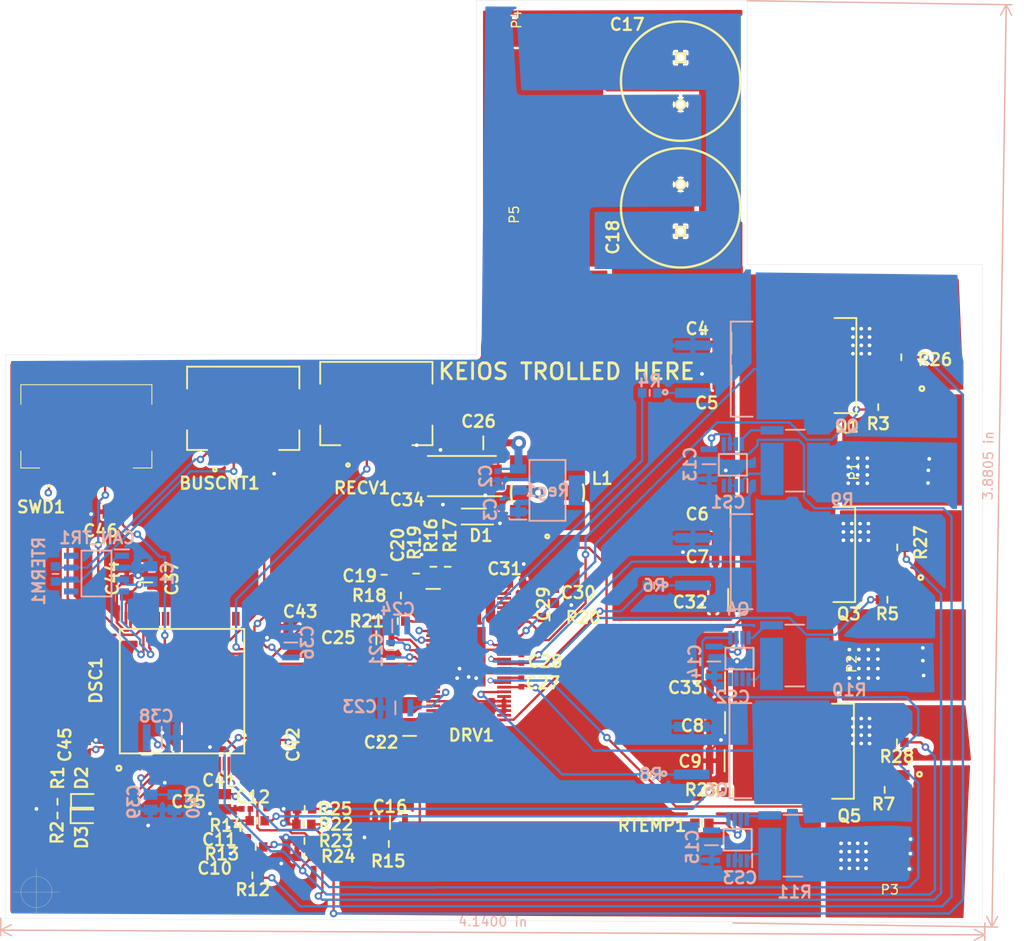
<source format=kicad_pcb>
(kicad_pcb (version 20171130) (host pcbnew "(5.1.2)-2")
  (layers (0 F.Cu signal) (1 In1.Cu power) (2 In2.Cu power) (31 B.Cu signal) (34 B.Paste user) (35 F.Paste user) (36 B.SilkS user) (37 F.SilkS user) (38 B.Mask user) (39 F.Mask user) (44 Edge.Cuts user))
  (net 0 "")
  (net 1 GND)
  (net 2 +5V)
  (net 3 /CAN/CAN_LO)
  (net 4 /CAN/CAN_HI)
  (net 5 +3V3)
  (net 6 SUPPLY)
  (net 7 /Motor_controller/Curr_A)
  (net 8 /Motor_controller/Curr_B)
  (net 9 /Motor_controller/Curr_C)
  (net 10 /Motor_controller/Temp_sense)
  (net 11 "Net-(C19-Pad1)")
  (net 12 "Net-(C20-Pad1)")
  (net 13 "Net-(C21-Pad2)")
  (net 14 "Net-(C21-Pad1)")
  (net 15 "Net-(C22-Pad1)")
  (net 16 "Net-(C23-Pad1)")
  (net 17 /Motor_Driver/SH_C)
  (net 18 "Net-(C27-Pad1)")
  (net 19 "Net-(C28-Pad1)")
  (net 20 /Motor_Driver/SH_B)
  (net 21 /Motor_Driver/SH_A)
  (net 22 "Net-(C29-Pad1)")
  (net 23 "Net-(C30-Pad2)")
  (net 24 "Net-(C30-Pad1)")
  (net 25 "Net-(C31-Pad2)")
  (net 26 "Net-(C36-Pad1)")
  (net 27 "Net-(C37-Pad1)")
  (net 28 "Net-(C42-Pad2)")
  (net 29 /CAN/CAN_TX)
  (net 30 /CAN/CAN_RX)
  (net 31 "Net-(CAN_TR1-Pad5)")
  (net 32 "Net-(CAN_TR1-Pad8)")
  (net 33 "Net-(CS1-Pad1)")
  (net 34 "Net-(CS1-Pad4)")
  (net 35 /Power/C_A)
  (net 36 "Net-(CS1-Pad8)")
  (net 37 "Net-(CS2-Pad1)")
  (net 38 "Net-(CS2-Pad4)")
  (net 39 /Power/C_B)
  (net 40 "Net-(CS2-Pad8)")
  (net 41 "Net-(CS3-Pad8)")
  (net 42 /Power/C_C)
  (net 43 "Net-(CS3-Pad4)")
  (net 44 "Net-(CS3-Pad1)")
  (net 45 /Motor_controller/LED_Green)
  (net 46 "Net-(D2-Pad1)")
  (net 47 "Net-(D3-Pad1)")
  (net 48 /Motor_controller/LED_Red)
  (net 49 "Net-(DRV1-Pad1)")
  (net 50 "Net-(DRV1-Pad3)")
  (net 51 "Net-(DRV1-Pad5)")
  (net 52 /Motor_Driver/FAULT)
  (net 53 "Net-(DRV1-Pad7)")
  (net 54 "Net-(DRV1-Pad12)")
  (net 55 /Motor_Driver/EN_GATE)
  (net 56 /Motor_Driver/PWM_A_H)
  (net 57 /Motor_Driver/PWM_A_L)
  (net 58 /Motor_Driver/PWM_B_H)
  (net 59 /Motor_Driver/PWM_B_L)
  (net 60 /Motor_Driver/PWM_C_H)
  (net 61 /Motor_Driver/PWM_C_L)
  (net 62 "Net-(DRV1-Pad25)")
  (net 63 "Net-(DRV1-Pad26)")
  (net 64 /Motor_Driver/GL_C)
  (net 65 /Motor_Driver/GH_C)
  (net 66 /Motor_Driver/GL_B)
  (net 67 /Motor_Driver/GH_B)
  (net 68 /Motor_Driver/GL_A)
  (net 69 /Motor_Driver/GH_A)
  (net 70 "Net-(DRV1-Pad49)")
  (net 71 "Net-(DRV1-Pad55)")
  (net 72 "Net-(DSC1-Pad1)")
  (net 73 "Net-(DSC1-Pad2)")
  (net 74 "Net-(DSC1-Pad3)")
  (net 75 "Net-(DSC1-Pad4)")
  (net 76 "Net-(DSC1-Pad5)")
  (net 77 "Net-(DSC1-Pad7)")
  (net 78 "Net-(DSC1-Pad12)")
  (net 79 "Net-(DSC1-Pad13)")
  (net 80 /Motor_controller/NRST)
  (net 81 /Motor_Driver/Batt_voltage)
  (net 82 "Net-(DSC1-Pad22)")
  (net 83 /Motor_Driver/Volt_A)
  (net 84 /Motor_Driver/Volt_B)
  (net 85 "Net-(DSC1-Pad25)")
  (net 86 /Motor_Driver/Volt_C)
  (net 87 "Net-(DSC1-Pad30)")
  (net 88 "Net-(DSC1-Pad31)")
  (net 89 "Net-(DSC1-Pad32)")
  (net 90 "Net-(DSC1-Pad33)")
  (net 91 "Net-(DSC1-Pad34)")
  (net 92 "Net-(DSC1-Pad35)")
  (net 93 "Net-(DSC1-Pad36)")
  (net 94 "Net-(DSC1-Pad37)")
  (net 95 /Motor_controller/SCL)
  (net 96 /Motor_controller/SDA)
  (net 97 "Net-(DSC1-Pad51)")
  (net 98 "Net-(DSC1-Pad52)")
  (net 99 "Net-(DSC1-Pad53)")
  (net 100 "Net-(DSC1-Pad54)")
  (net 101 "Net-(DSC1-Pad55)")
  (net 102 "Net-(DSC1-Pad56)")
  (net 103 "Net-(DSC1-Pad57)")
  (net 104 "Net-(DSC1-Pad58)")
  (net 105 "Net-(DSC1-Pad59)")
  (net 106 "Net-(DSC1-Pad60)")
  (net 107 "Net-(DSC1-Pad61)")
  (net 108 "Net-(DSC1-Pad62)")
  (net 109 "Net-(DSC1-Pad63)")
  (net 110 "Net-(DSC1-Pad64)")
  (net 111 "Net-(DSC1-Pad65)")
  (net 112 "Net-(DSC1-Pad66)")
  (net 113 "Net-(DSC1-Pad67)")
  (net 114 "Net-(DSC1-Pad68)")
  (net 115 "Net-(DSC1-Pad69)")
  (net 116 /Motor_controller/SWDIO)
  (net 117 /Motor_controller/SWCLK)
  (net 118 "Net-(DSC1-Pad77)")
  (net 119 "Net-(DSC1-Pad78)")
  (net 120 "Net-(DSC1-Pad79)")
  (net 121 "Net-(DSC1-Pad80)")
  (net 122 "Net-(DSC1-Pad81)")
  (net 123 "Net-(DSC1-Pad82)")
  (net 124 "Net-(DSC1-Pad83)")
  (net 125 "Net-(DSC1-Pad84)")
  (net 126 "Net-(DSC1-Pad85)")
  (net 127 "Net-(DSC1-Pad86)")
  (net 128 "Net-(DSC1-Pad87)")
  (net 129 "Net-(DSC1-Pad88)")
  (net 130 "Net-(DSC1-Pad89)")
  (net 131 "Net-(DSC1-Pad90)")
  (net 132 "Net-(DSC1-Pad91)")
  (net 133 "Net-(DSC1-Pad92)")
  (net 134 "Net-(DSC1-Pad93)")
  (net 135 "Net-(DSC1-Pad95)")
  (net 136 "Net-(DSC1-Pad96)")
  (net 137 "Net-(DSC1-Pad97)")
  (net 138 "Net-(DSC1-Pad98)")
  (net 139 "Net-(P1-Pad1)")
  (net 140 "Net-(P2-Pad1)")
  (net 141 "Net-(P3-Pad1)")
  (net 142 "Net-(Q1-Pad1)")
  (net 143 "Net-(Q2-Pad1)")
  (net 144 "Net-(Q3-Pad1)")
  (net 145 "Net-(Q4-Pad1)")
  (net 146 "Net-(Q5-Pad1)")
  (net 147 "Net-(Q6-Pad1)")
  (net 148 "Net-(Reg1-Pad4)")
  (net 149 "Net-(C25-Pad1)")
  (net 150 "Net-(C24-Pad1)")
  (module "IRFS7730TRLPBF:D2PAK(TO-263AB)" (layer F.Cu) (at 139.954 157.48 180)
    (fp_text reference Q3 (at -8.31797 -6.35) (layer F.SilkS) (effects (font (size 1.27 1.27) (thickness 0.254))))
    (fp_text value IRFS7730TRLPBF hide)
    (pad 1 smd rect (at -13.043 -2.54 270) (size 1.05 3.8) (layers F.Cu F.Paste F.Mask) (net 144 "Net-(Q3-Pad1)"))
    (pad 2 smd rect (at -13.043 2.54 270) (size 1.05 3.8) (layers F.Cu F.Paste F.Mask) (net 20 /Motor_Driver/SH_B))
    (pad 3 smd rect (at -2.293 0 180) (size 7.9 10.75) (layers F.Cu F.Paste F.Mask) (net 6 SUPPLY))
  )
  (module "SM04B-PASS-TBT(LF)(SN):SM04B-PASS-TBT" (layer F.Cu) (at 97.79 145.796)
    (fp_text reference RECV1 (at -1.524 4.572) (layer F.SilkS) (effects (font (size 1.27 1.27) (thickness 0.254))))
    (fp_text value ALT_Control hide)
    (pad 6 smd rect (at 5.35 -4.35) (size 1.8 3.8) (layers F.Cu F.Paste F.Mask))
    (pad 5 smd rect (at -5.35 -4.35) (size 1.8 3.8) (layers F.Cu F.Paste F.Mask))
    (pad 4 smd rect (at 3 0.1) (size 1 2.7) (layers F.Cu F.Paste F.Mask) (net 1 GND))
    (pad 3 smd rect (at 1 0.1) (size 1 2.7) (layers F.Cu F.Paste F.Mask) (net 2 +5V))
    (pad 2 smd rect (at -1 0.1) (size 1 2.7) (layers F.Cu F.Paste F.Mask) (net 96 /Motor_controller/SDA))
    (pad 1 smd rect (at -3 0.1) (size 1 2.7) (layers F.Cu F.Paste F.Mask) (net 95 /Motor_controller/SCL))
  )
  (module CGA5M3X7S2A475K200AB:CAPC3225X200N (layer F.Cu) (at 135.636 157.226 180)
    (fp_text reference C7 (at 3.556 -0.508 180) (layer F.SilkS) (effects (font (size 1.27 1.27) (thickness 0.254))))
    (fp_text value 4.7u hide)
    (pad 2 smd rect (at 1.6 0 180) (size 0.81 2.82) (layers F.Cu F.Paste F.Mask) (net 1 GND))
    (pad 1 smd rect (at -1.6 0 180) (size 0.81 2.82) (layers F.Cu F.Paste F.Mask) (net 6 SUPPLY))
  )
  (module C3216X7R1H225K160AE:CAPC3216X180N (layer F.Cu) (at 97.79 166.37 180)
    (fp_text reference C25 (at 4.064 0 180) (layer F.SilkS) (effects (font (size 1.27 1.27) (thickness 0.254))))
    (fp_text value 2.2u hide)
    (pad 2 smd rect (at 1.6 0 180) (size 0.62 1.82) (layers F.Cu F.Paste F.Mask) (net 1 GND))
    (pad 1 smd rect (at -1.6 0 180) (size 0.62 1.82) (layers F.Cu F.Paste F.Mask) (net 149 "Net-(C25-Pad1)"))
  )
  (module C3216X7R1H225K160AE:CAPC3216X180N (layer B.Cu) (at 133.604 188.544 90)
    (fp_text reference C15 (at -0.178 -2.032 90) (layer B.SilkS) (effects (font (size 1.27 1.27) (thickness 0.254)) (justify mirror)))
    (fp_text value 2.2u hide)
    (pad 2 smd rect (at 1.6 0 90) (size 0.62 1.82) (layers B.Cu B.Paste B.Mask) (net 5 +3V3))
    (pad 1 smd rect (at -1.6 0 90) (size 0.62 1.82) (layers B.Cu B.Paste B.Mask) (net 1 GND))
  )
  (module AS0805KKX7R0BB104:CAPC2012X145N (layer F.Cu) (at 69.898 152.908 180)
    (fp_text reference C46 (at 1.572 -2.032 180) (layer F.SilkS) (effects (font (size 1.27 1.27) (thickness 0.254))))
    (fp_text value .1u hide)
    (pad 2 smd rect (at 0.81 0 180) (size 1.1 1.47) (layers F.Cu F.Paste F.Mask) (net 1 GND))
    (pad 1 smd rect (at -0.81 0 180) (size 1.1 1.47) (layers F.Cu F.Paste F.Mask) (net 80 /Motor_controller/NRST))
  )
  (module AS0805KKX7R0BB104:CAPC2012X145N (layer F.Cu) (at 116.586 161.846 270)
    (fp_text reference C30 (at -0.302 -2.794) (layer F.SilkS) (effects (font (size 1.27 1.27) (thickness 0.254))))
    (fp_text value 100n hide)
    (pad 2 smd rect (at 0.81 0 270) (size 1.1 1.47) (layers F.Cu F.Paste F.Mask) (net 23 "Net-(C30-Pad2)"))
    (pad 1 smd rect (at -0.81 0 270) (size 1.1 1.47) (layers F.Cu F.Paste F.Mask) (net 24 "Net-(C30-Pad1)"))
  )
  (module AS0805KKX7R0BB104:CAPC2012X145N (layer F.Cu) (at 66.548 178.102 90)
    (fp_text reference C45 (at 0.302 -2.032 90) (layer F.SilkS) (effects (font (size 1.27 1.27) (thickness 0.254))))
    (fp_text value 100n hide)
    (pad 2 smd rect (at 0.81 0 90) (size 1.1 1.47) (layers F.Cu F.Paste F.Mask) (net 1 GND))
    (pad 1 smd rect (at -0.81 0 90) (size 1.1 1.47) (layers F.Cu F.Paste F.Mask) (net 5 +3V3))
  )
  (module AS0805KKX7R0BB104:CAPC2012X145N (layer F.Cu) (at 71.12 161.036 90)
    (fp_text reference C44 (at 1.016 -1.524 90) (layer F.SilkS) (effects (font (size 1.27 1.27) (thickness 0.254))))
    (fp_text value 100n hide)
    (pad 2 smd rect (at 0.81 0 90) (size 1.1 1.47) (layers F.Cu F.Paste F.Mask) (net 1 GND))
    (pad 1 smd rect (at -0.81 0 90) (size 1.1 1.47) (layers F.Cu F.Paste F.Mask) (net 5 +3V3))
  )
  (module AS0805KKX7R0BB104:CAPC2012X145N (layer F.Cu) (at 86.868 164.338 270)
    (fp_text reference C43 (at -0.762 -2.794) (layer F.SilkS) (effects (font (size 1.27 1.27) (thickness 0.254))))
    (fp_text value 100n hide)
    (pad 2 smd rect (at 0.81 0 270) (size 1.1 1.47) (layers F.Cu F.Paste F.Mask) (net 1 GND))
    (pad 1 smd rect (at -0.81 0 270) (size 1.1 1.47) (layers F.Cu F.Paste F.Mask) (net 5 +3V3))
  )
  (module AS0805KKX7R0BB104:CAPC2012X145N (layer F.Cu) (at 86.868 178.102 270)
    (fp_text reference C42 (at -0.302 -2.032 270) (layer F.SilkS) (effects (font (size 1.27 1.27) (thickness 0.254))))
    (fp_text value 100n hide)
    (pad 2 smd rect (at 0.81 0 270) (size 1.1 1.47) (layers F.Cu F.Paste F.Mask) (net 28 "Net-(C42-Pad2)"))
    (pad 1 smd rect (at -0.81 0 270) (size 1.1 1.47) (layers F.Cu F.Paste F.Mask) (net 5 +3V3))
  )
  (module AS0805KKX7R0BB104:CAPC2012X145N (layer F.Cu) (at 81.534 183.896 270)
    (fp_text reference C41 (at -2.286 0.508) (layer F.SilkS) (effects (font (size 1.27 1.27) (thickness 0.254))))
    (fp_text value 100n hide)
    (pad 2 smd rect (at 0.81 0 270) (size 1.1 1.47) (layers F.Cu F.Paste F.Mask) (net 1 GND))
    (pad 1 smd rect (at -0.81 0 270) (size 1.1 1.47) (layers F.Cu F.Paste F.Mask) (net 5 +3V3))
  )
  (module AS0805KKX7R0BB104:CAPC2012X145N (layer B.Cu) (at 76.2 183.944 270)
    (fp_text reference C40 (at -0.048 -2.032 270) (layer B.SilkS) (effects (font (size 1.27 1.27) (thickness 0.254)) (justify mirror)))
    (fp_text value 100n hide)
    (pad 2 smd rect (at 0.81 0 270) (size 1.1 1.47) (layers B.Cu B.Paste B.Mask) (net 1 GND))
    (pad 1 smd rect (at -0.81 0 270) (size 1.1 1.47) (layers B.Cu B.Paste B.Mask) (net 5 +3V3))
  )
  (module AS0805KKX7R0BB104:CAPC2012X145N (layer B.Cu) (at 73.66 183.944 270)
    (fp_text reference C39 (at -0.048 1.778 270) (layer B.SilkS) (effects (font (size 1.27 1.27) (thickness 0.254)) (justify mirror)))
    (fp_text value 100n hide)
    (pad 1 smd rect (at -0.81 0 270) (size 1.1 1.47) (layers B.Cu B.Paste B.Mask) (net 5 +3V3))
    (pad 2 smd rect (at 0.81 0 270) (size 1.1 1.47) (layers B.Cu B.Paste B.Mask) (net 1 GND))
  )
  (module AS0805KKX7R0BB104:CAPC2012X145N (layer B.Cu) (at 73.66 159.56 90)
    (fp_text reference C1 (at 0.048 1.778 90) (layer B.SilkS) (effects (font (size 1.27 1.27) (thickness 0.254)) (justify mirror)))
    (fp_text value 100n hide)
    (pad 2 smd rect (at 0.81 0 90) (size 1.1 1.47) (layers B.Cu B.Paste B.Mask) (net 1 GND))
    (pad 1 smd rect (at -0.81 0 90) (size 1.1 1.47) (layers B.Cu B.Paste B.Mask) (net 5 +3V3))
  )
  (module "IRFS7730TRLPBF:D2PAK(TO-263AB)" (layer F.Cu) (at 139.82 178.4985 180)
    (fp_text reference Q5 (at -8.516 -6.9215) (layer F.SilkS) (effects (font (size 1.27 1.27) (thickness 0.254))))
    (fp_text value IRFS7730TRLPBF hide)
    (pad 3 smd rect (at -2.293 0 180) (size 7.9 10.75) (layers F.Cu F.Paste F.Mask) (net 6 SUPPLY))
    (pad 2 smd rect (at -13.043 2.54 270) (size 1.05 3.8) (layers F.Cu F.Paste F.Mask) (net 17 /Motor_Driver/SH_C))
    (pad 1 smd rect (at -13.043 -2.54 270) (size 1.05 3.8) (layers F.Cu F.Paste F.Mask) (net 146 "Net-(Q5-Pad1)"))
  )
  (module "IRFS7730TRLPBF:D2PAK(TO-263AB)" (layer F.Cu) (at 140.081 137.287 180)
    (fp_text reference Q1 (at -8.001 -6.477) (layer F.SilkS) (effects (font (size 1.27 1.27) (thickness 0.254))))
    (fp_text value IRFS7730TRLPBF hide)
    (pad 3 smd rect (at -2.293 0 180) (size 7.9 10.75) (layers F.Cu F.Paste F.Mask) (net 6 SUPPLY))
    (pad 2 smd rect (at -13.043 2.54 270) (size 1.05 3.8) (layers F.Cu F.Paste F.Mask) (net 21 /Motor_Driver/SH_A))
    (pad 1 smd rect (at -13.043 -2.54 270) (size 1.05 3.8) (layers F.Cu F.Paste F.Mask) (net 142 "Net-(Q1-Pad1)"))
  )
  (module "IRFS7730TRLPBF:D2PAK(TO-263AB)" (layer B.Cu) (at 144.66 158.242)
    (fp_text reference Q4 (at -8.262 5.08) (layer B.SilkS) (effects (font (size 1.27 1.27) (thickness 0.254)) (justify mirror)))
    (fp_text value IRFS7730TRLPBF hide)
    (pad 3 smd rect (at -2.293 0) (size 7.9 10.75) (layers B.Cu B.Paste B.Mask) (net 20 /Motor_Driver/SH_B))
    (pad 2 smd rect (at -13.043 -2.54 270) (size 1.05 3.8) (layers B.Cu B.Paste B.Mask) (net 1 GND))
    (pad 1 smd rect (at -13.043 2.54 270) (size 1.05 3.8) (layers B.Cu B.Paste B.Mask) (net 145 "Net-(Q4-Pad1)"))
  )
  (module WSLP@7261L000FEA:WSLP2726 (layer B.Cu) (at 142.307 188.594 180)
    (fp_text reference R11 (at -0.187 -4.954 180) (layer B.SilkS) (effects (font (size 1.27 1.27) (thickness 0.254)) (justify mirror)))
    (fp_text value .001R hide)
    (pad 4 smd rect (at 2.48 3.245 90) (size 0.89 2.44) (layers B.Cu B.Paste B.Mask) (net 41 "Net-(CS3-Pad8)"))
    (pad 3 smd rect (at 2.48 -0.89 180) (size 2.44 5.6) (layers B.Cu B.Paste B.Mask) (net 44 "Net-(CS3-Pad1)"))
    (pad 2 smd rect (at -2.48 3.245 90) (size 0.89 2.44) (layers B.Cu B.Paste B.Mask) (net 17 /Motor_Driver/SH_C))
    (pad 1 smd rect (at -2.48 -0.89 180) (size 2.44 5.6) (layers B.Cu B.Paste B.Mask) (net 141 "Net-(P3-Pad1)"))
  )
  (module "IRFS7730TRLPBF:D2PAK(TO-263AB)" (layer B.Cu) (at 144.526 178.435)
    (fp_text reference Q6 (at -10.414 4.191) (layer B.SilkS) (effects (font (size 1.27 1.27) (thickness 0.254)) (justify mirror)))
    (fp_text value IRFS7730TRLPBF hide)
    (pad 3 smd rect (at -2.293 0) (size 7.9 10.75) (layers B.Cu B.Paste B.Mask) (net 17 /Motor_Driver/SH_C))
    (pad 2 smd rect (at -13.043 -2.54 270) (size 1.05 3.8) (layers B.Cu B.Paste B.Mask) (net 1 GND))
    (pad 1 smd rect (at -13.043 2.54 270) (size 1.05 3.8) (layers B.Cu B.Paste B.Mask) (net 147 "Net-(Q6-Pad1)"))
  )
  (module "IRFS7730TRLPBF:D2PAK(TO-263AB)" (layer B.Cu) (at 144.66 137.668)
    (fp_text reference Q2 (at 3.422 6.096 180) (layer B.SilkS) (effects (font (size 1.27 1.27) (thickness 0.254)) (justify mirror)))
    (fp_text value IRFS7730TRLPBF hide)
    (pad 3 smd rect (at -2.293 0) (size 7.9 10.75) (layers B.Cu B.Paste B.Mask) (net 21 /Motor_Driver/SH_A))
    (pad 2 smd rect (at -13.043 -2.54 270) (size 1.05 3.8) (layers B.Cu B.Paste B.Mask) (net 1 GND))
    (pad 1 smd rect (at -13.043 2.54 270) (size 1.05 3.8) (layers B.Cu B.Paste B.Mask) (net 143 "Net-(Q2-Pad1)"))
  )
  (module UVR1H102MHD1TO:CAPPRD500W60D1275H2700 (layer F.Cu) (at 130.302 104.394 270)
    (fp_text reference C17 (at -3.556 5.715) (layer F.SilkS) (effects (font (size 1.27 1.27) (thickness 0.254))))
    (fp_text value 1000u hide)
    (pad 2 thru_hole circle (at 5 0) (size 1.2 1.2) (drill 0.8) (layers *.Cu *.Mask F.SilkS) (net 1 GND))
    (pad 1 thru_hole rect (at 0 0) (size 1.2 1.2) (drill 0.8) (layers *.Cu *.Mask F.SilkS) (net 6 SUPPLY))
  )
  (module Connector_Wire:SolderWirePad_1x01_SMD_5x10mm (layer F.Cu) (at 117.1575 115.7605 270)
    (fp_text reference P5 (at 5.3975 4.6355 270) (layer F.SilkS))
    (fp_text value GND)
    (pad 1 smd rect (at 0 0 270) (size 5 10) (layers F.Cu F.Paste F.Mask) (net 1 GND))
  )
  (module UVR1H102MHD1TO:CAPPRD500W60D1275H2700 (layer F.Cu) (at 130.302 122.936 90)
    (fp_text reference C18 (at -0.635 -7.239 90) (layer F.SilkS) (effects (font (size 1.27 1.27) (thickness 0.254))))
    (fp_text value 1000u hide)
    (pad 2 thru_hole circle (at 5 0 180) (size 1.2 1.2) (drill 0.8) (layers *.Cu *.Mask F.SilkS) (net 1 GND))
    (pad 1 thru_hole rect (at 0 0 180) (size 1.2 1.2) (drill 0.8) (layers *.Cu *.Mask F.SilkS) (net 6 SUPPLY))
  )
  (module ERJ3RQF4R7V:RESC1608X55N (layer F.Cu) (at 153.886 136.398 180)
    (fp_text reference R26 (at -3.594 -0.254) (layer F.SilkS) (effects (font (size 1.27 1.27) (thickness 0.254))))
    (fp_text value 39k hide)
    (pad 2 smd rect (at 0.8 0 180) (size 0.9 1) (layers F.Cu F.Paste F.Mask) (net 21 /Motor_Driver/SH_A))
    (pad 1 smd rect (at -0.8 0 180) (size 0.9 1) (layers F.Cu F.Paste F.Mask) (net 83 /Motor_Driver/Volt_A))
  )
  (module WSLP@7261L000FEA:WSLP2726 (layer B.Cu) (at 142.494 168.275 180)
    (fp_text reference R10 (at -5.842 -3.683 180) (layer B.SilkS) (effects (font (size 1.27 1.27) (thickness 0.254)) (justify mirror)))
    (fp_text value .001R hide)
    (pad 4 smd rect (at 2.48 3.245 90) (size 0.89 2.44) (layers B.Cu B.Paste B.Mask) (net 40 "Net-(CS2-Pad8)"))
    (pad 3 smd rect (at 2.48 -0.89 180) (size 2.44 5.6) (layers B.Cu B.Paste B.Mask) (net 37 "Net-(CS2-Pad1)"))
    (pad 2 smd rect (at -2.48 3.245 90) (size 0.89 2.44) (layers B.Cu B.Paste B.Mask) (net 20 /Motor_Driver/SH_B))
    (pad 1 smd rect (at -2.48 -0.89 180) (size 2.44 5.6) (layers B.Cu B.Paste B.Mask) (net 140 "Net-(P2-Pad1)"))
  )
  (module ERJ3RQF4R7V:RESC1608X55N (layer F.Cu) (at 90.132 184.658)
    (fp_text reference R25 (at 3.2385 0) (layer F.SilkS) (effects (font (size 1.27 1.27) (thickness 0.254))))
    (fp_text value 2k2 hide)
    (pad 2 smd rect (at 0.8 0) (size 0.9 1) (layers F.Cu F.Paste F.Mask) (net 81 /Motor_Driver/Batt_voltage))
    (pad 1 smd rect (at -0.8 0) (size 0.9 1) (layers F.Cu F.Paste F.Mask) (net 1 GND))
  )
  (module Connector_Wire:SolderWirePad_1x01_SMD_5x10mm (layer F.Cu) (at 152.654 148.59 90)
    (fp_text reference P1 (at 0 -3.81 90) (layer F.SilkS))
    (fp_text value PH_A)
    (pad 1 smd rect (at 0 0 90) (size 5 10) (layers F.Cu F.Paste F.Mask) (net 139 "Net-(P1-Pad1)"))
  )
  (module WSLP@7261L000FEA:WSLP2726 (layer B.Cu) (at 142.554 147.446 180)
    (fp_text reference R9 (at -5.02 -4.192 180) (layer B.SilkS) (effects (font (size 1.27 1.27) (thickness 0.254)) (justify mirror)))
    (fp_text value .001R hide)
    (pad 4 smd rect (at 2.48 3.245 90) (size 0.89 2.44) (layers B.Cu B.Paste B.Mask) (net 36 "Net-(CS1-Pad8)"))
    (pad 3 smd rect (at 2.48 -0.89 180) (size 2.44 5.6) (layers B.Cu B.Paste B.Mask) (net 33 "Net-(CS1-Pad1)"))
    (pad 2 smd rect (at -2.48 3.245 90) (size 0.89 2.44) (layers B.Cu B.Paste B.Mask) (net 21 /Motor_Driver/SH_A))
    (pad 1 smd rect (at -2.48 -0.89 180) (size 2.44 5.6) (layers B.Cu B.Paste B.Mask) (net 139 "Net-(P1-Pad1)"))
  )
  (module CGA5M3X7S2A475K200AB:CAPC3225X200N (layer F.Cu) (at 135.052 171.196 180)
    (fp_text reference C33 (at 4.242 -0.508 180) (layer F.SilkS) (effects (font (size 1.27 1.27) (thickness 0.254))))
    (fp_text value 4.7u hide)
    (pad 2 smd rect (at 1.6 0 180) (size 0.81 2.82) (layers F.Cu F.Paste F.Mask) (net 1 GND))
    (pad 1 smd rect (at -1.6 0 180) (size 0.81 2.82) (layers F.Cu F.Paste F.Mask) (net 6 SUPPLY))
  )
  (module CGA5M3X7S2A475K200AB:CAPC3225X200N (layer F.Cu) (at 135.382 162.306 180)
    (fp_text reference C32 (at 4.064 -0.254 180) (layer F.SilkS) (effects (font (size 1.27 1.27) (thickness 0.254))))
    (fp_text value 4.7u hide)
    (pad 2 smd rect (at 1.6 0 180) (size 0.81 2.82) (layers F.Cu F.Paste F.Mask) (net 1 GND))
    (pad 1 smd rect (at -1.6 0 180) (size 0.81 2.82) (layers F.Cu F.Paste F.Mask) (net 6 SUPPLY))
  )
  (module CGA5M3X7S2A475K200AB:CAPC3225X200N (layer B.Cu) (at 74.854 177.038)
    (fp_text reference C38 (at -0.584 -2.286) (layer B.SilkS) (effects (font (size 1.27 1.27) (thickness 0.254)) (justify mirror)))
    (fp_text value 4.7u hide)
    (pad 1 smd rect (at -1.6 0) (size 0.81 2.82) (layers B.Cu B.Paste B.Mask) (net 5 +3V3))
    (pad 2 smd rect (at 1.6 0) (size 0.81 2.82) (layers B.Cu B.Paste B.Mask) (net 1 GND))
  )
  (module CGA5M3X7S2A475K200AB:CAPC3225X200N (layer F.Cu) (at 135.001 179.5145 180)
    (fp_text reference C9 (at 3.683 -0.0635 180) (layer F.SilkS) (effects (font (size 1.27 1.27) (thickness 0.254))))
    (fp_text value 4.7u hide)
    (pad 2 smd rect (at 1.6 0 180) (size 0.81 2.82) (layers F.Cu F.Paste F.Mask) (net 1 GND))
    (pad 1 smd rect (at -1.6 0 180) (size 0.81 2.82) (layers F.Cu F.Paste F.Mask) (net 6 SUPPLY))
  )
  (module CGA5M3X7S2A475K200AB:CAPC3225X200N (layer F.Cu) (at 135.052 175.4505 180)
    (fp_text reference C8 (at 3.48 -0.3175 180) (layer F.SilkS) (effects (font (size 1.27 1.27) (thickness 0.254))))
    (fp_text value 4.7u hide)
    (pad 2 smd rect (at 1.6 0 180) (size 0.81 2.82) (layers F.Cu F.Paste F.Mask) (net 1 GND))
    (pad 1 smd rect (at -1.6 0 180) (size 0.81 2.82) (layers F.Cu F.Paste F.Mask) (net 6 SUPPLY))
  )
  (module CGA5M3X7S2A475K200AB:CAPC3225X200N (layer F.Cu) (at 135.636 153.416 180)
    (fp_text reference C6 (at 3.556 0.254 180) (layer F.SilkS) (effects (font (size 1.27 1.27) (thickness 0.254))))
    (fp_text value 4.7u hide)
    (pad 2 smd rect (at 1.6 0 180) (size 0.81 2.82) (layers F.Cu F.Paste F.Mask) (net 1 GND))
    (pad 1 smd rect (at -1.6 0 180) (size 0.81 2.82) (layers F.Cu F.Paste F.Mask) (net 6 SUPPLY))
  )
  (module CGA5M3X7S2A475K200AB:CAPC3225X200N (layer F.Cu) (at 135.712 138.43 180)
    (fp_text reference C5 (at 2.616 -2.8575 180) (layer F.SilkS) (effects (font (size 1.27 1.27) (thickness 0.254))))
    (fp_text value 4.7u hide)
    (pad 1 smd rect (at -1.6 0 180) (size 0.81 2.82) (layers F.Cu F.Paste F.Mask) (net 6 SUPPLY))
    (pad 2 smd rect (at 1.6 0 180) (size 0.81 2.82) (layers F.Cu F.Paste F.Mask) (net 1 GND))
  )
  (module CGA5M3X7S2A475K200AB:CAPC3225X200N (layer F.Cu) (at 135.712 134.874 180)
    (fp_text reference C4 (at 3.632 1.524 180) (layer F.SilkS) (effects (font (size 1.27 1.27) (thickness 0.254))))
    (fp_text value 4.7u hide)
    (pad 1 smd rect (at -1.6 0 180) (size 0.81 2.82) (layers F.Cu F.Paste F.Mask) (net 6 SUPPLY))
    (pad 2 smd rect (at 1.6 0 180) (size 0.81 2.82) (layers F.Cu F.Paste F.Mask) (net 1 GND))
  )
  (module GRM155C91C105ME11J:CAPC1005X55N (layer F.Cu) (at 115.522 165.608)
    (fp_text reference C29 (at 0.127 -2.8575 90) (layer F.SilkS) (effects (font (size 1.27 1.27) (thickness 0.254))))
    (fp_text value 220n hide)
    (pad 2 smd rect (at 0.46 0) (size 0.6 0.62) (layers F.Cu F.Paste F.Mask) (net 21 /Motor_Driver/SH_A))
    (pad 1 smd rect (at -0.46 0) (size 0.6 0.62) (layers F.Cu F.Paste F.Mask) (net 22 "Net-(C29-Pad1)"))
  )
  (module GRM155C91C105ME11J:CAPC1005X55N (layer F.Cu) (at 113.284 168.608 270)
    (fp_text reference C28 (at 0.302 -2.54) (layer F.SilkS) (effects (font (size 1.27 1.27) (thickness 0.254))))
    (fp_text value 220n hide)
    (pad 2 smd rect (at 0.46 0 270) (size 0.6 0.62) (layers F.Cu F.Paste F.Mask) (net 20 /Motor_Driver/SH_B))
    (pad 1 smd rect (at -0.46 0 270) (size 0.6 0.62) (layers F.Cu F.Paste F.Mask) (net 19 "Net-(C28-Pad1)"))
  )
  (module GRM155C91C105ME11J:CAPC1005X55N (layer F.Cu) (at 113.284 171.148 270)
    (fp_text reference C27 (at 0.048 -2.286) (layer F.SilkS) (effects (font (size 1.27 1.27) (thickness 0.254))))
    (fp_text value 220n hide)
    (pad 2 smd rect (at 0.46 0 270) (size 0.6 0.62) (layers F.Cu F.Paste F.Mask) (net 17 /Motor_Driver/SH_C))
    (pad 1 smd rect (at -0.46 0 270) (size 0.6 0.62) (layers F.Cu F.Paste F.Mask) (net 18 "Net-(C27-Pad1)"))
  )
  (module GRM155C91C105ME11J:CAPC1005X55N (layer B.Cu) (at 111.252 151.892 270)
    (fp_text reference C3 (at 0.762 1.27 270) (layer B.SilkS) (effects (font (size 1.27 1.27) (thickness 0.254)) (justify mirror)))
    (fp_text value 1u hide)
    (pad 2 smd rect (at 0.46 0 270) (size 0.6 0.62) (layers B.Cu B.Paste B.Mask) (net 1 GND))
    (pad 1 smd rect (at -0.46 0 270) (size 0.6 0.62) (layers B.Cu B.Paste B.Mask) (net 5 +3V3))
  )
  (module GRM155C91C105ME11J:CAPC1005X55N (layer B.Cu) (at 110.744 149.05 270)
    (fp_text reference C2 (at 0.048 1.27 270) (layer B.SilkS) (effects (font (size 1.27 1.27) (thickness 0.254)) (justify mirror)))
    (fp_text value 1u hide)
    (pad 2 smd rect (at 0.46 0 270) (size 0.6 0.62) (layers B.Cu B.Paste B.Mask) (net 1 GND))
    (pad 1 smd rect (at -0.46 0 270) (size 0.6 0.62) (layers B.Cu B.Paste B.Mask) (net 2 +5V))
  )
  (module C0603C121J5GACTU:CAPC1608X87N (layer F.Cu) (at 100.076 159.639 90)
    (fp_text reference C20 (at 3.175 0 90) (layer F.SilkS) (effects (font (size 1.27 1.27) (thickness 0.254))))
    (fp_text value 120p hide)
    (pad 2 smd rect (at 0.7 0 90) (size 0.78 0.98) (layers F.Cu F.Paste F.Mask) (net 1 GND))
    (pad 1 smd rect (at -0.7 0 90) (size 0.78 0.98) (layers F.Cu F.Paste F.Mask) (net 12 "Net-(C20-Pad1)"))
  )
  (module C0603C121J5GACTU:CAPC1608X87N (layer F.Cu) (at 112.714 160.528 180)
    (fp_text reference C31 (at 1.208 1.524 180) (layer F.SilkS) (effects (font (size 1.27 1.27) (thickness 0.254))))
    (fp_text value 15n hide)
    (pad 2 smd rect (at 0.7 0 180) (size 0.78 0.98) (layers F.Cu F.Paste F.Mask) (net 25 "Net-(C31-Pad2)"))
    (pad 1 smd rect (at -0.7 0 180) (size 0.78 0.98) (layers F.Cu F.Paste F.Mask) (net 1 GND))
  )
  (module CGA3E2C7R1H223K080AA:CAPC1608X90N (layer F.Cu) (at 98.6155 159.639 90)
    (fp_text reference C19 (at -0.127 -2.6035 180) (layer F.SilkS) (effects (font (size 1.27 1.27) (thickness 0.254))))
    (fp_text value 6.8n hide)
    (pad 2 smd rect (at 0.8 0 90) (size 0.54 0.94) (layers F.Cu F.Paste F.Mask) (net 1 GND))
    (pad 1 smd rect (at -0.8 0 90) (size 0.54 0.94) (layers F.Cu F.Paste F.Mask) (net 11 "Net-(C19-Pad1)"))
  )
  (module CGA3E2C7R1H223K080AA:CAPC1608X90N (layer B.Cu) (at 99.314 167.678 270)
    (fp_text reference C21 (at 0 1.524 270) (layer B.SilkS) (effects (font (size 1.27 1.27) (thickness 0.254)) (justify mirror)))
    (fp_text value 22n hide)
    (pad 2 smd rect (at 0.8 0 270) (size 0.54 0.94) (layers B.Cu B.Paste B.Mask) (net 13 "Net-(C21-Pad2)"))
    (pad 1 smd rect (at -0.8 0 270) (size 0.54 0.94) (layers B.Cu B.Paste B.Mask) (net 14 "Net-(C21-Pad1)"))
  )
  (module C3216X7R1H225K160AE:CAPC3216X180N (layer F.Cu) (at 109.22 145.542 180)
    (fp_text reference C26 (at 0.508 2.286 180) (layer F.SilkS) (effects (font (size 1.27 1.27) (thickness 0.254))))
    (fp_text value 2.2u hide)
    (pad 2 smd rect (at 1.6 0 180) (size 0.62 1.82) (layers F.Cu F.Paste F.Mask) (net 1 GND))
    (pad 1 smd rect (at -1.6 0 180) (size 0.62 1.82) (layers F.Cu F.Paste F.Mask) (net 2 +5V))
  )
  (module C3216X7R1H225K160AE:CAPC3216X180N (layer F.Cu) (at 101.346 176.86 270)
    (fp_text reference C22 (at 0.686 3.048) (layer F.SilkS) (effects (font (size 1.27 1.27) (thickness 0.254))))
    (fp_text value 2.2u hide)
    (pad 2 smd rect (at 1.6 0 270) (size 0.62 1.82) (layers F.Cu F.Paste F.Mask) (net 1 GND))
    (pad 1 smd rect (at -1.6 0 270) (size 0.62 1.82) (layers F.Cu F.Paste F.Mask) (net 15 "Net-(C22-Pad1)"))
  )
  (module C3216X7R1H225K160AE:CAPC3216X180N (layer B.Cu) (at 99.822 173.863 180)
    (fp_text reference C23 (at 3.81 0.127 180) (layer B.SilkS) (effects (font (size 1.27 1.27) (thickness 0.254)) (justify mirror)))
    (fp_text value 2.2u hide)
    (pad 2 smd rect (at 1.6 0 180) (size 0.62 1.82) (layers B.Cu B.Paste B.Mask) (net 1 GND))
    (pad 1 smd rect (at -1.6 0 180) (size 0.62 1.82) (layers B.Cu B.Paste B.Mask) (net 16 "Net-(C23-Pad1)"))
  )
  (module C3216X7R1H225K160AE:CAPC3216X180N (layer B.Cu) (at 99.492 165.1 180)
    (fp_text reference C24 (at -0.584 1.778 180) (layer B.SilkS) (effects (font (size 1.27 1.27) (thickness 0.254)) (justify mirror)))
    (fp_text value 2.2u hide)
    (pad 2 smd rect (at 1.6 0 180) (size 0.62 1.82) (layers B.Cu B.Paste B.Mask) (net 1 GND))
    (pad 1 smd rect (at -1.6 0 180) (size 0.62 1.82) (layers B.Cu B.Paste B.Mask) (net 150 "Net-(C24-Pad1)"))
  )
  (module 875015119003:CAPPM7343X200N (layer F.Cu) (at 106.934 149.098 180)
    (fp_text reference C34 (at 5.842 -2.54 180) (layer F.SilkS) (effects (font (size 1.27 1.27) (thickness 0.254))))
    (fp_text value 100u hide)
    (pad 2 smd rect (at 3.1 0 180) (size 2.3 2.45) (layers F.Cu F.Paste F.Mask) (net 1 GND))
    (pad 1 smd rect (at -3.1 0 180) (size 2.3 2.45) (layers F.Cu F.Paste F.Mask) (net 2 +5V))
  )
  (module ERJ3RQF4R7V:RESC1608X55N (layer F.Cu) (at 90.1065 188.087)
    (fp_text reference R23 (at 3.3655 0) (layer F.SilkS) (effects (font (size 1.27 1.27) (thickness 0.254))))
    (fp_text value 2k2 hide)
    (pad 2 smd rect (at 0.8 0) (size 0.9 1) (layers F.Cu F.Paste F.Mask) (net 84 /Motor_Driver/Volt_B))
    (pad 1 smd rect (at -0.8 0) (size 0.9 1) (layers F.Cu F.Paste F.Mask) (net 1 GND))
  )
  (module ERJ3RQF4R7V:RESC1608X55N (layer F.Cu) (at 100.419 161.8615 180)
    (fp_text reference R18 (at 3.391 0 180) (layer F.SilkS) (effects (font (size 1.27 1.27) (thickness 0.254))))
    (fp_text value 15k hide)
    (pad 2 smd rect (at 0.8 0 180) (size 0.9 1) (layers F.Cu F.Paste F.Mask) (net 11 "Net-(C19-Pad1)"))
    (pad 1 smd rect (at -0.8 0 180) (size 0.9 1) (layers F.Cu F.Paste F.Mask) (net 12 "Net-(C20-Pad1)"))
  )
  (module ERJ3RQF4R7V:RESC1608X55N (layer F.Cu) (at 105.41 158.788 270)
    (fp_text reference R17 (at -3.34 -0.254 270) (layer F.SilkS) (effects (font (size 1.27 1.27) (thickness 0.254))))
    (fp_text value 18k hide)
    (pad 2 smd rect (at 0.8 0 270) (size 0.9 1) (layers F.Cu F.Paste F.Mask) (net 50 "Net-(DRV1-Pad3)"))
    (pad 1 smd rect (at -0.8 0 270) (size 0.9 1) (layers F.Cu F.Paste F.Mask) (net 2 +5V))
  )
  (module ERJ3RQF4R7V:RESC1608X55N (layer F.Cu) (at 103.886 158.788 90)
    (fp_text reference R16 (at 3.34 -0.254 90) (layer F.SilkS) (effects (font (size 1.27 1.27) (thickness 0.254))))
    (fp_text value 3.3K hide)
    (pad 2 smd rect (at 0.8 0 90) (size 0.9 1) (layers F.Cu F.Paste F.Mask) (net 1 GND))
    (pad 1 smd rect (at -0.8 0 90) (size 0.9 1) (layers F.Cu F.Paste F.Mask) (net 50 "Net-(DRV1-Pad3)"))
  )
  (module ERJ3RQF4R7V:RESC1608X55N (layer F.Cu) (at 116.294 164.211)
    (fp_text reference R20 (at 3.594 0) (layer F.SilkS) (effects (font (size 1.27 1.27) (thickness 0.254))))
    (fp_text value 1M hide)
    (pad 2 smd rect (at 0.8 0) (size 0.9 1) (layers F.Cu F.Paste F.Mask) (net 1 GND))
    (pad 1 smd rect (at -0.8 0) (size 0.9 1) (layers F.Cu F.Paste F.Mask) (net 70 "Net-(DRV1-Pad49)"))
  )
  (module ERJ3RQF4R7V:RESC1608X55N (layer F.Cu) (at 100.076 164.592 180)
    (fp_text reference R21 (at 3.302 0 180) (layer F.SilkS) (effects (font (size 1.27 1.27) (thickness 0.254))))
    (fp_text value 10k hide)
    (pad 2 smd rect (at 0.8 0 180) (size 0.9 1) (layers F.Cu F.Paste F.Mask) (net 1 GND))
    (pad 1 smd rect (at -0.8 0 180) (size 0.9 1) (layers F.Cu F.Paste F.Mask) (net 53 "Net-(DRV1-Pad7)"))
  )
  (module ERJ3RQF4R7V:RESC1608X55N (layer F.Cu) (at 90.043 186.309)
    (fp_text reference R22 (at 3.429 0) (layer F.SilkS) (effects (font (size 1.27 1.27) (thickness 0.254))))
    (fp_text value 2k2 hide)
    (pad 2 smd rect (at 0.8 0) (size 0.9 1) (layers F.Cu F.Paste F.Mask) (net 83 /Motor_Driver/Volt_A))
    (pad 1 smd rect (at -0.8 0) (size 0.9 1) (layers F.Cu F.Paste F.Mask) (net 1 GND))
  )
  (module ERJ3RQF4R7V:RESC1608X55N (layer F.Cu) (at 102.0445 159.512 90)
    (fp_text reference R19 (at 3.302 -0.1905 90) (layer F.SilkS) (effects (font (size 1.27 1.27) (thickness 0.254))))
    (fp_text value 220k hide)
    (pad 2 smd rect (at 0.8 0 90) (size 0.9 1) (layers F.Cu F.Paste F.Mask) (net 1 GND))
    (pad 1 smd rect (at -0.8 0 90) (size 0.9 1) (layers F.Cu F.Paste F.Mask) (net 49 "Net-(DRV1-Pad1)"))
  )
  (module ERJ3RQF4R7V:RESC1608X55N (layer F.Cu) (at 153.454 156.718 180)
    (fp_text reference R27 (at -2.502 0.508 90) (layer F.SilkS) (effects (font (size 1.27 1.27) (thickness 0.254))))
    (fp_text value 39k hide)
    (pad 2 smd rect (at 0.8 0 180) (size 0.9 1) (layers F.Cu F.Paste F.Mask) (net 20 /Motor_Driver/SH_B))
    (pad 1 smd rect (at -0.8 0 180) (size 0.9 1) (layers F.Cu F.Paste F.Mask) (net 84 /Motor_Driver/Volt_B))
  )
  (module ERJ3RQF4R7V:RESC1608X55N (layer F.Cu) (at 153.416 177.546 180)
    (fp_text reference R28 (at 0 -1.524) (layer F.SilkS) (effects (font (size 1.27 1.27) (thickness 0.254))))
    (fp_text value 39k hide)
    (pad 2 smd rect (at 0.8 0 180) (size 0.9 1) (layers F.Cu F.Paste F.Mask) (net 17 /Motor_Driver/SH_C))
    (pad 1 smd rect (at -0.8 0 180) (size 0.9 1) (layers F.Cu F.Paste F.Mask) (net 86 /Motor_Driver/Volt_C))
  )
  (module ERJ3RQF4R7V:RESC1608X55N (layer F.Cu) (at 135.89 182.88)
    (fp_text reference R29 (at -3.302 -0.254) (layer F.SilkS) (effects (font (size 1.27 1.27) (thickness 0.254))))
    (fp_text value 39k hide)
    (pad 2 smd rect (at 0.8 0) (size 0.9 1) (layers F.Cu F.Paste F.Mask) (net 6 SUPPLY))
    (pad 1 smd rect (at -0.8 0) (size 0.9 1) (layers F.Cu F.Paste F.Mask) (net 81 /Motor_Driver/Batt_voltage))
  )
  (module ERJ3RQF4R7V:RESC1608X55N (layer F.Cu) (at 90.1065 189.738)
    (fp_text reference R24 (at 3.6195 0) (layer F.SilkS) (effects (font (size 1.27 1.27) (thickness 0.254))))
    (fp_text value 2k2 hide)
    (pad 2 smd rect (at 0.8 0) (size 0.9 1) (layers F.Cu F.Paste F.Mask) (net 86 /Motor_Driver/Volt_C))
    (pad 1 smd rect (at -0.8 0) (size 0.9 1) (layers F.Cu F.Paste F.Mask) (net 1 GND))
  )
  (module SDR0805-220ML:SDR0805-121KL (layer F.Cu) (at 116.078 150.876 180)
    (fp_text reference L1 (at -5.842 1.524 180) (layer F.SilkS) (effects (font (size 1.27 1.27) (thickness 0.254))))
    (fp_text value 22u hide)
    (pad 2 smd rect (at 0 2.65 270) (size 2.7 8) (layers F.Cu F.Paste F.Mask) (net 2 +5V))
    (pad 1 smd rect (at 0 -2.65 270) (size 2.7 8) (layers F.Cu F.Paste F.Mask) (net 23 "Net-(C30-Pad2)"))
  )
  (module PMEG6020ER:SODFL3517X110N (layer F.Cu) (at 108.204 153.416 180)
    (fp_text reference D1 (at -0.762 -2.032 180) (layer F.SilkS) (effects (font (size 1.27 1.27) (thickness 0.254))))
    (fp_text value PMEG6020ER,115 hide)
    (pad 2 smd rect (at 1.6 0 270) (size 1.08 0.92) (layers F.Cu F.Paste F.Mask) (net 1 GND))
    (pad 1 smd rect (at -1.6 0 270) (size 1.08 0.92) (layers F.Cu F.Paste F.Mask) (net 23 "Net-(C30-Pad2)"))
  )
  (module TC2117:SOT230P700X180-4N (layer B.Cu) (at 116.078 150.622)
    (fp_text reference Reg1 (at 0 0) (layer B.SilkS) (effects (font (size 1.27 1.27) (thickness 0.254)) (justify mirror)))
    (fp_text value TC2117 hide)
    (pad 4 smd rect (at 3.15 0) (size 1.75 3.2) (layers B.Cu B.Paste B.Mask) (net 148 "Net-(Reg1-Pad4)"))
    (pad 3 smd rect (at -3.15 -2.3 270) (size 0.95 1.75) (layers B.Cu B.Paste B.Mask) (net 2 +5V))
    (pad 2 smd rect (at -3.15 0 270) (size 0.95 1.75) (layers B.Cu B.Paste B.Mask) (net 5 +3V3))
    (pad 1 smd rect (at -3.15 2.3 270) (size 0.95 1.75) (layers B.Cu B.Paste B.Mask) (net 1 GND))
  )
  (module GRM155C91C105ME11J:CAPC1005X55N (layer F.Cu) (at 80.01 183.594 270)
    (fp_text reference C35 (at 0.302 2.286) (layer F.SilkS) (effects (font (size 1.27 1.27) (thickness 0.254))))
    (fp_text value 1u hide)
    (pad 2 smd rect (at 0.46 0 270) (size 0.6 0.62) (layers F.Cu F.Paste F.Mask) (net 1 GND))
    (pad 1 smd rect (at -0.46 0 270) (size 0.6 0.62) (layers F.Cu F.Paste F.Mask) (net 5 +3V3))
  )
  (module GRM155C91C105ME11J:CAPC1005X55N (layer F.Cu) (at 83.868 184.658 180)
    (fp_text reference C12 (at -0.714 1.27) (layer F.SilkS) (effects (font (size 1.27 1.27) (thickness 0.254))))
    (fp_text value 4.7n hide)
    (pad 2 smd rect (at 0.46 0 180) (size 0.6 0.62) (layers F.Cu F.Paste F.Mask) (net 1 GND))
    (pad 1 smd rect (at -0.46 0 180) (size 0.6 0.62) (layers F.Cu F.Paste F.Mask) (net 9 /Motor_controller/Curr_C))
  )
  (module GRM155C91C105ME11J:CAPC1005X55N (layer F.Cu) (at 83.6295 187.6552 180)
    (fp_text reference C11 (at 2.6035 -0.3048) (layer F.SilkS) (effects (font (size 1.27 1.27) (thickness 0.254))))
    (fp_text value 4.7n hide)
    (pad 2 smd rect (at 0.46 0 180) (size 0.6 0.62) (layers F.Cu F.Paste F.Mask) (net 1 GND))
    (pad 1 smd rect (at -0.46 0 180) (size 0.6 0.62) (layers F.Cu F.Paste F.Mask) (net 8 /Motor_controller/Curr_B))
  )
  (module GRM155C91C105ME11J:CAPC1005X55N (layer F.Cu) (at 83.312 190.5 180)
    (fp_text reference C10 (at 2.794 -0.508) (layer F.SilkS) (effects (font (size 1.27 1.27) (thickness 0.254))))
    (fp_text value 4.7n hide)
    (pad 2 smd rect (at 0.46 0 180) (size 0.6 0.62) (layers F.Cu F.Paste F.Mask) (net 1 GND))
    (pad 1 smd rect (at -0.46 0 180) (size 0.6 0.62) (layers F.Cu F.Paste F.Mask) (net 7 /Motor_controller/Curr_A))
  )
  (module "SM05B-PASS-TBT(LF)(SN):SM05BPASSTBTLFSN" (layer F.Cu) (at 66.802 144.78)
    (fp_text reference SWD1 (at -4.826 7.62) (layer F.SilkS) (effects (font (size 1.27 1.27) (thickness 0.254))))
    (fp_text value SWD hide)
    (pad 7 smd rect (at 6.35 -0.8) (size 1.8 3.8) (layers F.Cu F.Paste F.Mask))
    (pad 6 smd rect (at -6.35 -0.8) (size 1.8 3.8) (layers F.Cu F.Paste F.Mask))
    (pad 5 smd rect (at 4 3.65) (size 1 2.7) (layers F.Cu F.Paste F.Mask) (net 80 /Motor_controller/NRST))
    (pad 4 smd rect (at 2 3.65) (size 1 2.7) (layers F.Cu F.Paste F.Mask) (net 116 /Motor_controller/SWDIO))
    (pad 3 smd rect (at 0 3.65) (size 1 2.7) (layers F.Cu F.Paste F.Mask) (net 1 GND))
    (pad 2 smd rect (at -2 3.65) (size 1 2.7) (layers F.Cu F.Paste F.Mask) (net 117 /Motor_controller/SWCLK))
    (pad 1 smd rect (at -4 3.65) (size 1 2.7) (layers F.Cu F.Paste F.Mask) (net 5 +3V3))
  )
  (module ERJ3RQF4R7V:RESC1608X55N (layer B.Cu) (at 63.5 159.55 90)
    (fp_text reference RTERM1 (at 0.292 -1.778 270) (layer B.SilkS) (effects (font (size 1.27 1.27) (thickness 0.254)) (justify mirror)))
    (fp_text value 120R hide)
    (pad 2 smd rect (at 0.8 0 90) (size 0.9 1) (layers B.Cu B.Paste B.Mask) (net 4 /CAN/CAN_HI))
    (pad 1 smd rect (at -0.8 0 90) (size 0.9 1) (layers B.Cu B.Paste B.Mask) (net 3 /CAN/CAN_LO))
  )
  (module NCP18XH103F03RB:THRMC1608X95N (layer F.Cu) (at 132.576 186.182 180)
    (fp_text reference RTEMP1 (at 5.322 -0.254 180) (layer F.SilkS) (effects (font (size 1.27 1.27) (thickness 0.254))))
    (fp_text value "NTC 10k" hide)
    (pad 2 smd rect (at 0.75 0 270) (size 1 1) (layers F.Cu F.Paste F.Mask) (net 10 /Motor_controller/Temp_sense))
    (pad 1 smd rect (at -0.75 0 270) (size 1 1) (layers F.Cu F.Paste F.Mask) (net 5 +3V3))
  )
  (module ERJ3RQF4R7V:RESC1608X55N (layer F.Cu) (at 99.1235 188.4045 180)
    (fp_text reference R15 (at 0.0635 -1.8415 180) (layer F.SilkS) (effects (font (size 1.27 1.27) (thickness 0.254))))
    (fp_text value 10k hide)
    (pad 2 smd rect (at 0.8 0 180) (size 0.9 1) (layers F.Cu F.Paste F.Mask) (net 1 GND))
    (pad 1 smd rect (at -0.8 0 180) (size 0.9 1) (layers F.Cu F.Paste F.Mask) (net 10 /Motor_controller/Temp_sense))
  )
  (module ERJ3RQF4R7V:RESC1608X55N (layer F.Cu) (at 85.052 185.928 180)
    (fp_text reference R14 (at 3.264 -0.508) (layer F.SilkS) (effects (font (size 1.27 1.27) (thickness 0.25))))
    (fp_text value 100R hide)
    (pad 2 smd rect (at 0.8 0 180) (size 0.9 1) (layers F.Cu F.Paste F.Mask) (net 9 /Motor_controller/Curr_C))
    (pad 1 smd rect (at -0.8 0 180) (size 0.9 1) (layers F.Cu F.Paste F.Mask) (net 42 /Power/C_C))
  )
  (module ERJ3RQF4R7V:RESC1608X55N (layer F.Cu) (at 84.8995 188.722 180)
    (fp_text reference R13 (at 3.6195 -0.762 180) (layer F.SilkS) (effects (font (size 1.27 1.27) (thickness 0.254))))
    (fp_text value 100R hide)
    (pad 2 smd rect (at 0.8 0 180) (size 0.9 1) (layers F.Cu F.Paste F.Mask) (net 8 /Motor_controller/Curr_B))
    (pad 1 smd rect (at -0.8 0 180) (size 0.9 1) (layers F.Cu F.Paste F.Mask) (net 39 /Power/C_B))
  )
  (module ERJ3RQF4R7V:RESC1608X55N (layer F.Cu) (at 84.544 191.77 180)
    (fp_text reference R12 (at -0.038 -1.524 180) (layer F.SilkS) (effects (font (size 1.27 1.27) (thickness 0.254))))
    (fp_text value 100R hide)
    (pad 2 smd rect (at 0.8 0 180) (size 0.9 1) (layers F.Cu F.Paste F.Mask) (net 7 /Motor_controller/Curr_A))
    (pad 1 smd rect (at -0.8 0 180) (size 0.9 1) (layers F.Cu F.Paste F.Mask) (net 35 /Power/C_A))
  )
  (module ERJ3RQF4R7V:RESC1608X55N (layer B.Cu) (at 127.127 180.975)
    (fp_text reference R8 (at 0 0) (layer B.SilkS) (effects (font (size 1.27 1.27) (thickness 0.254)) (justify mirror)))
    (fp_text value 4.7R hide)
    (pad 2 smd rect (at 0.8 0) (size 0.9 1) (layers B.Cu B.Paste B.Mask) (net 147 "Net-(Q6-Pad1)"))
    (pad 1 smd rect (at -0.8 0) (size 0.9 1) (layers B.Cu B.Paste B.Mask) (net 64 /Motor_Driver/GL_C))
  )
  (module ERJ3RQF4R7V:RESC1608X55N (layer F.Cu) (at 152.108 182.626)
    (fp_text reference R7 (at -0.127 1.524) (layer F.SilkS) (effects (font (size 1.27 1.27) (thickness 0.254))))
    (fp_text value 4.7R hide)
    (pad 1 smd rect (at -0.8 0) (size 0.9 1) (layers F.Cu F.Paste F.Mask) (net 65 /Motor_Driver/GH_C))
    (pad 2 smd rect (at 0.8 0) (size 0.9 1) (layers F.Cu F.Paste F.Mask) (net 146 "Net-(Q5-Pad1)"))
  )
  (module ERJ3RQF4R7V:RESC1608X55N (layer B.Cu) (at 127.47 160.782)
    (fp_text reference R6 (at 0 0) (layer B.SilkS) (effects (font (size 1.27 1.27) (thickness 0.254)) (justify mirror)))
    (fp_text value 4.7R hide)
    (pad 2 smd rect (at 0.8 0) (size 0.9 1) (layers B.Cu B.Paste B.Mask) (net 145 "Net-(Q4-Pad1)"))
    (pad 1 smd rect (at -0.8 0) (size 0.9 1) (layers B.Cu B.Paste B.Mask) (net 66 /Motor_Driver/GL_B))
  )
  (module ERJ3RQF4R7V:RESC1608X55N (layer F.Cu) (at 152.4 162.306)
    (fp_text reference R5 (at 0 1.524) (layer F.SilkS) (effects (font (size 1.27 1.27) (thickness 0.254))))
    (fp_text value 4.7R hide)
    (pad 2 smd rect (at 0.8 0) (size 0.9 1) (layers F.Cu F.Paste F.Mask) (net 144 "Net-(Q3-Pad1)"))
    (pad 1 smd rect (at -0.8 0) (size 0.9 1) (layers F.Cu F.Paste F.Mask) (net 67 /Motor_Driver/GH_B))
  )
  (module ERJ3RQF4R7V:RESC1608X55N (layer B.Cu) (at 127 140.208)
    (fp_text reference R4 (at 0 -1.27) (layer B.SilkS) (effects (font (size 1.27 1.27) (thickness 0.254)) (justify mirror)))
    (fp_text value 4.7R hide)
    (pad 2 smd rect (at 0.8 0) (size 0.9 1) (layers B.Cu B.Paste B.Mask) (net 143 "Net-(Q2-Pad1)"))
    (pad 1 smd rect (at -0.8 0) (size 0.9 1) (layers B.Cu B.Paste B.Mask) (net 68 /Motor_Driver/GL_A))
  )
  (module ERJ3RQF4R7V:RESC1608X55N (layer F.Cu) (at 151.422 141.732)
    (fp_text reference R3 (at 0 1.778) (layer F.SilkS) (effects (font (size 1.27 1.27) (thickness 0.254))))
    (fp_text value 4.7R hide)
    (pad 2 smd rect (at 0.8 0) (size 0.9 1) (layers F.Cu F.Paste F.Mask) (net 142 "Net-(Q1-Pad1)"))
    (pad 1 smd rect (at -0.8 0) (size 0.9 1) (layers F.Cu F.Paste F.Mask) (net 69 /Motor_Driver/GH_A))
  )
  (module ERJ3RQF4R7V:RESC1608X55N (layer F.Cu) (at 63.716 185.359108)
    (fp_text reference R2 (at -0.038 1.838892 270) (layer F.SilkS) (effects (font (size 1.27 1.27) (thickness 0.254))))
    (fp_text value 100R hide)
    (pad 2 smd rect (at 0.8 0) (size 0.9 1) (layers F.Cu F.Paste F.Mask) (net 47 "Net-(D3-Pad1)"))
    (pad 1 smd rect (at -0.8 0) (size 0.9 1) (layers F.Cu F.Paste F.Mask) (net 1 GND))
  )
  (module ERJ3RQF4R7V:RESC1608X55N (layer F.Cu) (at 63.716 183.896)
    (fp_text reference R1 (at 0.038 -2.54 270) (layer F.SilkS) (effects (font (size 1.27 1.27) (thickness 0.254))))
    (fp_text value 100R hide)
    (pad 2 smd rect (at 0.8 0) (size 0.9 1) (layers F.Cu F.Paste F.Mask) (net 46 "Net-(D2-Pad1)"))
    (pad 1 smd rect (at -0.8 0) (size 0.9 1) (layers F.Cu F.Paste F.Mask) (net 1 GND))
  )
  (module Connector_Wire:SolderWirePad_1x01_SMD_5x10mm (layer F.Cu) (at 117.0305 105.9815 90)
    (fp_text reference P4 (at 5.6515 -4.2545 90) (layer F.SilkS))
    (fp_text value SUPPLY)
    (pad 1 smd rect (at 0 0 90) (size 5 10) (layers F.Cu F.Paste F.Mask) (net 6 SUPPLY))
  )
  (module Connector_Wire:SolderWirePad_1x01_SMD_5x10mm (layer F.Cu) (at 151.7015 189.611 270)
    (fp_text reference P3 (at 3.683 -0.9525) (layer F.SilkS))
    (fp_text value PH_C)
    (pad 1 smd rect (at 0 0 270) (size 5 10) (layers F.Cu F.Paste F.Mask) (net 141 "Net-(P3-Pad1)"))
  )
  (module Connector_Wire:SolderWirePad_1x01_SMD_5x10mm (layer F.Cu) (at 152.4 169.164 90)
    (fp_text reference P2 (at 0 -3.81 90) (layer F.SilkS))
    (fp_text value PH_B)
    (pad 1 smd rect (at 0 0 90) (size 5 10) (layers F.Cu F.Paste F.Mask) (net 140 "Net-(P2-Pad1)"))
  )
  (module STM32F765VIT6:QFP50P1600X1600X160-100N (layer F.Cu) (at 77.0255 172.085 90)
    (fp_text reference DSC1 (at 1.143 -9.2075 90) (layer F.SilkS) (effects (font (size 1.27 1.27) (thickness 0.254))))
    (fp_text value STM32F765VIT6 hide)
    (pad 100 smd rect (at -6 -7.738 90) (size 0.3 1.475) (layers F.Cu F.Paste F.Mask) (net 5 +3V3))
    (pad 99 smd rect (at -5.5 -7.738 90) (size 0.3 1.475) (layers F.Cu F.Paste F.Mask) (net 1 GND))
    (pad 98 smd rect (at -5 -7.738 90) (size 0.3 1.475) (layers F.Cu F.Paste F.Mask) (net 138 "Net-(DSC1-Pad98)"))
    (pad 97 smd rect (at -4.5 -7.738 90) (size 0.3 1.475) (layers F.Cu F.Paste F.Mask) (net 137 "Net-(DSC1-Pad97)"))
    (pad 96 smd rect (at -4 -7.738 90) (size 0.3 1.475) (layers F.Cu F.Paste F.Mask) (net 136 "Net-(DSC1-Pad96)"))
    (pad 95 smd rect (at -3.5 -7.738 90) (size 0.3 1.475) (layers F.Cu F.Paste F.Mask) (net 135 "Net-(DSC1-Pad95)"))
    (pad 94 smd rect (at -3 -7.738 90) (size 0.3 1.475) (layers F.Cu F.Paste F.Mask) (net 1 GND))
    (pad 93 smd rect (at -2.5 -7.738 90) (size 0.3 1.475) (layers F.Cu F.Paste F.Mask) (net 134 "Net-(DSC1-Pad93)"))
    (pad 92 smd rect (at -2 -7.738 90) (size 0.3 1.475) (layers F.Cu F.Paste F.Mask) (net 133 "Net-(DSC1-Pad92)"))
    (pad 91 smd rect (at -1.5 -7.738 90) (size 0.3 1.475) (layers F.Cu F.Paste F.Mask) (net 132 "Net-(DSC1-Pad91)"))
    (pad 90 smd rect (at -1 -7.738 90) (size 0.3 1.475) (layers F.Cu F.Paste F.Mask) (net 131 "Net-(DSC1-Pad90)"))
    (pad 89 smd rect (at -0.5 -7.738 90) (size 0.3 1.475) (layers F.Cu F.Paste F.Mask) (net 130 "Net-(DSC1-Pad89)"))
    (pad 88 smd rect (at 0 -7.738 90) (size 0.3 1.475) (layers F.Cu F.Paste F.Mask) (net 129 "Net-(DSC1-Pad88)"))
    (pad 87 smd rect (at 0.5 -7.738 90) (size 0.3 1.475) (layers F.Cu F.Paste F.Mask) (net 128 "Net-(DSC1-Pad87)"))
    (pad 86 smd rect (at 1 -7.738 90) (size 0.3 1.475) (layers F.Cu F.Paste F.Mask) (net 127 "Net-(DSC1-Pad86)"))
    (pad 85 smd rect (at 1.5 -7.738 90) (size 0.3 1.475) (layers F.Cu F.Paste F.Mask) (net 126 "Net-(DSC1-Pad85)"))
    (pad 84 smd rect (at 2 -7.738 90) (size 0.3 1.475) (layers F.Cu F.Paste F.Mask) (net 125 "Net-(DSC1-Pad84)"))
    (pad 83 smd rect (at 2.5 -7.738 90) (size 0.3 1.475) (layers F.Cu F.Paste F.Mask) (net 124 "Net-(DSC1-Pad83)"))
    (pad 82 smd rect (at 3 -7.738 90) (size 0.3 1.475) (layers F.Cu F.Paste F.Mask) (net 123 "Net-(DSC1-Pad82)"))
    (pad 81 smd rect (at 3.5 -7.738 90) (size 0.3 1.475) (layers F.Cu F.Paste F.Mask) (net 122 "Net-(DSC1-Pad81)"))
    (pad 80 smd rect (at 4 -7.738 90) (size 0.3 1.475) (layers F.Cu F.Paste F.Mask) (net 121 "Net-(DSC1-Pad80)"))
    (pad 79 smd rect (at 4.5 -7.738 90) (size 0.3 1.475) (layers F.Cu F.Paste F.Mask) (net 120 "Net-(DSC1-Pad79)"))
    (pad 78 smd rect (at 5 -7.738 90) (size 0.3 1.475) (layers F.Cu F.Paste F.Mask) (net 119 "Net-(DSC1-Pad78)"))
    (pad 77 smd rect (at 5.5 -7.738 90) (size 0.3 1.475) (layers F.Cu F.Paste F.Mask) (net 118 "Net-(DSC1-Pad77)"))
    (pad 76 smd rect (at 6 -7.738 90) (size 0.3 1.475) (layers F.Cu F.Paste F.Mask) (net 117 /Motor_controller/SWCLK))
    (pad 75 smd rect (at 7.738 -6 180) (size 0.3 1.475) (layers F.Cu F.Paste F.Mask) (net 5 +3V3))
    (pad 74 smd rect (at 7.738 -5.5 180) (size 0.3 1.475) (layers F.Cu F.Paste F.Mask) (net 1 GND))
    (pad 73 smd rect (at 7.738 -5 180) (size 0.3 1.475) (layers F.Cu F.Paste F.Mask) (net 27 "Net-(C37-Pad1)"))
    (pad 72 smd rect (at 7.738 -4.5 180) (size 0.3 1.475) (layers F.Cu F.Paste F.Mask) (net 116 /Motor_controller/SWDIO))
    (pad 71 smd rect (at 7.738 -4 180) (size 0.3 1.475) (layers F.Cu F.Paste F.Mask) (net 29 /CAN/CAN_TX))
    (pad 70 smd rect (at 7.738 -3.5 180) (size 0.3 1.475) (layers F.Cu F.Paste F.Mask) (net 30 /CAN/CAN_RX))
    (pad 69 smd rect (at 7.738 -3 180) (size 0.3 1.475) (layers F.Cu F.Paste F.Mask) (net 115 "Net-(DSC1-Pad69)"))
    (pad 68 smd rect (at 7.738 -2.5 180) (size 0.3 1.475) (layers F.Cu F.Paste F.Mask) (net 114 "Net-(DSC1-Pad68)"))
    (pad 67 smd rect (at 7.738 -2 180) (size 0.3 1.475) (layers F.Cu F.Paste F.Mask) (net 113 "Net-(DSC1-Pad67)"))
    (pad 66 smd rect (at 7.738 -1.5 180) (size 0.3 1.475) (layers F.Cu F.Paste F.Mask) (net 112 "Net-(DSC1-Pad66)"))
    (pad 65 smd rect (at 7.738 -1 180) (size 0.3 1.475) (layers F.Cu F.Paste F.Mask) (net 111 "Net-(DSC1-Pad65)"))
    (pad 64 smd rect (at 7.738 -0.5 180) (size 0.3 1.475) (layers F.Cu F.Paste F.Mask) (net 110 "Net-(DSC1-Pad64)"))
    (pad 63 smd rect (at 7.738 0 180) (size 0.3 1.475) (layers F.Cu F.Paste F.Mask) (net 109 "Net-(DSC1-Pad63)"))
    (pad 62 smd rect (at 7.738 0.5 180) (size 0.3 1.475) (layers F.Cu F.Paste F.Mask) (net 108 "Net-(DSC1-Pad62)"))
    (pad 61 smd rect (at 7.738 1 180) (size 0.3 1.475) (layers F.Cu F.Paste F.Mask) (net 107 "Net-(DSC1-Pad61)"))
    (pad 60 smd rect (at 7.738 1.5 180) (size 0.3 1.475) (layers F.Cu F.Paste F.Mask) (net 106 "Net-(DSC1-Pad60)"))
    (pad 59 smd rect (at 7.738 2 180) (size 0.3 1.475) (layers F.Cu F.Paste F.Mask) (net 105 "Net-(DSC1-Pad59)"))
    (pad 58 smd rect (at 7.738 2.5 180) (size 0.3 1.475) (layers F.Cu F.Paste F.Mask) (net 104 "Net-(DSC1-Pad58)"))
    (pad 57 smd rect (at 7.738 3 180) (size 0.3 1.475) (layers F.Cu F.Paste F.Mask) (net 103 "Net-(DSC1-Pad57)"))
    (pad 56 smd rect (at 7.738 3.5 180) (size 0.3 1.475) (layers F.Cu F.Paste F.Mask) (net 102 "Net-(DSC1-Pad56)"))
    (pad 55 smd rect (at 7.738 4 180) (size 0.3 1.475) (layers F.Cu F.Paste F.Mask) (net 101 "Net-(DSC1-Pad55)"))
    (pad 54 smd rect (at 7.738 4.5 180) (size 0.3 1.475) (layers F.Cu F.Paste F.Mask) (net 100 "Net-(DSC1-Pad54)"))
    (pad 53 smd rect (at 7.738 5 180) (size 0.3 1.475) (layers F.Cu F.Paste F.Mask) (net 99 "Net-(DSC1-Pad53)"))
    (pad 52 smd rect (at 7.738 5.5 180) (size 0.3 1.475) (layers F.Cu F.Paste F.Mask) (net 98 "Net-(DSC1-Pad52)"))
    (pad 51 smd rect (at 7.738 6 180) (size 0.3 1.475) (layers F.Cu F.Paste F.Mask) (net 97 "Net-(DSC1-Pad51)"))
    (pad 50 smd rect (at 6 7.738 90) (size 0.3 1.475) (layers F.Cu F.Paste F.Mask) (net 5 +3V3))
    (pad 49 smd rect (at 5.5 7.738 90) (size 0.3 1.475) (layers F.Cu F.Paste F.Mask) (net 1 GND))
    (pad 48 smd rect (at 5 7.738 90) (size 0.3 1.475) (layers F.Cu F.Paste F.Mask) (net 26 "Net-(C36-Pad1)"))
    (pad 47 smd rect (at 4.5 7.738 90) (size 0.3 1.475) (layers F.Cu F.Paste F.Mask) (net 96 /Motor_controller/SDA))
    (pad 46 smd rect (at 4 7.738 90) (size 0.3 1.475) (layers F.Cu F.Paste F.Mask) (net 95 /Motor_controller/SCL))
    (pad 45 smd rect (at 3.5 7.738 90) (size 0.3 1.475) (layers F.Cu F.Paste F.Mask) (net 52 /Motor_Driver/FAULT))
    (pad 44 smd rect (at 3 7.738 90) (size 0.3 1.475) (layers F.Cu F.Paste F.Mask) (net 55 /Motor_Driver/EN_GATE))
    (pad 43 smd rect (at 2.5 7.738 90) (size 0.3 1.475) (layers F.Cu F.Paste F.Mask) (net 56 /Motor_Driver/PWM_A_H))
    (pad 42 smd rect (at 2 7.738 90) (size 0.3 1.475) (layers F.Cu F.Paste F.Mask) (net 57 /Motor_Driver/PWM_A_L))
    (pad 41 smd rect (at 1.5 7.738 90) (size 0.3 1.475) (layers F.Cu F.Paste F.Mask) (net 58 /Motor_Driver/PWM_B_H))
    (pad 40 smd rect (at 1 7.738 90) (size 0.3 1.475) (layers F.Cu F.Paste F.Mask) (net 59 /Motor_Driver/PWM_B_L))
    (pad 39 smd rect (at 0.5 7.738 90) (size 0.3 1.475) (layers F.Cu F.Paste F.Mask) (net 60 /Motor_Driver/PWM_C_H))
    (pad 38 smd rect (at 0 7.738 90) (size 0.3 1.475) (layers F.Cu F.Paste F.Mask) (net 61 /Motor_Driver/PWM_C_L))
    (pad 37 smd rect (at -0.5 7.738 90) (size 0.3 1.475) (layers F.Cu F.Paste F.Mask) (net 94 "Net-(DSC1-Pad37)"))
    (pad 36 smd rect (at -1 7.738 90) (size 0.3 1.475) (layers F.Cu F.Paste F.Mask) (net 93 "Net-(DSC1-Pad36)"))
    (pad 35 smd rect (at -1.5 7.738 90) (size 0.3 1.475) (layers F.Cu F.Paste F.Mask) (net 92 "Net-(DSC1-Pad35)"))
    (pad 34 smd rect (at -2 7.738 90) (size 0.3 1.475) (layers F.Cu F.Paste F.Mask) (net 91 "Net-(DSC1-Pad34)"))
    (pad 33 smd rect (at -2.5 7.738 90) (size 0.3 1.475) (layers F.Cu F.Paste F.Mask) (net 90 "Net-(DSC1-Pad33)"))
    (pad 32 smd rect (at -3 7.738 90) (size 0.3 1.475) (layers F.Cu F.Paste F.Mask) (net 89 "Net-(DSC1-Pad32)"))
    (pad 31 smd rect (at -3.5 7.738 90) (size 0.3 1.475) (layers F.Cu F.Paste F.Mask) (net 88 "Net-(DSC1-Pad31)"))
    (pad 30 smd rect (at -4 7.738 90) (size 0.3 1.475) (layers F.Cu F.Paste F.Mask) (net 87 "Net-(DSC1-Pad30)"))
    (pad 29 smd rect (at -4.5 7.738 90) (size 0.3 1.475) (layers F.Cu F.Paste F.Mask) (net 10 /Motor_controller/Temp_sense))
    (pad 28 smd rect (at -5 7.738 90) (size 0.3 1.475) (layers F.Cu F.Paste F.Mask) (net 86 /Motor_Driver/Volt_C))
    (pad 27 smd rect (at -5.5 7.738 90) (size 0.3 1.475) (layers F.Cu F.Paste F.Mask) (net 5 +3V3))
    (pad 26 smd rect (at -6 7.738 90) (size 0.3 1.475) (layers F.Cu F.Paste F.Mask) (net 28 "Net-(C42-Pad2)"))
    (pad 25 smd rect (at -7.738 6 180) (size 0.3 1.475) (layers F.Cu F.Paste F.Mask) (net 85 "Net-(DSC1-Pad25)"))
    (pad 24 smd rect (at -7.738 5.5 180) (size 0.3 1.475) (layers F.Cu F.Paste F.Mask) (net 84 /Motor_Driver/Volt_B))
    (pad 23 smd rect (at -7.738 5 180) (size 0.3 1.475) (layers F.Cu F.Paste F.Mask) (net 83 /Motor_Driver/Volt_A))
    (pad 22 smd rect (at -7.738 4.5 180) (size 0.3 1.475) (layers F.Cu F.Paste F.Mask) (net 82 "Net-(DSC1-Pad22)"))
    (pad 21 smd rect (at -7.738 4 180) (size 0.3 1.475) (layers F.Cu F.Paste F.Mask) (net 5 +3V3))
    (pad 20 smd rect (at -7.738 3.5 180) (size 0.3 1.475) (layers F.Cu F.Paste F.Mask) (net 5 +3V3))
    (pad 19 smd rect (at -7.738 3 180) (size 0.3 1.475) (layers F.Cu F.Paste F.Mask) (net 1 GND))
    (pad 18 smd rect (at -7.738 2.5 180) (size 0.3 1.475) (layers F.Cu F.Paste F.Mask) (net 81 /Motor_Driver/Batt_voltage))
    (pad 17 smd rect (at -7.738 2 180) (size 0.3 1.475) (layers F.Cu F.Paste F.Mask) (net 9 /Motor_controller/Curr_C))
    (pad 16 smd rect (at -7.738 1.5 180) (size 0.3 1.475) (layers F.Cu F.Paste F.Mask) (net 8 /Motor_controller/Curr_B))
    (pad 15 smd rect (at -7.738 1 180) (size 0.3 1.475) (layers F.Cu F.Paste F.Mask) (net 7 /Motor_controller/Curr_A))
    (pad 14 smd rect (at -7.738 0.5 180) (size 0.3 1.475) (layers F.Cu F.Paste F.Mask) (net 80 /Motor_controller/NRST))
    (pad 13 smd rect (at -7.738 0 180) (size 0.3 1.475) (layers F.Cu F.Paste F.Mask) (net 79 "Net-(DSC1-Pad13)"))
    (pad 12 smd rect (at -7.738 -0.5 180) (size 0.3 1.475) (layers F.Cu F.Paste F.Mask) (net 78 "Net-(DSC1-Pad12)"))
    (pad 11 smd rect (at -7.738 -1 180) (size 0.3 1.475) (layers F.Cu F.Paste F.Mask) (net 5 +3V3))
    (pad 10 smd rect (at -7.738 -1.5 180) (size 0.3 1.475) (layers F.Cu F.Paste F.Mask) (net 1 GND))
    (pad 9 smd rect (at -7.738 -2 180) (size 0.3 1.475) (layers F.Cu F.Paste F.Mask) (net 48 /Motor_controller/LED_Red))
    (pad 8 smd rect (at -7.738 -2.5 180) (size 0.3 1.475) (layers F.Cu F.Paste F.Mask) (net 45 /Motor_controller/LED_Green))
    (pad 7 smd rect (at -7.738 -3 180) (size 0.3 1.475) (layers F.Cu F.Paste F.Mask) (net 77 "Net-(DSC1-Pad7)"))
    (pad 6 smd rect (at -7.738 -3.5 180) (size 0.3 1.475) (layers F.Cu F.Paste F.Mask) (net 5 +3V3))
    (pad 5 smd rect (at -7.738 -4 180) (size 0.3 1.475) (layers F.Cu F.Paste F.Mask) (net 76 "Net-(DSC1-Pad5)"))
    (pad 4 smd rect (at -7.738 -4.5 180) (size 0.3 1.475) (layers F.Cu F.Paste F.Mask) (net 75 "Net-(DSC1-Pad4)"))
    (pad 3 smd rect (at -7.738 -5 180) (size 0.3 1.475) (layers F.Cu F.Paste F.Mask) (net 74 "Net-(DSC1-Pad3)"))
    (pad 2 smd rect (at -7.738 -5.5 180) (size 0.3 1.475) (layers F.Cu F.Paste F.Mask) (net 73 "Net-(DSC1-Pad2)"))
    (pad 1 smd rect (at -7.738 -6 180) (size 0.3 1.475) (layers F.Cu F.Paste F.Mask) (net 72 "Net-(DSC1-Pad1)"))
  )
  (module DRV8302DCAR:SOP50P810X120-57N (layer F.Cu) (at 107.652327 168.402)
    (fp_text reference DRV1 (at 0.297673 8.382) (layer F.SilkS) (effects (font (size 1.27 1.27) (thickness 0.254))))
    (fp_text value DRV8302 hide)
    (pad 57 smd rect (at 0 0) (size 3.61 6.35) (layers F.Cu F.Paste F.Mask) (net 1 GND))
    (pad 56 smd rect (at 3.788 -6.75 90) (size 0.3 1.475) (layers F.Cu F.Paste F.Mask) (net 25 "Net-(C31-Pad2)"))
    (pad 55 smd rect (at 3.788 -6.25 90) (size 0.3 1.475) (layers F.Cu F.Paste F.Mask) (net 71 "Net-(DRV1-Pad55)"))
    (pad 54 smd rect (at 3.788 -5.75 90) (size 0.3 1.475) (layers F.Cu F.Paste F.Mask) (net 6 SUPPLY))
    (pad 53 smd rect (at 3.788 -5.25 90) (size 0.3 1.475) (layers F.Cu F.Paste F.Mask) (net 6 SUPPLY))
    (pad 52 smd rect (at 3.788 -4.75 90) (size 0.3 1.475) (layers F.Cu F.Paste F.Mask) (net 24 "Net-(C30-Pad1)"))
    (pad 51 smd rect (at 3.788 -4.25 90) (size 0.3 1.475) (layers F.Cu F.Paste F.Mask) (net 23 "Net-(C30-Pad2)"))
    (pad 50 smd rect (at 3.788 -3.75 90) (size 0.3 1.475) (layers F.Cu F.Paste F.Mask) (net 23 "Net-(C30-Pad2)"))
    (pad 49 smd rect (at 3.788 -3.25 90) (size 0.3 1.475) (layers F.Cu F.Paste F.Mask) (net 70 "Net-(DRV1-Pad49)"))
    (pad 48 smd rect (at 3.788 -2.75 90) (size 0.3 1.475) (layers F.Cu F.Paste F.Mask) (net 22 "Net-(C29-Pad1)"))
    (pad 47 smd rect (at 3.788 -2.25 90) (size 0.3 1.475) (layers F.Cu F.Paste F.Mask) (net 69 /Motor_Driver/GH_A))
    (pad 46 smd rect (at 3.788 -1.75 90) (size 0.3 1.475) (layers F.Cu F.Paste F.Mask) (net 21 /Motor_Driver/SH_A))
    (pad 45 smd rect (at 3.788 -1.25 90) (size 0.3 1.475) (layers F.Cu F.Paste F.Mask) (net 68 /Motor_Driver/GL_A))
    (pad 44 smd rect (at 3.788 -0.75 90) (size 0.3 1.475) (layers F.Cu F.Paste F.Mask) (net 1 GND))
    (pad 43 smd rect (at 3.788 -0.25 90) (size 0.3 1.475) (layers F.Cu F.Paste F.Mask) (net 19 "Net-(C28-Pad1)"))
    (pad 42 smd rect (at 3.788 0.25 90) (size 0.3 1.475) (layers F.Cu F.Paste F.Mask) (net 67 /Motor_Driver/GH_B))
    (pad 41 smd rect (at 3.788 0.75 90) (size 0.3 1.475) (layers F.Cu F.Paste F.Mask) (net 20 /Motor_Driver/SH_B))
    (pad 40 smd rect (at 3.788 1.25 90) (size 0.3 1.475) (layers F.Cu F.Paste F.Mask) (net 66 /Motor_Driver/GL_B))
    (pad 39 smd rect (at 3.788 1.75 90) (size 0.3 1.475) (layers F.Cu F.Paste F.Mask) (net 1 GND))
    (pad 38 smd rect (at 3.788 2.25 90) (size 0.3 1.475) (layers F.Cu F.Paste F.Mask) (net 18 "Net-(C27-Pad1)"))
    (pad 37 smd rect (at 3.788 2.75 90) (size 0.3 1.475) (layers F.Cu F.Paste F.Mask) (net 65 /Motor_Driver/GH_C))
    (pad 36 smd rect (at 3.788 3.25 90) (size 0.3 1.475) (layers F.Cu F.Paste F.Mask) (net 17 /Motor_Driver/SH_C))
    (pad 35 smd rect (at 3.788 3.75 90) (size 0.3 1.475) (layers F.Cu F.Paste F.Mask) (net 64 /Motor_Driver/GL_C))
    (pad 34 smd rect (at 3.788 4.25 90) (size 0.3 1.475) (layers F.Cu F.Paste F.Mask) (net 1 GND))
    (pad 33 smd rect (at 3.788 4.75 90) (size 0.3 1.475) (layers F.Cu F.Paste F.Mask) (net 1 GND))
    (pad 32 smd rect (at 3.788 5.25 90) (size 0.3 1.475) (layers F.Cu F.Paste F.Mask) (net 1 GND))
    (pad 31 smd rect (at 3.788 5.75 90) (size 0.3 1.475) (layers F.Cu F.Paste F.Mask) (net 1 GND))
    (pad 30 smd rect (at 3.788 6.25 90) (size 0.3 1.475) (layers F.Cu F.Paste F.Mask) (net 1 GND))
    (pad 29 smd rect (at 3.788 6.75 90) (size 0.3 1.475) (layers F.Cu F.Paste F.Mask) (net 6 SUPPLY))
    (pad 28 smd rect (at -3.788 6.75 90) (size 0.3 1.475) (layers F.Cu F.Paste F.Mask) (net 1 GND))
    (pad 27 smd rect (at -3.788 6.25 90) (size 0.3 1.475) (layers F.Cu F.Paste F.Mask) (net 15 "Net-(C22-Pad1)"))
    (pad 26 smd rect (at -3.788 5.75 90) (size 0.3 1.475) (layers F.Cu F.Paste F.Mask) (net 63 "Net-(DRV1-Pad26)"))
    (pad 25 smd rect (at -3.788 5.25 90) (size 0.3 1.475) (layers F.Cu F.Paste F.Mask) (net 62 "Net-(DRV1-Pad25)"))
    (pad 24 smd rect (at -3.788 4.75 90) (size 0.3 1.475) (layers F.Cu F.Paste F.Mask) (net 1 GND))
    (pad 23 smd rect (at -3.788 4.25 90) (size 0.3 1.475) (layers F.Cu F.Paste F.Mask) (net 16 "Net-(C23-Pad1)"))
    (pad 22 smd rect (at -3.788 3.75 90) (size 0.3 1.475) (layers F.Cu F.Paste F.Mask) (net 61 /Motor_Driver/PWM_C_L))
    (pad 21 smd rect (at -3.788 3.25 90) (size 0.3 1.475) (layers F.Cu F.Paste F.Mask) (net 60 /Motor_Driver/PWM_C_H))
    (pad 20 smd rect (at -3.788 2.75 90) (size 0.3 1.475) (layers F.Cu F.Paste F.Mask) (net 59 /Motor_Driver/PWM_B_L))
    (pad 19 smd rect (at -3.788 2.25 90) (size 0.3 1.475) (layers F.Cu F.Paste F.Mask) (net 58 /Motor_Driver/PWM_B_H))
    (pad 18 smd rect (at -3.788 1.75 90) (size 0.3 1.475) (layers F.Cu F.Paste F.Mask) (net 57 /Motor_Driver/PWM_A_L))
    (pad 17 smd rect (at -3.788 1.25 90) (size 0.3 1.475) (layers F.Cu F.Paste F.Mask) (net 56 /Motor_Driver/PWM_A_H))
    (pad 16 smd rect (at -3.788 0.75 90) (size 0.3 1.475) (layers F.Cu F.Paste F.Mask) (net 55 /Motor_Driver/EN_GATE))
    (pad 15 smd rect (at -3.788 0.25 90) (size 0.3 1.475) (layers F.Cu F.Paste F.Mask) (net 13 "Net-(C21-Pad2)"))
    (pad 14 smd rect (at -3.788 -0.25 90) (size 0.3 1.475) (layers F.Cu F.Paste F.Mask) (net 14 "Net-(C21-Pad1)"))
    (pad 13 smd rect (at -3.788 -0.75 90) (size 0.3 1.475) (layers F.Cu F.Paste F.Mask) (net 149 "Net-(C25-Pad1)"))
    (pad 12 smd rect (at -3.788 -1.25 90) (size 0.3 1.475) (layers F.Cu F.Paste F.Mask) (net 54 "Net-(DRV1-Pad12)"))
    (pad 11 smd rect (at -3.788 -1.75 90) (size 0.3 1.475) (layers F.Cu F.Paste F.Mask) (net 150 "Net-(C24-Pad1)"))
    (pad 10 smd rect (at -3.788 -2.25 90) (size 0.3 1.475) (layers F.Cu F.Paste F.Mask) (net 1 GND))
    (pad 9 smd rect (at -3.788 -2.75 90) (size 0.3 1.475) (layers F.Cu F.Paste F.Mask) (net 5 +3V3))
    (pad 8 smd rect (at -3.788 -3.25 90) (size 0.3 1.475) (layers F.Cu F.Paste F.Mask) (net 1 GND))
    (pad 7 smd rect (at -3.788 -3.75 90) (size 0.3 1.475) (layers F.Cu F.Paste F.Mask) (net 53 "Net-(DRV1-Pad7)"))
    (pad 6 smd rect (at -3.788 -4.25 90) (size 0.3 1.475) (layers F.Cu F.Paste F.Mask) (net 52 /Motor_Driver/FAULT))
    (pad 5 smd rect (at -3.788 -4.75 90) (size 0.3 1.475) (layers F.Cu F.Paste F.Mask) (net 51 "Net-(DRV1-Pad5)"))
    (pad 4 smd rect (at -3.788 -5.25 90) (size 0.3 1.475) (layers F.Cu F.Paste F.Mask) (net 1 GND))
    (pad 3 smd rect (at -3.788 -5.75 90) (size 0.3 1.475) (layers F.Cu F.Paste F.Mask) (net 50 "Net-(DRV1-Pad3)"))
    (pad 2 smd rect (at -3.788 -6.25 90) (size 0.3 1.475) (layers F.Cu F.Paste F.Mask) (net 12 "Net-(C20-Pad1)"))
    (pad 1 smd rect (at -3.788 -6.75 90) (size 0.3 1.475) (layers F.Cu F.Paste F.Mask) (net 49 "Net-(DRV1-Pad1)"))
  )
  (module LTST-C191KRKT:LEDC1608X55N (layer F.Cu) (at 66.723497 185.359108)
    (fp_text reference D3 (at -0.429497 2.346892 270) (layer F.SilkS) (effects (font (size 1.27 1.27) (thickness 0.254))))
    (fp_text value Red hide)
    (pad 2 smd rect (at 0.8 0) (size 0.9 0.95) (layers F.Cu F.Paste F.Mask) (net 48 /Motor_controller/LED_Red))
    (pad 1 smd rect (at -0.8 0) (size 0.9 0.95) (layers F.Cu F.Paste F.Mask) (net 47 "Net-(D3-Pad1)"))
  )
  (module LTST-C191KRKT:LEDC1608X55N (layer F.Cu) (at 66.764 183.896)
    (fp_text reference D2 (at -0.47 -2.54 270) (layer F.SilkS) (effects (font (size 1.27 1.27) (thickness 0.254))))
    (fp_text value Green hide)
    (pad 2 smd rect (at 0.8 0) (size 0.9 0.95) (layers F.Cu F.Paste F.Mask) (net 45 /Motor_controller/LED_Green))
    (pad 1 smd rect (at -0.8 0) (size 0.9 0.95) (layers F.Cu F.Paste F.Mask) (net 46 "Net-(D2-Pad1)"))
  )
  (module AD8418ABRMZ:SOP65P490X110-8N (layer B.Cu) (at 136.398 187.96 90)
    (fp_text reference CS3 (at -4.064 0.254 180) (layer B.SilkS) (effects (font (size 1.27 1.27) (thickness 0.254)) (justify mirror)))
    (fp_text value AD8418ABRMZ hide)
    (pad 8 smd rect (at 2.225 0.975) (size 0.45 1.45) (layers B.Cu B.Paste B.Mask) (net 41 "Net-(CS3-Pad8)"))
    (pad 7 smd rect (at 2.225 0.325) (size 0.45 1.45) (layers B.Cu B.Paste B.Mask) (net 5 +3V3))
    (pad 6 smd rect (at 2.225 -0.325) (size 0.45 1.45) (layers B.Cu B.Paste B.Mask) (net 5 +3V3))
    (pad 5 smd rect (at 2.225 -0.975) (size 0.45 1.45) (layers B.Cu B.Paste B.Mask) (net 42 /Power/C_C))
    (pad 4 smd rect (at -2.225 -0.975) (size 0.45 1.45) (layers B.Cu B.Paste B.Mask) (net 43 "Net-(CS3-Pad4)"))
    (pad 3 smd rect (at -2.225 -0.325) (size 0.45 1.45) (layers B.Cu B.Paste B.Mask) (net 1 GND))
    (pad 2 smd rect (at -2.225 0.325) (size 0.45 1.45) (layers B.Cu B.Paste B.Mask) (net 1 GND))
    (pad 1 smd rect (at -2.225 0.975) (size 0.45 1.45) (layers B.Cu B.Paste B.Mask) (net 44 "Net-(CS3-Pad1)"))
  )
  (module AD8418ABRMZ:SOP65P490X110-8N (layer B.Cu) (at 136.5885 168.595 90)
    (fp_text reference CS2 (at -4.125 -0.6985 180) (layer B.SilkS) (effects (font (size 1.27 1.27) (thickness 0.254)) (justify mirror)))
    (fp_text value AD8418ABRMZ hide)
    (pad 8 smd rect (at 2.225 0.975) (size 0.45 1.45) (layers B.Cu B.Paste B.Mask) (net 40 "Net-(CS2-Pad8)"))
    (pad 7 smd rect (at 2.225 0.325) (size 0.45 1.45) (layers B.Cu B.Paste B.Mask) (net 5 +3V3))
    (pad 6 smd rect (at 2.225 -0.325) (size 0.45 1.45) (layers B.Cu B.Paste B.Mask) (net 5 +3V3))
    (pad 5 smd rect (at 2.225 -0.975) (size 0.45 1.45) (layers B.Cu B.Paste B.Mask) (net 39 /Power/C_B))
    (pad 4 smd rect (at -2.225 -0.975) (size 0.45 1.45) (layers B.Cu B.Paste B.Mask) (net 38 "Net-(CS2-Pad4)"))
    (pad 3 smd rect (at -2.225 -0.325) (size 0.45 1.45) (layers B.Cu B.Paste B.Mask) (net 1 GND))
    (pad 2 smd rect (at -2.225 0.325) (size 0.45 1.45) (layers B.Cu B.Paste B.Mask) (net 1 GND))
    (pad 1 smd rect (at -2.225 0.975) (size 0.45 1.45) (layers B.Cu B.Paste B.Mask) (net 37 "Net-(CS2-Pad1)"))
  )
  (module AD8418ABRMZ:SOP65P490X110-8N (layer B.Cu) (at 135.89 147.8915 90)
    (fp_text reference CS1 (at -4.0005 -0.508 180) (layer B.SilkS) (effects (font (size 1.27 1.27) (thickness 0.254)) (justify mirror)))
    (fp_text value AD8418ABRMZ hide)
    (pad 8 smd rect (at 2.225 0.975) (size 0.45 1.45) (layers B.Cu B.Paste B.Mask) (net 36 "Net-(CS1-Pad8)"))
    (pad 7 smd rect (at 2.225 0.325) (size 0.45 1.45) (layers B.Cu B.Paste B.Mask) (net 5 +3V3))
    (pad 6 smd rect (at 2.225 -0.325) (size 0.45 1.45) (layers B.Cu B.Paste B.Mask) (net 5 +3V3))
    (pad 5 smd rect (at 2.225 -0.975) (size 0.45 1.45) (layers B.Cu B.Paste B.Mask) (net 35 /Power/C_A))
    (pad 4 smd rect (at -2.225 -0.975) (size 0.45 1.45) (layers B.Cu B.Paste B.Mask) (net 34 "Net-(CS1-Pad4)"))
    (pad 3 smd rect (at -2.225 -0.325) (size 0.45 1.45) (layers B.Cu B.Paste B.Mask) (net 1 GND))
    (pad 2 smd rect (at -2.225 0.325) (size 0.45 1.45) (layers B.Cu B.Paste B.Mask) (net 1 GND))
    (pad 1 smd rect (at -2.225 0.975) (size 0.45 1.45) (layers B.Cu B.Paste B.Mask) (net 33 "Net-(CS1-Pad1)"))
  )
  (module SN65HVD232DR:SOIC127P600X175-8N (layer B.Cu) (at 67.8815 159.512 180)
    (fp_text reference CAN_TR1 (at -0.0635 3.81 180) (layer B.SilkS) (effects (font (size 1.27 1.27) (thickness 0.254)) (justify mirror)))
    (fp_text value SN65HVD232DR hide)
    (pad 8 smd rect (at 2.712 1.905 90) (size 0.65 1.525) (layers B.Cu B.Paste B.Mask) (net 32 "Net-(CAN_TR1-Pad8)"))
    (pad 7 smd rect (at 2.712 0.635 90) (size 0.65 1.525) (layers B.Cu B.Paste B.Mask) (net 4 /CAN/CAN_HI))
    (pad 6 smd rect (at 2.712 -0.635 90) (size 0.65 1.525) (layers B.Cu B.Paste B.Mask) (net 3 /CAN/CAN_LO))
    (pad 5 smd rect (at 2.712 -1.905 90) (size 0.65 1.525) (layers B.Cu B.Paste B.Mask) (net 31 "Net-(CAN_TR1-Pad5)"))
    (pad 4 smd rect (at -2.712 -1.905 90) (size 0.65 1.525) (layers B.Cu B.Paste B.Mask) (net 30 /CAN/CAN_RX))
    (pad 3 smd rect (at -2.712 -0.635 90) (size 0.65 1.525) (layers B.Cu B.Paste B.Mask) (net 5 +3V3))
    (pad 2 smd rect (at -2.712 0.635 90) (size 0.65 1.525) (layers B.Cu B.Paste B.Mask) (net 1 GND))
    (pad 1 smd rect (at -2.712 1.905 90) (size 0.65 1.525) (layers B.Cu B.Paste B.Mask) (net 29 /CAN/CAN_TX))
  )
  (module C3216X7R1H225K160AE:CAPC3216X180N (layer F.Cu) (at 73.152 160.452 90)
    (fp_text reference C37 (at 0.432 2.794 90) (layer F.SilkS) (effects (font (size 1.27 1.27) (thickness 0.254))))
    (fp_text value 2.2u hide)
    (pad 2 smd rect (at 1.6 0 90) (size 0.62 1.82) (layers F.Cu F.Paste F.Mask) (net 1 GND))
    (pad 1 smd rect (at -1.6 0 90) (size 0.62 1.82) (layers F.Cu F.Paste F.Mask) (net 27 "Net-(C37-Pad1)"))
  )
  (module C3216X7R1H225K160AE:CAPC3216X180N (layer B.Cu) (at 88.646 166.878 90)
    (fp_text reference C36 (at 0 1.778 90) (layer B.SilkS) (effects (font (size 1.27 1.27) (thickness 0.254)) (justify mirror)))
    (fp_text value 2.2u hide)
    (pad 2 smd rect (at 1.6 0 90) (size 0.62 1.82) (layers B.Cu B.Paste B.Mask) (net 1 GND))
    (pad 1 smd rect (at -1.6 0 90) (size 0.62 1.82) (layers B.Cu B.Paste B.Mask) (net 26 "Net-(C36-Pad1)"))
  )
  (module C3216X7R1H225K160AE:CAPC3216X180N (layer F.Cu) (at 99.2505 186.1185 180)
    (fp_text reference C16 (at 0 1.7145 180) (layer F.SilkS) (effects (font (size 1.27 1.27) (thickness 0.254))))
    (fp_text value 2.2u hide)
    (pad 2 smd rect (at 1.6 0 180) (size 0.62 1.82) (layers F.Cu F.Paste F.Mask) (net 1 GND))
    (pad 1 smd rect (at -1.6 0 180) (size 0.62 1.82) (layers F.Cu F.Paste F.Mask) (net 10 /Motor_controller/Temp_sense))
  )
  (module C3216X7R1H225K160AE:CAPC3216X180N (layer B.Cu) (at 133.858 168.91 90)
    (fp_text reference C14 (at 0 -2.032 90) (layer B.SilkS) (effects (font (size 1.27 1.27) (thickness 0.254)) (justify mirror)))
    (fp_text value 2.2u hide)
    (pad 2 smd rect (at 1.6 0 90) (size 0.62 1.82) (layers B.Cu B.Paste B.Mask) (net 5 +3V3))
    (pad 1 smd rect (at -1.6 0 90) (size 0.62 1.82) (layers B.Cu B.Paste B.Mask) (net 1 GND))
  )
  (module C3216X7R1H225K160AE:CAPC3216X180N (layer B.Cu) (at 133.35 147.828 270)
    (fp_text reference C13 (at 0 2.032 90) (layer B.SilkS) (effects (font (size 1.27 1.27) (thickness 0.254)) (justify mirror)))
    (fp_text value 2.2u hide)
    (pad 2 smd rect (at 1.6 0 270) (size 0.62 1.82) (layers B.Cu B.Paste B.Mask) (net 1 GND))
    (pad 1 smd rect (at -1.6 0 270) (size 0.62 1.82) (layers B.Cu B.Paste B.Mask) (net 5 +3V3))
  )
  (module "SM04B-PASS-TBT(LF)(SN):SM04B-PASS-TBT" (layer F.Cu) (at 83.566 146.304)
    (fp_text reference BUSCNT1 (at -2.54 3.556) (layer F.SilkS) (effects (font (size 1.27 1.27) (thickness 0.254))))
    (fp_text value CAN hide)
    (pad 6 smd rect (at 5.35 -4.35) (size 1.8 3.8) (layers F.Cu F.Paste F.Mask))
    (pad 5 smd rect (at -5.35 -4.35) (size 1.8 3.8) (layers F.Cu F.Paste F.Mask))
    (pad 4 smd rect (at 3 0.1) (size 1 2.7) (layers F.Cu F.Paste F.Mask) (net 1 GND))
    (pad 3 smd rect (at 1 0.1) (size 1 2.7) (layers F.Cu F.Paste F.Mask) (net 2 +5V))
    (pad 2 smd rect (at -1 0.1) (size 1 2.7) (layers F.Cu F.Paste F.Mask) (net 3 /CAN/CAN_LO))
    (pad 1 smd rect (at -3 0.1) (size 1 2.7) (layers F.Cu F.Paste F.Mask) (net 4 /CAN/CAN_HI))
  )
  (target plus (at 61.468 193.548) (size 5) (width 0.03) (layer Edge.Cuts))
  (dimension 105.157227 (width 0.15) (layer B.SilkS) (gr_text "105.157 mm" (at 110.223579 199.167182 359.7232109) (layer B.SilkS) (effects (font (size 1 1) (thickness 0.15)))) (feature1 (pts (xy 162.814 196.85) (xy 162.805026 198.707611))) (feature2 (pts (xy 57.658 196.342) (xy 57.649026 198.199611))) (crossbar (pts (xy 57.651859 197.613197) (xy 162.807859 198.121197))) (arrow1a (pts (xy 162.807859 198.121197) (xy 161.678535 198.702169))) (arrow1b (pts (xy 162.807859 198.121197) (xy 161.684201 197.529341))) (arrow2a (pts (xy 57.651859 197.613197) (xy 58.775517 198.205053))) (arrow2b (pts (xy 57.651859 197.613197) (xy 58.781183 197.032225))))
  (dimension 98.563783 (width 0.15) (layer B.SilkS) (gr_text "98.564 mm" (at 165.635152 148.022193 89.11405341) (layer B.SilkS) (effects (font (size 1 1) (thickness 0.15)))) (feature1 (pts (xy 135.89 196.85) (xy 164.159658 197.28716))) (feature2 (pts (xy 137.414 98.298) (xy 165.683658 98.73516))) (crossbar (pts (xy 165.097307 98.726092) (xy 163.573307 197.278092))) (arrow1a (pts (xy 163.573307 197.278092) (xy 163.004374 196.142656))) (arrow1b (pts (xy 163.573307 197.278092) (xy 164.177076 196.16079))) (arrow2a (pts (xy 165.097307 98.726092) (xy 164.493538 99.843394))) (arrow2b (pts (xy 165.097307 98.726092) (xy 165.66624 99.861528))))
  (gr_text "KEIOS TROLLED HERE" (at 118.11 137.922) (layer F.SilkS) (effects (font (size 1.7 1.7) (thickness 0.3))))
  (gr_line (start 58.166 196.342) (end 58.166 136.144) (layer Edge.Cuts) (width 0.03))
  (gr_line (start 162.56 196.85) (end 58.166 196.342) (layer Edge.Cuts) (width 0.03))
  (gr_line (start 162.56 126.492) (end 162.56 196.85) (layer Edge.Cuts) (width 0.03))
  (gr_line (start 137.414 126.492) (end 162.56 126.492) (layer Edge.Cuts) (width 0.03))
  (gr_line (start 137.414 98.298) (end 137.414 126.492) (layer Edge.Cuts) (width 0.03))
  (gr_line (start 108.458 98.298) (end 137.414 98.298) (layer Edge.Cuts) (width 0.03))
  (gr_line (start 108.458 136.144) (end 108.458 98.298) (layer Edge.Cuts) (width 0.03))
  (gr_line (start 58.166 136.144) (end 108.458 136.144) (layer Edge.Cuts) (width 0.03))
  (via (at 154.87 187.89) (size 0.8) (drill 0.4) (layers F.Cu B.Cu) (net 141))
  (via (at 154.85 189.44) (size 0.8) (drill 0.4) (layers F.Cu B.Cu) (net 141))
  (via (at 154.75 191.09) (size 0.8) (drill 0.4) (layers F.Cu B.Cu) (net 141))
  (via (at 156.27 170.41) (size 0.8) (drill 0.4) (layers F.Cu B.Cu) (net 140))
  (via (at 156.19 168.82) (size 0.8) (drill 0.4) (layers F.Cu B.Cu) (net 140))
  (via (at 156.19 167.46) (size 0.8) (drill 0.4) (layers F.Cu B.Cu) (net 140))
  (via (at 156.87 147.26) (size 0.8) (drill 0.4) (layers F.Cu B.Cu) (net 139))
  (via (at 156.77 148.48) (size 0.8) (drill 0.4) (layers F.Cu B.Cu) (net 139))
  (via (at 156.74 149.84) (size 0.8) (drill 0.4) (layers F.Cu B.Cu) (net 139))
  (segment (start 75.5255 180.5065) (end 75.500501 180.531499) (width 0.25) (layer F.Cu) (net 1))
  (segment (start 75.5255 179.823) (end 75.5255 180.5065) (width 0.25) (layer F.Cu) (net 1))
  (segment (start 75.5255 179.823) (end 75.5255 181.472216) (width 0.25) (layer F.Cu) (net 1))
  (segment (start 75.5255 181.472216) (end 75.031858 181.965858) (width 0.25) (layer F.Cu) (net 1))
  (segment (start 76.385 184.754) (end 76.2 184.754) (width 0.25) (layer B.Cu) (net 1))
  (segment (start 73.66 184.754) (end 76.2 184.754) (width 0.25) (layer B.Cu) (net 1))
  (segment (start 135.565 149.1415) (end 135.565 150.1165) (width 0.25) (layer B.Cu) (net 1))
  (segment (start 134.311501 149.066499) (end 135.489999 149.066499) (width 0.25) (layer B.Cu) (net 1))
  (segment (start 135.489999 149.066499) (end 135.565 149.1415) (width 0.25) (layer B.Cu) (net 1))
  (segment (start 133.95 149.428) (end 134.311501 149.066499) (width 0.25) (layer B.Cu) (net 1))
  (segment (start 133.35 149.428) (end 133.95 149.428) (width 0.25) (layer B.Cu) (net 1))
  (segment (start 135.565 150.1165) (end 136.215 150.1165) (width 0.25) (layer B.Cu) (net 1))
  (segment (start 100.303 158.712) (end 100.076 158.939) (width 0.25) (layer F.Cu) (net 1))
  (segment (start 102.0445 158.712) (end 100.303 158.712) (width 0.25) (layer F.Cu) (net 1))
  (segment (start 99.976 158.839) (end 100.076 158.939) (width 0.25) (layer F.Cu) (net 1))
  (segment (start 98.6155 158.839) (end 99.976 158.839) (width 0.25) (layer F.Cu) (net 1))
  (via (at 86.106 166.37) (size 0.8) (drill 0.4) (layers F.Cu B.Cu) (net 1))
  (segment (start 84.7635 166.585) (end 85.891 166.585) (width 0.25) (layer F.Cu) (net 1))
  (segment (start 85.891 166.585) (end 86.106 166.37) (width 0.25) (layer F.Cu) (net 1))
  (segment (start 86.868 165.608) (end 86.106 166.37) (width 0.25) (layer F.Cu) (net 1))
  (segment (start 86.868 165.148) (end 86.868 165.608) (width 0.25) (layer F.Cu) (net 1))
  (segment (start 88.114 166.37) (end 86.106 166.37) (width 0.25) (layer B.Cu) (net 1))
  (segment (start 88.646 165.838) (end 88.114 166.37) (width 0.25) (layer B.Cu) (net 1))
  (segment (start 88.646 165.278) (end 88.646 165.838) (width 0.25) (layer B.Cu) (net 1))
  (via (at 72.335779 159.706769) (size 0.8) (drill 0.4) (layers F.Cu B.Cu) (net 1))
  (segment (start 73.152 158.852) (end 73.152 158.890548) (width 0.25) (layer F.Cu) (net 1))
  (segment (start 73.152 158.890548) (end 72.335779 159.706769) (width 0.25) (layer F.Cu) (net 1))
  (segment (start 71.50601 158.877) (end 70.5935 158.877) (width 0.25) (layer B.Cu) (net 1))
  (segment (start 72.335779 159.706769) (end 71.50601 158.877) (width 0.25) (layer B.Cu) (net 1))
  (segment (start 71.639231 159.706769) (end 71.12 160.226) (width 0.25) (layer F.Cu) (net 1))
  (segment (start 72.335779 159.706769) (end 71.639231 159.706769) (width 0.25) (layer F.Cu) (net 1))
  (segment (start 73.292548 158.75) (end 72.335779 159.706769) (width 0.25) (layer B.Cu) (net 1))
  (segment (start 73.66 158.75) (end 73.292548 158.75) (width 0.25) (layer B.Cu) (net 1))
  (via (at 67.31 153.162) (size 0.8) (drill 0.4) (layers F.Cu B.Cu) (net 1))
  (segment (start 69.088 152.908) (end 67.564 152.908) (width 0.25) (layer F.Cu) (net 1))
  (segment (start 67.564 152.908) (end 67.31 153.162) (width 0.25) (layer F.Cu) (net 1))
  (segment (start 67.31 148.938) (end 66.802 148.43) (width 0.25) (layer F.Cu) (net 1))
  (segment (start 67.31 153.162) (end 67.31 148.938) (width 0.25) (layer F.Cu) (net 1))
  (via (at 75.184 181.864) (size 0.8) (drill 0.4) (layers F.Cu B.Cu) (net 1))
  (via (at 67.818 177.307997) (size 0.8) (drill 0.4) (layers F.Cu B.Cu) (net 1))
  (segment (start 66.548 177.292) (end 67.802003 177.292) (width 0.25) (layer F.Cu) (net 1))
  (segment (start 67.802003 177.292) (end 67.818 177.307997) (width 0.25) (layer F.Cu) (net 1))
  (segment (start 68.095003 177.585) (end 69.2875 177.585) (width 0.25) (layer F.Cu) (net 1))
  (segment (start 67.818 177.307997) (end 68.095003 177.585) (width 0.25) (layer F.Cu) (net 1))
  (segment (start 107.652327 167.032) (end 107.652327 167.132) (width 0.25) (layer F.Cu) (net 1))
  (segment (start 105.772327 165.152) (end 106.482327 165.862) (width 0.25) (layer F.Cu) (net 1))
  (segment (start 103.864327 165.152) (end 105.772327 165.152) (width 0.25) (layer F.Cu) (net 1))
  (segment (start 105.402327 166.152) (end 106.382327 167.132) (width 0.25) (layer F.Cu) (net 1))
  (segment (start 103.864327 166.152) (end 105.402327 166.152) (width 0.25) (layer F.Cu) (net 1))
  (segment (start 106.426 167.175673) (end 107.652327 168.402) (width 0.25) (layer F.Cu) (net 1))
  (segment (start 106.426 164.741171) (end 106.426 167.175673) (width 0.25) (layer F.Cu) (net 1))
  (segment (start 104.836829 163.152) (end 106.426 164.741171) (width 0.25) (layer F.Cu) (net 1))
  (segment (start 103.864327 163.152) (end 104.836829 163.152) (width 0.25) (layer F.Cu) (net 1))
  (segment (start 112.027827 172.652) (end 111.440327 172.652) (width 0.25) (layer F.Cu) (net 1))
  (segment (start 111.440327 173.152) (end 111.440327 172.652) (width 0.25) (layer F.Cu) (net 1))
  (segment (start 111.440327 173.652) (end 111.440327 173.152) (width 0.25) (layer F.Cu) (net 1))
  (segment (start 111.440327 174.152) (end 111.440327 173.652) (width 0.25) (layer F.Cu) (net 1))
  (segment (start 111.440327 174.652) (end 111.440327 174.152) (width 0.25) (layer F.Cu) (net 1))
  (segment (start 103.864327 175.152) (end 102.876827 175.152) (width 0.25) (layer F.Cu) (net 1))
  (via (at 98.044 177.292) (size 0.8) (drill 0.4) (layers F.Cu B.Cu) (net 1))
  (segment (start 98.044 174.041) (end 98.222 173.863) (width 0.25) (layer B.Cu) (net 1))
  (segment (start 98.044 177.292) (end 98.044 174.041) (width 0.25) (layer B.Cu) (net 1))
  (segment (start 106.482327 165.862) (end 107.652327 167.032) (width 0.25) (layer F.Cu) (net 1))
  (segment (start 106.382327 167.132) (end 107.652327 168.402) (width 0.25) (layer F.Cu) (net 1))
  (via (at 106.426 170.688) (size 0.8) (drill 0.4) (layers F.Cu B.Cu) (net 1))
  (via (at 106.68 169.672) (size 0.8) (drill 0.4) (layers F.Cu B.Cu) (net 1))
  (via (at 108.458 170.688) (size 0.8) (drill 0.4) (layers F.Cu B.Cu) (net 1))
  (via (at 134.62 177.292) (size 0.8) (drill 0.4) (layers F.Cu B.Cu) (net 1))
  (segment (start 134.6185 177.292) (end 134.62 177.292) (width 0.25) (layer F.Cu) (net 1))
  (segment (start 133.401 179.5145) (end 133.401 178.5095) (width 0.25) (layer F.Cu) (net 1))
  (segment (start 133.401 178.5095) (end 134.6185 177.292) (width 0.25) (layer F.Cu) (net 1))
  (segment (start 134.62 175.9635) (end 134.62 177.292) (width 0.25) (layer F.Cu) (net 1))
  (segment (start 134.107 175.4505) (end 134.62 175.9635) (width 0.25) (layer F.Cu) (net 1))
  (segment (start 133.452 175.4505) (end 134.107 175.4505) (width 0.25) (layer F.Cu) (net 1))
  (segment (start 70.935 160.226) (end 71.12 160.226) (width 0.25) (layer F.Cu) (net 1))
  (segment (start 70.059999 161.101001) (end 70.935 160.226) (width 0.25) (layer F.Cu) (net 1))
  (segment (start 70.919412 165.608) (end 70.059999 164.748587) (width 0.25) (layer F.Cu) (net 1))
  (segment (start 70.059999 164.748587) (end 70.059999 161.101001) (width 0.25) (layer F.Cu) (net 1))
  (segment (start 71.252 165.608) (end 70.919412 165.608) (width 0.25) (layer F.Cu) (net 1))
  (segment (start 71.5255 165.3345) (end 71.252 165.608) (width 0.25) (layer F.Cu) (net 1))
  (segment (start 71.5255 164.347) (end 71.5255 165.3345) (width 0.25) (layer F.Cu) (net 1))
  (via (at 86.868 148.844) (size 0.8) (drill 0.4) (layers F.Cu B.Cu) (net 1))
  (segment (start 86.566 146.404) (end 86.566 148.542) (width 0.25) (layer F.Cu) (net 1))
  (segment (start 86.566 148.542) (end 86.868 148.844) (width 0.25) (layer F.Cu) (net 1))
  (segment (start 107.652327 171.827) (end 107.652327 170.561) (width 0.25) (layer F.Cu) (net 1))
  (via (at 130.556 157.226) (size 0.8) (drill 0.4) (layers F.Cu B.Cu) (net 1))
  (segment (start 131.617 155.702) (end 131.617 156.165) (width 0.25) (layer B.Cu) (net 1))
  (segment (start 131.617 156.165) (end 130.556 157.226) (width 0.25) (layer B.Cu) (net 1))
  (segment (start 134.036 157.226) (end 130.556 157.226) (width 0.25) (layer F.Cu) (net 1))
  (via (at 132.588 162.814) (size 0.8) (drill 0.4) (layers F.Cu B.Cu) (net 1))
  (segment (start 133.782 162.306) (end 133.096 162.306) (width 0.25) (layer F.Cu) (net 1))
  (segment (start 133.096 162.306) (end 132.588 162.814) (width 0.25) (layer F.Cu) (net 1))
  (via (at 135.128 148.495009) (size 0.8) (drill 0.4) (layers F.Cu B.Cu) (net 1))
  (segment (start 135.565 150.1165) (end 135.565 148.932009) (width 0.25) (layer B.Cu) (net 1))
  (segment (start 135.565 148.932009) (end 135.128 148.495009) (width 0.25) (layer B.Cu) (net 1))
  (via (at 96.52 187.706) (size 0.8) (drill 0.4) (layers F.Cu B.Cu) (net 1))
  (segment (start 98.3235 188.4045) (end 97.2185 188.4045) (width 0.25) (layer F.Cu) (net 1))
  (segment (start 97.2185 188.4045) (end 96.52 187.706) (width 0.25) (layer F.Cu) (net 1))
  (segment (start 67.818 175.567) (end 67.818 177.307997) (width 0.25) (layer F.Cu) (net 1))
  (segment (start 68.3 175.085) (end 67.818 175.567) (width 0.25) (layer F.Cu) (net 1))
  (segment (start 69.2875 175.085) (end 68.3 175.085) (width 0.25) (layer F.Cu) (net 1))
  (segment (start 134.036 157.226) (end 134.036 153.416) (width 0.25) (layer F.Cu) (net 1))
  (via (at 102.616 157.48) (size 0.8) (drill 0.4) (layers F.Cu B.Cu) (net 1))
  (segment (start 103.886 157.988) (end 103.124 157.988) (width 0.25) (layer F.Cu) (net 1))
  (segment (start 103.124 157.988) (end 102.616 157.48) (width 0.25) (layer F.Cu) (net 1))
  (segment (start 102.108 158.6485) (end 102.0445 158.712) (width 0.25) (layer F.Cu) (net 1))
  (segment (start 102.616 157.48) (end 102.108 157.988) (width 0.25) (layer F.Cu) (net 1))
  (segment (start 102.108 157.988) (end 102.108 158.6485) (width 0.25) (layer F.Cu) (net 1))
  (segment (start 109.402327 170.152) (end 107.652327 168.402) (width 0.25) (layer F.Cu) (net 1))
  (segment (start 111.440327 170.152) (end 109.402327 170.152) (width 0.25) (layer F.Cu) (net 1))
  (segment (start 107.652327 170.561) (end 107.652327 168.402) (width 0.25) (layer F.Cu) (net 1))
  (via (at 107.652327 170.561) (size 0.8) (drill 0.4) (layers F.Cu B.Cu) (net 1))
  (via (at 118.618 162.8775) (size 0.8) (drill 0.4) (layers F.Cu B.Cu) (net 1))
  (segment (start 117.094 164.211) (end 117.2845 164.211) (width 0.25) (layer F.Cu) (net 1))
  (segment (start 117.2845 164.211) (end 118.618 162.8775) (width 0.25) (layer F.Cu) (net 1))
  (segment (start 108.402327 167.652) (end 107.652327 168.402) (width 0.25) (layer F.Cu) (net 1))
  (segment (start 111.440327 167.652) (end 108.402327 167.652) (width 0.25) (layer F.Cu) (net 1))
  (segment (start 101.346 177.9) (end 101.346 178.46) (width 0.25) (layer F.Cu) (net 1))
  (segment (start 102.876827 176.369173) (end 101.346 177.9) (width 0.25) (layer F.Cu) (net 1))
  (segment (start 102.876827 175.152) (end 102.876827 176.369173) (width 0.25) (layer F.Cu) (net 1))
  (via (at 110.998 154.141) (size 0.8) (drill 0.4) (layers F.Cu B.Cu) (net 1))
  (segment (start 111.252 152.352) (end 111.252 153.887) (width 0.25) (layer B.Cu) (net 1))
  (segment (start 111.252 153.887) (end 110.998 154.141) (width 0.25) (layer B.Cu) (net 1))
  (segment (start 112.928 153.647) (end 112.928 152.922) (width 0.25) (layer B.Cu) (net 1))
  (segment (start 112.434 154.141) (end 112.928 153.647) (width 0.25) (layer B.Cu) (net 1))
  (segment (start 110.998 154.141) (end 112.434 154.141) (width 0.25) (layer B.Cu) (net 1))
  (via (at 109.441429 151.144431) (size 0.8) (drill 0.4) (layers F.Cu B.Cu) (net 1))
  (segment (start 110.744 149.51) (end 110.744 149.84186) (width 0.25) (layer B.Cu) (net 1))
  (segment (start 110.744 149.84186) (end 109.441429 151.144431) (width 0.25) (layer B.Cu) (net 1))
  (via (at 102.108 145.796) (size 0.8) (drill 0.4) (layers F.Cu B.Cu) (net 1))
  (segment (start 100.79 145.388) (end 101.7 145.388) (width 0.25) (layer F.Cu) (net 1))
  (segment (start 101.7 145.388) (end 102.108 145.796) (width 0.25) (layer F.Cu) (net 1))
  (via (at 104.648 146.304) (size 0.8) (drill 0.4) (layers F.Cu B.Cu) (net 1))
  (segment (start 103.834 149.098) (end 103.834 147.118) (width 0.25) (layer F.Cu) (net 1))
  (segment (start 103.834 147.118) (end 104.648 146.304) (width 0.25) (layer F.Cu) (net 1))
  (via (at 104.902 152.146) (size 0.8) (drill 0.4) (layers F.Cu B.Cu) (net 1))
  (segment (start 106.604 153.416) (end 106.172 153.416) (width 0.25) (layer F.Cu) (net 1))
  (segment (start 106.172 153.416) (end 104.902 152.146) (width 0.25) (layer F.Cu) (net 1))
  (segment (start 105.41 145.542) (end 104.648 146.304) (width 0.25) (layer F.Cu) (net 1))
  (segment (start 107.62 145.542) (end 105.41 145.542) (width 0.25) (layer F.Cu) (net 1))
  (segment (start 133.223 175.895) (end 131.483 175.895) (width 0.25) (layer B.Cu) (net 1))
  (segment (start 134.62 177.292) (end 133.223 175.895) (width 0.25) (layer B.Cu) (net 1))
  (segment (start 99.276 164.592) (end 99.276 164.642) (width 0.25) (layer F.Cu) (net 1))
  (segment (start 99.212 178.46) (end 98.044 177.292) (width 0.25) (layer F.Cu) (net 1))
  (segment (start 101.346 178.46) (end 99.212 178.46) (width 0.25) (layer F.Cu) (net 1))
  (segment (start 96.774 164.846) (end 96.698 165.862) (width 0.25) (layer F.Cu) (net 1))
  (segment (start 96.698 165.862) (end 96.19 166.37) (width 0.25) (layer F.Cu) (net 1))
  (segment (start 96.774 164.846) (end 98.298 164.592) (width 0.25) (layer F.Cu) (net 1))
  (segment (start 98.298 164.592) (end 99.276 164.592) (width 0.25) (layer F.Cu) (net 1))
  (via (at 96.774 164.846) (size 0.8) (drill 0.4) (layers F.Cu B.Cu) (net 1))
  (segment (start 97.638 164.846) (end 97.892 165.1) (width 0.25) (layer B.Cu) (net 1))
  (segment (start 96.774 164.846) (end 97.638 164.846) (width 0.25) (layer B.Cu) (net 1))
  (segment (start 136.247871 190.184871) (end 136.247871 190.012694) (width 0.25) (layer B.Cu) (net 1))
  (segment (start 136.723 190.185) (end 136.248 190.185) (width 0.25) (layer B.Cu) (net 1))
  (segment (start 136.073 190.185) (end 136.075565 190.185) (width 0.25) (layer B.Cu) (net 1))
  (segment (start 136.075565 190.185) (end 136.247871 190.012694) (width 0.25) (layer B.Cu) (net 1))
  (segment (start 136.248 190.185) (end 136.247871 190.184871) (width 0.25) (layer B.Cu) (net 1))
  (via (at 136.324918 168.91) (size 0.8) (drill 0.4) (layers F.Cu B.Cu) (net 1))
  (segment (start 136.2635 170.458891) (end 136.2635 168.91) (width 0.25) (layer B.Cu) (net 1))
  (segment (start 136.2635 169.271109) (end 136.324918 169.209691) (width 0.25) (layer B.Cu) (net 1))
  (via (at 132.588 138.176) (size 0.8) (drill 0.4) (layers F.Cu B.Cu) (net 1))
  (segment (start 134.112 138.43) (end 132.842 138.43) (width 0.25) (layer F.Cu) (net 1))
  (segment (start 132.842 138.43) (end 132.588 138.176) (width 0.25) (layer F.Cu) (net 1))
  (segment (start 133.96 135.89) (end 133.96 135.23) (width 0.25) (layer F.Cu) (net 1))
  (segment (start 131.617 134.353) (end 132.112 133.858) (width 0.25) (layer B.Cu) (net 1))
  (segment (start 132.112 133.858) (end 132.588 133.858) (width 0.25) (layer B.Cu) (net 1))
  (segment (start 131.617 135.128) (end 131.617 134.353) (width 0.25) (layer B.Cu) (net 1))
  (segment (start 133.96 135.23) (end 132.588 133.858) (width 0.25) (layer F.Cu) (net 1))
  (via (at 132.588 133.858) (size 0.8) (drill 0.4) (layers F.Cu B.Cu) (net 1))
  (segment (start 97.6505 186.5755) (end 96.52 187.706) (width 0.25) (layer F.Cu) (net 1))
  (segment (start 97.6505 186.1185) (end 97.6505 186.5755) (width 0.25) (layer F.Cu) (net 1))
  (segment (start 80.01 184.054) (end 80.422 184.054) (width 0.25) (layer F.Cu) (net 1))
  (segment (start 80.422 184.054) (end 80.518 184.15) (width 0.25) (layer F.Cu) (net 1))
  (segment (start 80.549 184.706) (end 81.534 184.706) (width 0.25) (layer F.Cu) (net 1))
  (segment (start 80.518 184.675) (end 80.549 184.706) (width 0.25) (layer F.Cu) (net 1))
  (segment (start 80.518 184.15) (end 80.518 184.675) (width 0.25) (layer F.Cu) (net 1))
  (segment (start 62.992 185.359108) (end 62.992 185.409108) (width 0.25) (layer F.Cu) (net 1))
  (via (at 87.884 184.658) (size 0.8) (drill 0.4) (layers F.Cu B.Cu) (net 1))
  (segment (start 89.332 184.658) (end 87.884 184.658) (width 0.25) (layer F.Cu) (net 1))
  (via (at 88.138 187.706) (size 0.8) (drill 0.4) (layers F.Cu B.Cu) (net 1))
  (segment (start 89.3065 188.087) (end 88.519 188.087) (width 0.25) (layer F.Cu) (net 1))
  (segment (start 88.519 188.087) (end 88.138 187.706) (width 0.25) (layer F.Cu) (net 1))
  (via (at 87.63 190.5) (size 0.8) (drill 0.4) (layers F.Cu B.Cu) (net 1))
  (segment (start 89.3065 189.738) (end 88.392 189.738) (width 0.25) (layer F.Cu) (net 1))
  (segment (start 88.392 189.738) (end 87.63 190.5) (width 0.25) (layer F.Cu) (net 1))
  (segment (start 83.36 184.706) (end 83.408 184.658) (width 0.25) (layer F.Cu) (net 1))
  (segment (start 81.534 184.706) (end 83.36 184.706) (width 0.25) (layer F.Cu) (net 1))
  (segment (start 134.806815 188.687185) (end 136.204869 188.687185) (width 0.25) (layer B.Cu) (net 1))
  (segment (start 136.247871 190.012694) (end 136.204869 189.969692) (width 0.25) (layer B.Cu) (net 1))
  (segment (start 136.204869 189.969692) (end 136.204869 188.687185) (width 0.25) (layer B.Cu) (net 1))
  (segment (start 133.604 189.89) (end 134.806815 188.687185) (width 0.25) (layer B.Cu) (net 1))
  (via (at 80.01 178.054) (size 0.8) (drill 0.4) (layers F.Cu B.Cu) (net 1))
  (segment (start 80.0255 179.823) (end 80.0255 178.0695) (width 0.25) (layer F.Cu) (net 1))
  (segment (start 80.0255 178.0695) (end 80.01 178.054) (width 0.25) (layer F.Cu) (net 1))
  (via (at 74.93 176.53) (size 0.8) (drill 0.4) (layers F.Cu B.Cu) (net 1))
  (segment (start 76.454 177.038) (end 75.438 177.038) (width 0.25) (layer B.Cu) (net 1))
  (segment (start 75.438 177.038) (end 74.93 176.53) (width 0.25) (layer B.Cu) (net 1))
  (segment (start 89.243 186.309) (end 88.011 186.309) (width 0.25) (layer F.Cu) (net 1))
  (via (at 87.884 186.182) (size 0.8) (drill 0.4) (layers F.Cu B.Cu) (net 1))
  (segment (start 88.011 186.309) (end 87.884 186.182) (width 0.25) (layer F.Cu) (net 1))
  (via (at 82.0166 186.653) (size 0.8) (drill 0.4) (layers F.Cu B.Cu) (net 1))
  (segment (start 83.1695 187.6552) (end 83.0188 187.6552) (width 0.25) (layer F.Cu) (net 1))
  (segment (start 83.0188 187.6552) (end 82.0166 186.653) (width 0.25) (layer F.Cu) (net 1))
  (via (at 134.806815 188.687185) (size 0.8) (drill 0.4) (layers F.Cu B.Cu) (net 1))
  (via (at 131.826 171.196) (size 0.8) (drill 0.4) (layers F.Cu B.Cu) (net 1))
  (segment (start 133.452 171.196) (end 131.826 171.196) (width 0.25) (layer F.Cu) (net 1))
  (segment (start 107.652327 171.827) (end 107.652327 168.402) (width 0.25) (layer F.Cu) (net 1))
  (segment (start 106.327327 173.152) (end 107.652327 171.827) (width 0.25) (layer F.Cu) (net 1))
  (segment (start 103.864327 173.152) (end 106.327327 173.152) (width 0.25) (layer F.Cu) (net 1))
  (via (at 82.217069 189.44701) (size 0.8) (drill 0.4) (layers F.Cu B.Cu) (net 1))
  (segment (start 82.852 190.49) (end 82.217069 189.855069) (width 0.25) (layer F.Cu) (net 1))
  (segment (start 82.217069 189.855069) (end 82.217069 189.44701) (width 0.25) (layer F.Cu) (net 1))
  (segment (start 82.852 190.5) (end 82.852 190.49) (width 0.25) (layer F.Cu) (net 1))
  (via (at 80.014653 185.161347) (size 0.8) (drill 0.4) (layers F.Cu B.Cu) (net 1))
  (segment (start 81.534 184.706) (end 80.47 184.706) (width 0.25) (layer F.Cu) (net 1))
  (segment (start 80.47 184.706) (end 80.014653 185.161347) (width 0.25) (layer F.Cu) (net 1))
  (segment (start 136.9135 169.498582) (end 136.9135 169.9185) (width 0.25) (layer B.Cu) (net 1))
  (segment (start 136.324918 168.91) (end 136.9135 169.498582) (width 0.25) (layer B.Cu) (net 1))
  (segment (start 136.9135 170.82) (end 136.9135 169.9185) (width 0.25) (layer B.Cu) (net 1))
  (segment (start 136.9135 169.9185) (end 136.9135 169.798273) (width 0.25) (layer B.Cu) (net 1))
  (segment (start 134.62 168.91) (end 136.324918 168.91) (width 0.25) (layer B.Cu) (net 1))
  (segment (start 133.858 170.51) (end 133.858 169.672) (width 0.25) (layer B.Cu) (net 1))
  (segment (start 133.858 169.672) (end 134.62 168.91) (width 0.25) (layer B.Cu) (net 1))
  (segment (start 111.440327 173.152) (end 108.604986 173.152) (width 0.25) (layer F.Cu) (net 1))
  (segment (start 108.604986 173.152) (end 107.652327 172.199341) (width 0.25) (layer F.Cu) (net 1))
  (segment (start 107.652327 172.199341) (end 107.652327 171.827) (width 0.25) (layer F.Cu) (net 1))
  (via (at 73.406 186.436004) (size 0.8) (drill 0.4) (layers F.Cu B.Cu) (net 1))
  (segment (start 73.66 186.182004) (end 73.406 186.436004) (width 0.25) (layer B.Cu) (net 1))
  (segment (start 73.66 184.754) (end 73.66 186.182004) (width 0.25) (layer B.Cu) (net 1))
  (via (at 61.468 184.658) (size 0.8) (drill 0.4) (layers F.Cu B.Cu) (net 1))
  (segment (start 62.169108 185.359108) (end 61.468 184.658) (width 0.25) (layer F.Cu) (net 1))
  (segment (start 62.916 185.359108) (end 62.169108 185.359108) (width 0.25) (layer F.Cu) (net 1))
  (segment (start 62.23 183.896) (end 61.468 184.658) (width 0.25) (layer F.Cu) (net 1))
  (segment (start 62.916 183.896) (end 62.23 183.896) (width 0.25) (layer F.Cu) (net 1))
  (segment (start 113.414 158.620016) (end 113.538 158.496016) (width 0.25) (layer F.Cu) (net 1))
  (segment (start 113.414 160.528) (end 113.414 158.620016) (width 0.25) (layer F.Cu) (net 1))
  (via (at 113.538 158.496016) (size 0.8) (drill 0.4) (layers F.Cu B.Cu) (net 1))
  (segment (start 110.82 148.312) (end 110.034 149.098) (width 0.25) (layer F.Cu) (net 2))
  (segment (start 110.82 145.542) (end 110.82 148.312) (width 0.25) (layer F.Cu) (net 2))
  (segment (start 112.928 148.696) (end 112.928 148.322) (width 0.25) (layer B.Cu) (net 2))
  (segment (start 112.928 148.322) (end 112.928 146.202) (width 0.75) (layer B.Cu) (net 2))
  (segment (start 112.928 146.202) (end 112.522 145.796) (width 0.75) (layer B.Cu) (net 2))
  (segment (start 110.034 149.173) (end 110.034 149.098) (width 0.75) (layer F.Cu) (net 2))
  (segment (start 108.134 151.073) (end 110.034 149.173) (width 0.75) (layer F.Cu) (net 2))
  (segment (start 106.66 157.988) (end 108.134 156.514) (width 0.75) (layer F.Cu) (net 2))
  (segment (start 105.41 157.988) (end 106.66 157.988) (width 0.75) (layer F.Cu) (net 2))
  (segment (start 115.206 149.098) (end 116.078 148.226) (width 0.75) (layer F.Cu) (net 2))
  (segment (start 110.034 149.098) (end 115.206 149.098) (width 0.75) (layer F.Cu) (net 2))
  (via (at 113.03 145.542) (size 1.5) (drill 0.75) (layers F.Cu B.Cu) (net 2))
  (segment (start 110.82 145.542) (end 113.03 145.542) (width 0.75) (layer F.Cu) (net 2))
  (segment (start 113.03 148.22) (end 112.928 148.322) (width 0.75) (layer B.Cu) (net 2))
  (segment (start 113.03 145.542) (end 113.03 148.22) (width 0.75) (layer B.Cu) (net 2))
  (segment (start 108.134 156.514) (end 108.134 156.026) (width 0.75) (layer F.Cu) (net 2))
  (segment (start 108.134 156.026) (end 108.134 151.073) (width 0.75) (layer F.Cu) (net 2))
  (segment (start 111.012 148.322) (end 110.744 148.59) (width 0.25) (layer B.Cu) (net 2))
  (segment (start 112.928 148.322) (end 111.012 148.322) (width 0.25) (layer B.Cu) (net 2))
  (segment (start 98.79 147.488) (end 107.328 156.026) (width 0.75) (layer F.Cu) (net 2))
  (segment (start 107.328 156.026) (end 108.134 156.026) (width 0.75) (layer F.Cu) (net 2))
  (segment (start 98.79 146.988) (end 98.806 147.004) (width 0.25) (layer F.Cu) (net 2))
  (segment (start 98.79 145.388) (end 98.79 146.988) (width 0.25) (layer F.Cu) (net 2))
  (segment (start 98.79 145.388) (end 98.79 147.488) (width 0.75) (layer F.Cu) (net 2))
  (segment (start 84.566 148.504) (end 84.566 146.404) (width 0.75) (layer F.Cu) (net 2))
  (segment (start 98.79 145.388) (end 98.79 144.502998) (width 0.75) (layer F.Cu) (net 2))
  (segment (start 97.700003 143.413001) (end 94.308001 143.413001) (width 0.75) (layer F.Cu) (net 2))
  (segment (start 94.308001 143.413001) (end 87.353002 150.368) (width 0.75) (layer F.Cu) (net 2))
  (segment (start 87.353002 150.368) (end 86.43 150.368) (width 0.75) (layer F.Cu) (net 2))
  (segment (start 98.79 144.502998) (end 97.700003 143.413001) (width 0.75) (layer F.Cu) (net 2))
  (segment (start 86.43 150.368) (end 84.566 148.504) (width 0.75) (layer F.Cu) (net 2))
  (segment (start 63.703 160.147) (end 63.5 160.35) (width 0.25) (layer B.Cu) (net 3))
  (segment (start 65.1695 160.147) (end 63.703 160.147) (width 0.25) (layer B.Cu) (net 3))
  (via (at 82.55 148.59) (size 0.8) (drill 0.4) (layers F.Cu B.Cu) (net 3))
  (segment (start 77.937998 148.59) (end 82.55 148.59) (width 0.25) (layer B.Cu) (net 3))
  (segment (start 63.5 160.35) (end 66.177998 160.35) (width 0.25) (layer B.Cu) (net 3))
  (segment (start 66.177998 160.35) (end 77.937998 148.59) (width 0.25) (layer B.Cu) (net 3))
  (segment (start 82.55 146.42) (end 82.566 146.404) (width 0.25) (layer F.Cu) (net 3))
  (segment (start 82.55 148.59) (end 82.55 146.42) (width 0.25) (layer F.Cu) (net 3))
  (segment (start 63.627 158.877) (end 63.5 158.75) (width 0.25) (layer B.Cu) (net 4))
  (segment (start 65.1695 158.877) (end 63.627 158.877) (width 0.25) (layer B.Cu) (net 4))
  (via (at 78.994 147.32) (size 0.8) (drill 0.4) (layers F.Cu B.Cu) (net 4))
  (segment (start 80.566 146.404) (end 79.91 146.404) (width 0.25) (layer F.Cu) (net 4))
  (segment (start 79.91 146.404) (end 78.994 147.32) (width 0.25) (layer F.Cu) (net 4))
  (segment (start 66.871315 158.877) (end 65.1695 158.877) (width 0.25) (layer B.Cu) (net 4))
  (segment (start 78.428315 147.32) (end 66.871315 158.877) (width 0.25) (layer B.Cu) (net 4))
  (segment (start 78.994 147.32) (end 78.428315 147.32) (width 0.25) (layer B.Cu) (net 4))
  (via (at 72.644 181.356) (size 0.8) (drill 0.4) (layers F.Cu B.Cu) (net 5))
  (segment (start 72.98 181.356) (end 72.644 181.356) (width 0.25) (layer F.Cu) (net 5))
  (segment (start 73.5255 179.823) (end 73.5255 180.8105) (width 0.25) (layer F.Cu) (net 5))
  (segment (start 73.5255 180.8105) (end 72.98 181.356) (width 0.25) (layer F.Cu) (net 5))
  (segment (start 72.644 182.118) (end 73.66 183.134) (width 0.25) (layer B.Cu) (net 5))
  (segment (start 72.644 181.356) (end 72.644 182.118) (width 0.25) (layer B.Cu) (net 5))
  (segment (start 76.2 183.134) (end 73.66 183.134) (width 0.25) (layer B.Cu) (net 5))
  (segment (start 86.575 177.585) (end 84.7635 177.585) (width 0.25) (layer F.Cu) (net 5))
  (segment (start 86.868 177.292) (end 86.575 177.585) (width 0.25) (layer F.Cu) (net 5))
  (segment (start 80.5255 179.823) (end 81.0255 179.823) (width 0.25) (layer F.Cu) (net 5))
  (segment (start 80.058 183.086) (end 80.01 183.134) (width 0.25) (layer F.Cu) (net 5))
  (segment (start 81.534 183.086) (end 80.058 183.086) (width 0.25) (layer F.Cu) (net 5))
  (segment (start 81.0255 180.8105) (end 81.0255 179.823) (width 0.25) (layer F.Cu) (net 5))
  (segment (start 135.565 145.6665) (end 136.215 145.6665) (width 0.25) (layer B.Cu) (net 5))
  (segment (start 71.0255 162.7405) (end 71.0255 164.347) (width 0.25) (layer F.Cu) (net 5))
  (segment (start 71.12 162.646) (end 71.0255 162.7405) (width 0.25) (layer F.Cu) (net 5))
  (segment (start 71.12 161.846) (end 71.12 162.646) (width 0.25) (layer F.Cu) (net 5))
  (segment (start 73.66 160.37) (end 72.786893 160.37) (width 0.25) (layer B.Cu) (net 5))
  (via (at 72.457565 160.699328) (size 0.8) (drill 0.4) (layers F.Cu B.Cu) (net 5))
  (segment (start 72.786893 160.37) (end 72.457565 160.699328) (width 0.25) (layer B.Cu) (net 5))
  (segment (start 71.310893 161.846) (end 71.12 161.846) (width 0.25) (layer F.Cu) (net 5))
  (segment (start 72.457565 160.699328) (end 71.310893 161.846) (width 0.25) (layer F.Cu) (net 5))
  (segment (start 71.145828 160.699328) (end 70.5935 160.147) (width 0.25) (layer B.Cu) (net 5))
  (segment (start 72.457565 160.699328) (end 71.145828 160.699328) (width 0.25) (layer B.Cu) (net 5))
  (segment (start 81.534 181.319) (end 81.534 183.086) (width 0.25) (layer F.Cu) (net 5))
  (segment (start 81.0255 180.8105) (end 81.534 181.319) (width 0.25) (layer F.Cu) (net 5))
  (via (at 62.738 150.876) (size 0.8) (drill 0.4) (layers F.Cu B.Cu) (net 5))
  (segment (start 62.802 148.43) (end 62.802 150.812) (width 0.25) (layer F.Cu) (net 5))
  (segment (start 62.802 150.812) (end 62.738 150.876) (width 0.25) (layer F.Cu) (net 5))
  (via (at 67.818 178.308) (size 0.8) (drill 0.4) (layers F.Cu B.Cu) (net 5))
  (segment (start 69.2875 178.085) (end 68.041 178.085) (width 0.25) (layer F.Cu) (net 5))
  (segment (start 68.041 178.085) (end 67.818 178.308) (width 0.25) (layer F.Cu) (net 5))
  (segment (start 67.152 178.308) (end 66.548 178.912) (width 0.25) (layer F.Cu) (net 5))
  (segment (start 67.818 178.308) (end 67.152 178.308) (width 0.25) (layer F.Cu) (net 5))
  (via (at 102.362 165.608) (size 0.8) (drill 0.4) (layers F.Cu B.Cu) (net 5))
  (via (at 115.062 150.876) (size 1.2) (drill 0.6) (layers F.Cu B.Cu) (net 5))
  (segment (start 112.118 151.432) (end 112.928 150.622) (width 0.25) (layer B.Cu) (net 5))
  (segment (start 111.252 151.432) (end 112.118 151.432) (width 0.25) (layer B.Cu) (net 5))
  (via (at 88.387347 177.550653) (size 0.8) (drill 0.4) (layers F.Cu B.Cu) (net 5))
  (segment (start 86.868 177.292) (end 88.128694 177.292) (width 0.25) (layer F.Cu) (net 5))
  (segment (start 88.128694 177.292) (end 88.387347 177.550653) (width 0.25) (layer F.Cu) (net 5))
  (via (at 133.604 145.034) (size 0.8) (drill 0.4) (layers F.Cu B.Cu) (net 5))
  (segment (start 134.021501 144.616499) (end 133.604 145.034) (width 0.25) (layer B.Cu) (net 5))
  (segment (start 135.489999 144.616499) (end 134.021501 144.616499) (width 0.25) (layer B.Cu) (net 5))
  (segment (start 135.565 145.6665) (end 135.565 144.6915) (width 0.25) (layer B.Cu) (net 5))
  (segment (start 135.565 144.6915) (end 135.489999 144.616499) (width 0.25) (layer B.Cu) (net 5))
  (segment (start 133.604 145.974) (end 133.35 146.228) (width 0.25) (layer B.Cu) (net 5))
  (segment (start 133.604 145.034) (end 133.604 145.974) (width 0.25) (layer B.Cu) (net 5))
  (segment (start 84.7635 166.085) (end 84.7635 165.1725) (width 0.25) (layer F.Cu) (net 5))
  (via (at 85.09 164.846) (size 0.8) (drill 0.4) (layers F.Cu B.Cu) (net 5))
  (segment (start 84.7635 165.1725) (end 85.09 164.846) (width 0.25) (layer F.Cu) (net 5))
  (segment (start 86.408 163.528) (end 86.868 163.528) (width 0.25) (layer F.Cu) (net 5))
  (segment (start 85.09 164.846) (end 86.408 163.528) (width 0.25) (layer F.Cu) (net 5))
  (segment (start 114.808 150.622) (end 115.062 150.876) (width 0.5) (layer B.Cu) (net 5))
  (segment (start 112.928 150.622) (end 114.808 150.622) (width 0.5) (layer B.Cu) (net 5))
  (via (at 136.398 167.894) (size 0.8) (drill 0.4) (layers F.Cu B.Cu) (net 5))
  (segment (start 135.647499 167.894) (end 136.398 167.894) (width 0.25) (layer B.Cu) (net 5))
  (segment (start 133.858 167.31) (end 135.063499 167.31) (width 0.25) (layer B.Cu) (net 5))
  (segment (start 135.063499 167.31) (end 135.647499 167.894) (width 0.25) (layer B.Cu) (net 5))
  (segment (start 136.9135 167.3785) (end 136.398 167.894) (width 0.25) (layer B.Cu) (net 5))
  (segment (start 136.9135 166.37) (end 136.9135 167.3785) (width 0.25) (layer B.Cu) (net 5))
  (segment (start 136.2635 167.7595) (end 136.398 167.894) (width 0.25) (layer B.Cu) (net 5))
  (segment (start 136.2635 166.37) (end 136.2635 167.7595) (width 0.25) (layer B.Cu) (net 5))
  (segment (start 102.406 165.652) (end 103.864327 165.652) (width 0.25) (layer F.Cu) (net 5))
  (segment (start 102.362 165.608) (end 102.406 165.652) (width 0.25) (layer F.Cu) (net 5))
  (via (at 74.422002 177.80002) (size 0.8) (drill 0.4) (layers F.Cu B.Cu) (net 5))
  (segment (start 73.254 177.038) (end 73.909 177.038) (width 0.25) (layer B.Cu) (net 5))
  (segment (start 74.422002 177.551002) (end 74.422002 177.80002) (width 0.25) (layer B.Cu) (net 5))
  (segment (start 73.909 177.038) (end 74.422002 177.551002) (width 0.25) (layer B.Cu) (net 5))
  (segment (start 74.99002 177.80002) (end 74.422002 177.80002) (width 0.25) (layer F.Cu) (net 5))
  (segment (start 76.0255 178.8355) (end 74.99002 177.80002) (width 0.25) (layer F.Cu) (net 5))
  (segment (start 76.0255 179.823) (end 76.0255 178.8355) (width 0.25) (layer F.Cu) (net 5))
  (segment (start 135.89001 186.944) (end 136.398 187.45199) (width 0.25) (layer B.Cu) (net 5))
  (segment (start 136.073 185.735) (end 136.073 187.12699) (width 0.25) (layer B.Cu) (net 5))
  (segment (start 136.723 187.12699) (end 136.398 187.45199) (width 0.25) (layer B.Cu) (net 5))
  (segment (start 136.073 187.12699) (end 136.398 187.45199) (width 0.25) (layer B.Cu) (net 5))
  (segment (start 133.326 186.182) (end 135.12801 186.182) (width 0.25) (layer F.Cu) (net 5))
  (segment (start 135.12801 186.182) (end 136.398 187.45199) (width 0.25) (layer F.Cu) (net 5))
  (segment (start 136.723 185.735) (end 136.723 187.12699) (width 0.25) (layer B.Cu) (net 5))
  (via (at 136.398 187.45199) (size 0.8) (drill 0.4) (layers F.Cu B.Cu) (net 5))
  (segment (start 133.604 186.944) (end 135.89001 186.944) (width 0.25) (layer B.Cu) (net 5))
  (via (at 82.73159 183.32491) (size 0.8) (drill 0.4) (layers F.Cu B.Cu) (net 5))
  (segment (start 82.73159 183.29859) (end 82.73159 183.32491) (width 0.25) (layer F.Cu) (net 5))
  (segment (start 82.519 183.086) (end 82.73159 183.29859) (width 0.25) (layer F.Cu) (net 5))
  (segment (start 81.534 183.086) (end 82.519 183.086) (width 0.25) (layer F.Cu) (net 5))
  (segment (start 86.868 177.292) (end 86.36 176.784) (width 0.25) (layer F.Cu) (net 5))
  (segment (start 111.440327 163.152) (end 111.440327 162.652) (width 0.25) (layer F.Cu) (net 6))
  (segment (start 122.391001 165.194001) (end 112.458001 175.127001) (width 0.25) (layer F.Cu) (net 6))
  (segment (start 112.458001 175.127001) (end 111.465326 175.127001) (width 0.25) (layer F.Cu) (net 6))
  (segment (start 111.465326 175.127001) (end 111.440327 175.152) (width 0.25) (layer F.Cu) (net 6))
  (segment (start 112.427827 163.152) (end 113.382826 162.197001) (width 0.25) (layer F.Cu) (net 6))
  (segment (start 114.034001 162.197001) (end 115.525999 160.705003) (width 0.25) (layer F.Cu) (net 6))
  (segment (start 115.525999 160.705003) (end 115.525999 160.225999) (width 0.25) (layer F.Cu) (net 6))
  (segment (start 111.440327 163.152) (end 112.427827 163.152) (width 0.25) (layer F.Cu) (net 6))
  (segment (start 113.382826 162.197001) (end 114.034001 162.197001) (width 0.25) (layer F.Cu) (net 6))
  (segment (start 120.490001 156.754999) (end 122.391001 158.655999) (width 0.25) (layer F.Cu) (net 6))
  (segment (start 115.525999 160.225999) (end 118.996999 156.754999) (width 0.25) (layer F.Cu) (net 6))
  (segment (start 118.996999 156.754999) (end 120.490001 156.754999) (width 0.25) (layer F.Cu) (net 6))
  (segment (start 122.391001 158.655999) (end 122.391001 165.194001) (width 0.25) (layer F.Cu) (net 6))
  (segment (start 142.247 158.905) (end 142.247 157.48) (width 0.25) (layer F.Cu) (net 6))
  (segment (start 135.957999 165.194001) (end 142.247 158.905) (width 0.25) (layer F.Cu) (net 6))
  (segment (start 122.391001 165.194001) (end 135.957999 165.194001) (width 0.25) (layer F.Cu) (net 6))
  (segment (start 83.772 191.742) (end 83.744 191.77) (width 0.25) (layer F.Cu) (net 7))
  (segment (start 83.772 190.5) (end 83.772 191.742) (width 0.25) (layer F.Cu) (net 7))
  (segment (start 78.0255 186.7515) (end 78.0255 179.823) (width 0.25) (layer F.Cu) (net 7))
  (segment (start 83.044 191.77) (end 78.0255 186.7515) (width 0.25) (layer F.Cu) (net 7))
  (segment (start 83.744 191.77) (end 83.044 191.77) (width 0.25) (layer F.Cu) (net 7))
  (segment (start 84.0995 187.5255) (end 84.026 187.452) (width 0.25) (layer F.Cu) (net 8))
  (segment (start 84.0995 188.722) (end 84.0995 187.5255) (width 0.25) (layer F.Cu) (net 8))
  (segment (start 78.5255 186.4755) (end 78.5255 179.823) (width 0.25) (layer F.Cu) (net 8))
  (segment (start 84.0995 188.722) (end 80.772 188.722) (width 0.25) (layer F.Cu) (net 8))
  (segment (start 80.772 188.722) (end 78.5255 186.4755) (width 0.25) (layer F.Cu) (net 8))
  (segment (start 84.252 184.734) (end 84.328 184.658) (width 0.25) (layer F.Cu) (net 9))
  (segment (start 84.252 185.928) (end 84.252 184.734) (width 0.25) (layer F.Cu) (net 9))
  (segment (start 79.0255 185.1975) (end 79.0255 179.823) (width 0.25) (layer F.Cu) (net 9))
  (segment (start 84.252 185.928) (end 79.756 185.928) (width 0.25) (layer F.Cu) (net 9))
  (segment (start 79.756 185.928) (end 79.0255 185.1975) (width 0.25) (layer F.Cu) (net 9))
  (segment (start 100.2905 186.1185) (end 100.8505 186.1185) (width 0.25) (layer F.Cu) (net 10))
  (segment (start 99.9235 188.4045) (end 99.9235 186.4855) (width 0.25) (layer F.Cu) (net 10))
  (segment (start 99.9235 186.4855) (end 100.2905 186.1185) (width 0.25) (layer F.Cu) (net 10))
  (segment (start 102.4255 186.1185) (end 102.4255 183.7055) (width 0.25) (layer F.Cu) (net 10))
  (segment (start 102.4255 186.1185) (end 131.3815 186.1185) (width 0.25) (layer F.Cu) (net 10))
  (segment (start 100.8505 186.1185) (end 102.4255 186.1185) (width 0.25) (layer F.Cu) (net 10))
  (segment (start 85.751 176.585) (end 84.7635 176.585) (width 0.25) (layer F.Cu) (net 10))
  (segment (start 86.002009 176.333991) (end 85.751 176.585) (width 0.25) (layer F.Cu) (net 10))
  (segment (start 95.053991 176.333991) (end 86.002009 176.333991) (width 0.25) (layer F.Cu) (net 10))
  (segment (start 102.4255 183.7055) (end 95.053991 176.333991) (width 0.25) (layer F.Cu) (net 10))
  (segment (start 98.6155 160.858) (end 99.619 161.8615) (width 0.25) (layer F.Cu) (net 11))
  (segment (start 98.6155 160.439) (end 98.6155 160.858) (width 0.25) (layer F.Cu) (net 11))
  (segment (start 100.076 160.7185) (end 101.219 161.8615) (width 0.25) (layer F.Cu) (net 12))
  (segment (start 100.076 160.339) (end 100.076 160.7185) (width 0.25) (layer F.Cu) (net 12))
  (segment (start 101.5095 162.152) (end 101.219 161.8615) (width 0.25) (layer F.Cu) (net 12))
  (segment (start 103.864327 162.152) (end 101.5095 162.152) (width 0.25) (layer F.Cu) (net 12))
  (via (at 101.346 168.427) (size 0.8) (drill 0.4) (layers F.Cu B.Cu) (net 13))
  (segment (start 99.314 168.478) (end 101.295 168.478) (width 0.25) (layer B.Cu) (net 13))
  (segment (start 101.295 168.478) (end 101.346 168.427) (width 0.25) (layer B.Cu) (net 13))
  (segment (start 102.136685 168.652) (end 103.864327 168.652) (width 0.25) (layer F.Cu) (net 13))
  (segment (start 101.911685 168.427) (end 102.136685 168.652) (width 0.25) (layer F.Cu) (net 13))
  (segment (start 101.346 168.427) (end 101.911685 168.427) (width 0.25) (layer F.Cu) (net 13))
  (via (at 101.092 167.386) (size 0.8) (drill 0.4) (layers F.Cu B.Cu) (net 14))
  (segment (start 99.314 166.878) (end 100.584 166.878) (width 0.25) (layer B.Cu) (net 14))
  (segment (start 100.584 166.878) (end 101.092 167.386) (width 0.25) (layer B.Cu) (net 14))
  (segment (start 102.326594 168.152) (end 103.864327 168.152) (width 0.25) (layer F.Cu) (net 14))
  (segment (start 101.876593 167.701999) (end 102.326594 168.152) (width 0.25) (layer F.Cu) (net 14))
  (segment (start 101.407999 167.701999) (end 101.876593 167.701999) (width 0.25) (layer F.Cu) (net 14))
  (segment (start 101.092 167.386) (end 101.407999 167.701999) (width 0.25) (layer F.Cu) (net 14))
  (segment (start 102.554 174.652) (end 103.864327 174.652) (width 0.25) (layer F.Cu) (net 15))
  (segment (start 101.946 175.26) (end 102.554 174.652) (width 0.25) (layer F.Cu) (net 15))
  (segment (start 101.346 175.26) (end 101.946 175.26) (width 0.25) (layer F.Cu) (net 15))
  (segment (start 105.201829 172.212) (end 104.80183 172.611999) (width 0.25) (layer F.Cu) (net 16))
  (segment (start 104.761829 172.652) (end 105.201829 172.212) (width 0.25) (layer F.Cu) (net 16))
  (segment (start 103.864327 172.652) (end 104.761829 172.652) (width 0.25) (layer F.Cu) (net 16))
  (segment (start 101.422 173.863) (end 101.982 173.863) (width 0.25) (layer B.Cu) (net 16))
  (segment (start 101.982 173.863) (end 102.109 173.736) (width 0.25) (layer B.Cu) (net 16))
  (segment (start 103.677829 173.736) (end 105.201829 172.212) (width 0.25) (layer B.Cu) (net 16))
  (segment (start 102.109 173.736) (end 103.677829 173.736) (width 0.25) (layer B.Cu) (net 16))
  (via (at 105.201829 172.212) (size 0.8) (drill 0.4) (layers F.Cu B.Cu) (net 16))
  (segment (start 113.24 171.652) (end 111.440327 171.652) (width 0.25) (layer F.Cu) (net 17))
  (segment (start 113.284 171.608) (end 113.24 171.652) (width 0.25) (layer F.Cu) (net 17))
  (via (at 148.717 175.006) (size 0.8) (drill 0.4) (layers F.Cu B.Cu) (net 17))
  (via (at 149.606 175.006) (size 0.8) (drill 0.4) (layers F.Cu B.Cu) (net 17))
  (via (at 150.495 175.006) (size 0.8) (drill 0.4) (layers F.Cu B.Cu) (net 17))
  (via (at 150.495 175.895) (size 0.8) (drill 0.4) (layers F.Cu B.Cu) (net 17))
  (via (at 149.606 175.895) (size 0.8) (drill 0.4) (layers F.Cu B.Cu) (net 17))
  (via (at 148.717 175.895) (size 0.8) (drill 0.4) (layers F.Cu B.Cu) (net 17))
  (via (at 148.717 176.784) (size 0.8) (drill 0.4) (layers F.Cu B.Cu) (net 17))
  (via (at 149.606 176.784) (size 0.8) (drill 0.4) (layers F.Cu B.Cu) (net 17))
  (via (at 150.495 176.784) (size 0.8) (drill 0.4) (layers F.Cu B.Cu) (net 17))
  (via (at 150.495 177.673) (size 0.8) (drill 0.4) (layers F.Cu B.Cu) (net 17))
  (via (at 149.606 177.673) (size 0.8) (drill 0.4) (layers F.Cu B.Cu) (net 17))
  (via (at 148.717 177.673) (size 0.8) (drill 0.4) (layers F.Cu B.Cu) (net 17))
  (via (at 114.808 171.704) (size 0.8) (drill 0.4) (layers F.Cu B.Cu) (net 17))
  (segment (start 113.442 171.45) (end 113.284 171.608) (width 0.25) (layer F.Cu) (net 17))
  (segment (start 114.808 171.704) (end 113.442 171.45) (width 0.25) (layer F.Cu) (net 17))
  (segment (start 121.031 178.435) (end 142.233 178.435) (width 0.25) (layer B.Cu) (net 17))
  (segment (start 114.808 171.704) (end 121.031 178.435) (width 0.25) (layer B.Cu) (net 17))
  (segment (start 113.248 170.652) (end 111.440327 170.652) (width 0.25) (layer F.Cu) (net 18))
  (segment (start 113.284 170.688) (end 113.248 170.652) (width 0.25) (layer F.Cu) (net 18))
  (segment (start 113.28 168.152) (end 113.284 168.148) (width 0.25) (layer F.Cu) (net 19))
  (segment (start 111.440327 168.152) (end 113.28 168.152) (width 0.25) (layer F.Cu) (net 19))
  (via (at 149.479 155.067) (size 0.8) (drill 0.4) (layers F.Cu B.Cu) (net 20))
  (via (at 150.368 155.067) (size 0.8) (drill 0.4) (layers F.Cu B.Cu) (net 20))
  (via (at 148.59 155.956) (size 0.8) (drill 0.4) (layers F.Cu B.Cu) (net 20))
  (segment (start 113.2 169.152) (end 111.440327 169.152) (width 0.25) (layer F.Cu) (net 20))
  (segment (start 113.284 169.068) (end 113.2 169.152) (width 0.25) (layer F.Cu) (net 20))
  (via (at 147.701 155.067) (size 0.8) (drill 0.4) (layers F.Cu B.Cu) (net 20))
  (via (at 149.479 155.956) (size 0.8) (drill 0.4) (layers F.Cu B.Cu) (net 20))
  (via (at 150.368 155.956) (size 0.8) (drill 0.4) (layers F.Cu B.Cu) (net 20))
  (via (at 149.479 154.178) (size 0.8) (drill 0.4) (layers F.Cu B.Cu) (net 20))
  (via (at 148.59 154.178) (size 0.8) (drill 0.4) (layers F.Cu B.Cu) (net 20))
  (via (at 148.59 155.067) (size 0.8) (drill 0.4) (layers F.Cu B.Cu) (net 20))
  (via (at 147.701 154.178) (size 0.8) (drill 0.4) (layers F.Cu B.Cu) (net 20))
  (via (at 147.701 155.956) (size 0.8) (drill 0.4) (layers F.Cu B.Cu) (net 20))
  (via (at 150.368 154.178) (size 0.8) (drill 0.4) (layers F.Cu B.Cu) (net 20))
  (via (at 115.147569 168.185) (size 0.8) (drill 0.4) (layers F.Cu B.Cu) (net 20))
  (segment (start 113.284 169.068) (end 114.264569 169.068) (width 0.25) (layer F.Cu) (net 20))
  (segment (start 114.264569 169.068) (end 115.147569 168.185) (width 0.25) (layer F.Cu) (net 20))
  (segment (start 125.090569 158.242) (end 142.367 158.242) (width 0.25) (layer B.Cu) (net 20))
  (segment (start 115.147569 168.185) (end 125.090569 158.242) (width 0.25) (layer B.Cu) (net 20))
  (via (at 149.606 134.239) (size 0.8) (drill 0.4) (layers F.Cu B.Cu) (net 21))
  (via (at 150.495 134.239) (size 0.8) (drill 0.4) (layers F.Cu B.Cu) (net 21))
  (via (at 149.606 135.128) (size 0.8) (drill 0.4) (layers F.Cu B.Cu) (net 21))
  (via (at 148.717 135.128) (size 0.8) (drill 0.4) (layers F.Cu B.Cu) (net 21))
  (via (at 150.495 133.35) (size 0.8) (drill 0.4) (layers F.Cu B.Cu) (net 21))
  (via (at 150.495 135.128) (size 0.8) (drill 0.4) (layers F.Cu B.Cu) (net 21))
  (via (at 150.495 136.017) (size 0.8) (drill 0.4) (layers F.Cu B.Cu) (net 21))
  (via (at 149.606 136.017) (size 0.8) (drill 0.4) (layers F.Cu B.Cu) (net 21))
  (via (at 148.717 136.017) (size 0.8) (drill 0.4) (layers F.Cu B.Cu) (net 21))
  (via (at 148.717 134.239) (size 0.8) (drill 0.4) (layers F.Cu B.Cu) (net 21))
  (via (at 149.606 133.35) (size 0.8) (drill 0.4) (layers F.Cu B.Cu) (net 21))
  (via (at 148.717 133.35) (size 0.8) (drill 0.4) (layers F.Cu B.Cu) (net 21))
  (segment (start 120.142 155.693) (end 120.142 157.48) (width 0.25) (layer B.Cu) (net 21))
  (segment (start 142.367 137.668) (end 138.167 137.668) (width 0.25) (layer B.Cu) (net 21))
  (segment (start 138.167 137.668) (end 120.142 155.693) (width 0.25) (layer B.Cu) (net 21))
  (via (at 120.142 157.48) (size 0.8) (drill 0.4) (layers F.Cu B.Cu) (net 21))
  (segment (start 120.142 157.48) (end 120.142 162.698002) (width 0.25) (layer F.Cu) (net 21))
  (segment (start 120.142 162.698002) (end 116.216002 166.624) (width 0.25) (layer F.Cu) (net 21))
  (segment (start 113.764 166.652) (end 111.440327 166.652) (width 0.25) (layer F.Cu) (net 21))
  (segment (start 113.792 166.624) (end 113.764 166.652) (width 0.25) (layer F.Cu) (net 21))
  (segment (start 115.982 166.168) (end 115.526 166.624) (width 0.25) (layer F.Cu) (net 21))
  (segment (start 115.982 165.608) (end 115.982 166.168) (width 0.25) (layer F.Cu) (net 21))
  (segment (start 116.216002 166.624) (end 113.792 166.624) (width 0.25) (layer F.Cu) (net 21))
  (segment (start 114.3 166.624) (end 113.792 166.624) (width 0.25) (layer F.Cu) (net 21))
  (segment (start 115.062 165.598) (end 115.062 165.608) (width 0.25) (layer F.Cu) (net 22))
  (segment (start 114.119499 164.655499) (end 115.062 165.598) (width 0.25) (layer F.Cu) (net 22))
  (segment (start 113.665 164.655499) (end 114.119499 164.655499) (width 0.25) (layer F.Cu) (net 22))
  (segment (start 112.668499 165.652) (end 113.665 164.655499) (width 0.25) (layer F.Cu) (net 22))
  (segment (start 111.440327 165.652) (end 112.668499 165.652) (width 0.25) (layer F.Cu) (net 22))
  (segment (start 115.968 153.416) (end 116.078 153.526) (width 0.25) (layer F.Cu) (net 23))
  (segment (start 109.804 153.416) (end 115.968 153.416) (width 0.25) (layer F.Cu) (net 23))
  (segment (start 113.428 153.526) (end 109.982 156.972) (width 1) (layer F.Cu) (net 23))
  (segment (start 116.078 153.526) (end 113.428 153.526) (width 1) (layer F.Cu) (net 23))
  (segment (start 109.982 156.972) (end 109.982 164.338) (width 1) (layer F.Cu) (net 23))
  (segment (start 110.168 164.152) (end 111.440327 164.152) (width 0.25) (layer F.Cu) (net 23))
  (segment (start 109.982 164.338) (end 110.168 164.152) (width 0.25) (layer F.Cu) (net 23))
  (segment (start 110.296 164.652) (end 109.982 164.338) (width 0.25) (layer F.Cu) (net 23))
  (segment (start 111.440327 164.652) (end 110.296 164.652) (width 0.25) (layer F.Cu) (net 23))
  (segment (start 115.462998 162.656) (end 116.586 162.656) (width 0.25) (layer F.Cu) (net 23))
  (segment (start 113.292202 163.755478) (end 114.36352 163.755478) (width 0.25) (layer F.Cu) (net 23))
  (segment (start 111.440327 164.152) (end 112.89568 164.152) (width 0.25) (layer F.Cu) (net 23))
  (segment (start 114.36352 163.755478) (end 115.462998 162.656) (width 0.25) (layer F.Cu) (net 23))
  (segment (start 112.89568 164.152) (end 113.292202 163.755478) (width 0.25) (layer F.Cu) (net 23))
  (segment (start 114.131533 163.305467) (end 116.401 161.036) (width 0.25) (layer F.Cu) (net 24))
  (segment (start 111.440327 163.652) (end 112.759268 163.652) (width 0.25) (layer F.Cu) (net 24))
  (segment (start 112.759268 163.652) (end 113.105801 163.305467) (width 0.25) (layer F.Cu) (net 24))
  (segment (start 116.401 161.036) (end 116.586 161.036) (width 0.25) (layer F.Cu) (net 24))
  (segment (start 113.105801 163.305467) (end 114.131533 163.305467) (width 0.25) (layer F.Cu) (net 24))
  (segment (start 112.014 161.078327) (end 111.440327 161.652) (width 0.25) (layer F.Cu) (net 25))
  (segment (start 112.014 160.528) (end 112.014 161.078327) (width 0.25) (layer F.Cu) (net 25))
  (via (at 86.614 167.386) (size 0.8) (drill 0.4) (layers F.Cu B.Cu) (net 26))
  (segment (start 88.646 168.478) (end 87.706 168.478) (width 0.25) (layer B.Cu) (net 26))
  (segment (start 87.706 168.478) (end 86.614 167.386) (width 0.25) (layer B.Cu) (net 26))
  (segment (start 85.747315 167.085) (end 84.7635 167.085) (width 0.25) (layer F.Cu) (net 26))
  (segment (start 86.048315 167.386) (end 85.747315 167.085) (width 0.25) (layer F.Cu) (net 26))
  (segment (start 86.614 167.386) (end 86.048315 167.386) (width 0.25) (layer F.Cu) (net 26))
  (segment (start 72.0255 163.1785) (end 72.0255 164.347) (width 0.25) (layer F.Cu) (net 27))
  (segment (start 73.152 162.052) (end 72.0255 163.1785) (width 0.25) (layer F.Cu) (net 27))
  (segment (start 85.1905 178.912) (end 84.7635 178.485) (width 0.25) (layer F.Cu) (net 28))
  (segment (start 84.7635 178.485) (end 84.7635 178.085) (width 0.25) (layer F.Cu) (net 28))
  (segment (start 86.868 178.912) (end 85.1905 178.912) (width 0.25) (layer F.Cu) (net 28))
  (segment (start 73.0255 164.347) (end 73.0255 165.7345) (width 0.25) (layer F.Cu) (net 29))
  (segment (start 73.0255 165.7345) (end 72.898 165.862) (width 0.25) (layer F.Cu) (net 29))
  (via (at 72.647346 168.160651) (size 0.8) (drill 0.4) (layers F.Cu B.Cu) (net 29))
  (segment (start 72.898 165.862) (end 72.898 167.909997) (width 0.25) (layer F.Cu) (net 29))
  (segment (start 72.898 167.909997) (end 72.647346 168.160651) (width 0.25) (layer F.Cu) (net 29))
  (segment (start 69.505999 158.257001) (end 70.156 157.607) (width 0.25) (layer B.Cu) (net 29))
  (segment (start 70.156 157.607) (end 70.5935 157.607) (width 0.25) (layer B.Cu) (net 29))
  (segment (start 69.505999 165.019304) (end 69.505999 158.257001) (width 0.25) (layer B.Cu) (net 29))
  (segment (start 72.647346 168.160651) (end 69.505999 165.019304) (width 0.25) (layer B.Cu) (net 29))
  (segment (start 70.5935 164.630502) (end 70.5935 161.417) (width 0.25) (layer B.Cu) (net 30))
  (segment (start 72.549999 166.587001) (end 70.5935 164.630502) (width 0.25) (layer B.Cu) (net 30))
  (via (at 73.66 168.148) (size 0.8) (drill 0.4) (layers F.Cu B.Cu) (net 30))
  (segment (start 72.549999 166.587001) (end 72.549999 167.037999) (width 0.25) (layer B.Cu) (net 30))
  (segment (start 72.549999 167.037999) (end 73.66 168.148) (width 0.25) (layer B.Cu) (net 30))
  (segment (start 73.5255 167.447815) (end 73.5255 164.347) (width 0.25) (layer F.Cu) (net 30))
  (segment (start 73.66 167.582315) (end 73.5255 167.447815) (width 0.25) (layer F.Cu) (net 30))
  (segment (start 73.66 168.148) (end 73.66 167.582315) (width 0.25) (layer F.Cu) (net 30))
  (segment (start 136.865 149.6165) (end 136.865 150.1165) (width 0.25) (layer B.Cu) (net 33))
  (segment (start 137.6375 148.844) (end 136.865 149.6165) (width 0.25) (layer B.Cu) (net 33))
  (segment (start 139.887 148.844) (end 137.6375 148.844) (width 0.25) (layer B.Cu) (net 33))
  (via (at 86.614 192.024) (size 0.8) (drill 0.4) (layers F.Cu B.Cu) (net 35))
  (segment (start 85.598 192.024) (end 85.344 191.77) (width 0.25) (layer F.Cu) (net 35))
  (segment (start 86.614 192.024) (end 85.598 192.024) (width 0.25) (layer F.Cu) (net 35))
  (segment (start 89.662 195.072) (end 86.614 192.024) (width 0.25) (layer B.Cu) (net 35))
  (segment (start 144.634997 152.541999) (end 158.383999 152.541999) (width 0.25) (layer B.Cu) (net 35))
  (segment (start 159.258 153.416) (end 159.258 194.056) (width 0.25) (layer B.Cu) (net 35))
  (segment (start 143.488999 151.396001) (end 144.634997 152.541999) (width 0.25) (layer B.Cu) (net 35))
  (segment (start 142.903998 145.210999) (end 143.488999 145.796) (width 0.25) (layer B.Cu) (net 35))
  (segment (start 159.258 194.056) (end 158.242 195.072) (width 0.25) (layer B.Cu) (net 35))
  (segment (start 138.593999 145.210999) (end 142.903998 145.210999) (width 0.25) (layer B.Cu) (net 35))
  (segment (start 134.915 146.6415) (end 134.990001 146.716501) (width 0.25) (layer B.Cu) (net 35))
  (segment (start 158.242 195.072) (end 89.662 195.072) (width 0.25) (layer B.Cu) (net 35))
  (segment (start 134.915 145.6665) (end 134.915 146.6415) (width 0.25) (layer B.Cu) (net 35))
  (segment (start 134.990001 146.716501) (end 137.608498 146.716501) (width 0.25) (layer B.Cu) (net 35))
  (segment (start 137.608498 146.716501) (end 138.528999 145.796) (width 0.25) (layer B.Cu) (net 35))
  (segment (start 158.383999 152.541999) (end 159.258 153.416) (width 0.25) (layer B.Cu) (net 35))
  (segment (start 143.488999 145.796) (end 143.488999 151.396001) (width 0.25) (layer B.Cu) (net 35))
  (segment (start 138.528999 145.796) (end 138.528999 145.275999) (width 0.25) (layer B.Cu) (net 35))
  (segment (start 138.528999 145.275999) (end 138.593999 145.210999) (width 0.25) (layer B.Cu) (net 35))
  (segment (start 136.865 145.1665) (end 136.865 145.6665) (width 0.25) (layer B.Cu) (net 36))
  (segment (start 137.8305 144.201) (end 136.865 145.1665) (width 0.25) (layer B.Cu) (net 36))
  (segment (start 140.074 144.201) (end 137.8305 144.201) (width 0.25) (layer B.Cu) (net 36))
  (segment (start 138.359 170.82) (end 140.014 169.165) (width 0.25) (layer B.Cu) (net 37))
  (segment (start 137.5635 170.82) (end 138.359 170.82) (width 0.25) (layer B.Cu) (net 37))
  (via (at 86.868 188.468) (size 0.8) (drill 0.4) (layers F.Cu B.Cu) (net 39))
  (segment (start 86.614 188.722) (end 86.868 188.468) (width 0.25) (layer F.Cu) (net 39))
  (segment (start 85.6995 188.722) (end 86.614 188.722) (width 0.25) (layer F.Cu) (net 39))
  (segment (start 88.195002 188.468) (end 87.433685 188.468) (width 0.25) (layer B.Cu) (net 39))
  (segment (start 92.741627 193.014625) (end 88.195002 188.468) (width 0.25) (layer B.Cu) (net 39))
  (segment (start 97.217461 193.014625) (end 92.741627 193.014625) (width 0.25) (layer B.Cu) (net 39))
  (segment (start 97.26821 193.065374) (end 97.217461 193.014625) (width 0.25) (layer B.Cu) (net 39))
  (segment (start 104.119359 193.065374) (end 97.26821 193.065374) (width 0.25) (layer B.Cu) (net 39))
  (segment (start 134.366 172.72) (end 137.196999 172.72) (width 0.25) (layer B.Cu) (net 39))
  (segment (start 155.702 176.53) (end 153.67 178.562) (width 0.25) (layer B.Cu) (net 39))
  (segment (start 132.622999 171.288001) (end 134.366 172.72) (width 0.25) (layer B.Cu) (net 39))
  (segment (start 135.6135 166.37) (end 132.992998 166.37) (width 0.25) (layer B.Cu) (net 39))
  (segment (start 132.622999 166.739999) (end 132.622999 171.288001) (width 0.25) (layer B.Cu) (net 39))
  (segment (start 155.702 192.024) (end 154.686 193.04) (width 0.25) (layer B.Cu) (net 39))
  (segment (start 132.992998 166.37) (end 132.622999 166.739999) (width 0.25) (layer B.Cu) (net 39))
  (segment (start 155.702 174.019998) (end 155.702 176.53) (width 0.25) (layer B.Cu) (net 39))
  (segment (start 154.432 172.72) (end 155.702 174.019998) (width 0.25) (layer B.Cu) (net 39))
  (segment (start 87.433685 188.468) (end 86.868 188.468) (width 0.25) (layer B.Cu) (net 39))
  (segment (start 137.196999 172.72) (end 138.022999 172.734999) (width 0.25) (layer B.Cu) (net 39))
  (segment (start 153.67 178.562) (end 153.67 179.889002) (width 0.25) (layer B.Cu) (net 39))
  (segment (start 138.022999 172.734999) (end 154.432 172.72) (width 0.25) (layer B.Cu) (net 39))
  (segment (start 153.67 179.889002) (end 155.702 181.921002) (width 0.25) (layer B.Cu) (net 39))
  (segment (start 155.702 181.921002) (end 155.702 192.024) (width 0.25) (layer B.Cu) (net 39))
  (segment (start 154.686 193.04) (end 104.144733 193.04) (width 0.25) (layer B.Cu) (net 39))
  (segment (start 104.144733 193.04) (end 104.119359 193.065374) (width 0.25) (layer B.Cu) (net 39))
  (segment (start 139.3785 165.03) (end 140.014 165.03) (width 0.25) (layer B.Cu) (net 40))
  (segment (start 138.0385 166.37) (end 139.3785 165.03) (width 0.25) (layer B.Cu) (net 40))
  (segment (start 137.5635 166.37) (end 138.0385 166.37) (width 0.25) (layer B.Cu) (net 40))
  (segment (start 139.756 185.42) (end 139.827 185.349) (width 0.25) (layer B.Cu) (net 41))
  (segment (start 137.373 185.735) (end 137.688 185.42) (width 0.25) (layer B.Cu) (net 41))
  (segment (start 137.688 185.42) (end 139.756 185.42) (width 0.25) (layer B.Cu) (net 41))
  (segment (start 85.852 185.928) (end 86.552 185.928) (width 0.25) (layer F.Cu) (net 42))
  (via (at 87.0839 185.45302) (size 0.8) (drill 0.4) (layers F.Cu B.Cu) (net 42))
  (segment (start 85.852 185.928) (end 86.60892 185.928) (width 0.25) (layer F.Cu) (net 42))
  (segment (start 86.60892 185.928) (end 87.0839 185.45302) (width 0.25) (layer F.Cu) (net 42))
  (segment (start 135.14102 185.45302) (end 135.423 185.735) (width 0.25) (layer B.Cu) (net 42))
  (segment (start 87.0839 185.45302) (end 135.14102 185.45302) (width 0.25) (layer B.Cu) (net 42))
  (segment (start 138.074 189.484) (end 137.373 190.185) (width 0.25) (layer B.Cu) (net 44))
  (segment (start 139.827 189.484) (end 138.074 189.484) (width 0.25) (layer B.Cu) (net 44))
  (segment (start 67.564 183.921) (end 67.564 183.896) (width 0.25) (layer F.Cu) (net 45))
  (segment (start 71.145 183.896) (end 67.564 183.896) (width 0.25) (layer F.Cu) (net 45))
  (segment (start 74.127 180.914) (end 71.145 183.896) (width 0.25) (layer F.Cu) (net 45))
  (segment (start 74.422 180.914) (end 74.127 180.914) (width 0.25) (layer F.Cu) (net 45))
  (segment (start 74.5255 179.823) (end 74.5255 180.8105) (width 0.25) (layer F.Cu) (net 45))
  (segment (start 74.5255 180.8105) (end 74.422 180.914) (width 0.25) (layer F.Cu) (net 45))
  (segment (start 65.964 183.896) (end 64.516 183.896) (width 0.25) (layer F.Cu) (net 46))
  (segment (start 65.923497 185.359108) (end 64.592 185.359108) (width 0.25) (layer F.Cu) (net 47))
  (segment (start 67.523497 185.384108) (end 67.523497 185.359108) (width 0.25) (layer F.Cu) (net 48))
  (segment (start 68.223497 186.084108) (end 67.523497 185.384108) (width 0.25) (layer F.Cu) (net 48))
  (segment (start 69.888302 186.084108) (end 68.223497 186.084108) (width 0.25) (layer F.Cu) (net 48))
  (segment (start 75.0255 179.823) (end 75.0255 180.94691) (width 0.25) (layer F.Cu) (net 48))
  (segment (start 75.0255 180.94691) (end 69.888302 186.084108) (width 0.25) (layer F.Cu) (net 48))
  (segment (start 103.3845 161.652) (end 102.0445 160.312) (width 0.25) (layer F.Cu) (net 49))
  (segment (start 103.864327 161.652) (end 103.3845 161.652) (width 0.25) (layer F.Cu) (net 49))
  (segment (start 105.41 159.588) (end 103.886 159.588) (width 0.25) (layer F.Cu) (net 50))
  (segment (start 104.851827 162.652) (end 103.864327 162.652) (width 0.25) (layer F.Cu) (net 50))
  (segment (start 104.926828 162.576999) (end 104.851827 162.652) (width 0.25) (layer F.Cu) (net 50))
  (segment (start 104.926828 161.328828) (end 104.926828 162.576999) (width 0.25) (layer F.Cu) (net 50))
  (segment (start 103.886 160.288) (end 104.926828 161.328828) (width 0.25) (layer F.Cu) (net 50))
  (segment (start 103.886 159.588) (end 103.886 160.288) (width 0.25) (layer F.Cu) (net 50))
  (segment (start 84.788499 168.609999) (end 84.7635 168.585) (width 0.25) (layer F.Cu) (net 52))
  (segment (start 86.463003 168.609999) (end 84.788499 168.609999) (width 0.25) (layer F.Cu) (net 52))
  (segment (start 91.306003 163.766999) (end 86.463003 168.609999) (width 0.25) (layer F.Cu) (net 52))
  (segment (start 101.586001 163.766999) (end 91.306003 163.766999) (width 0.25) (layer F.Cu) (net 52))
  (segment (start 103.864327 164.152) (end 101.971002 164.152) (width 0.25) (layer F.Cu) (net 52))
  (segment (start 101.971002 164.152) (end 101.586001 163.766999) (width 0.25) (layer F.Cu) (net 52))
  (segment (start 101.636 164.652) (end 103.864327 164.652) (width 0.25) (layer F.Cu) (net 53))
  (segment (start 101.576 164.592) (end 101.636 164.652) (width 0.25) (layer F.Cu) (net 53))
  (segment (start 100.876 164.592) (end 101.576 164.592) (width 0.25) (layer F.Cu) (net 53))
  (segment (start 85.96841 169.152) (end 103.864327 169.152) (width 0.25) (layer F.Cu) (net 55))
  (segment (start 85.90141 169.085) (end 85.96841 169.152) (width 0.25) (layer F.Cu) (net 55))
  (segment (start 84.7635 169.085) (end 85.90141 169.085) (width 0.25) (layer F.Cu) (net 55))
  (segment (start 85.765 169.585) (end 84.923 169.585) (width 0.25) (layer F.Cu) (net 56))
  (segment (start 85.81499 169.63499) (end 85.765 169.585) (width 0.25) (layer F.Cu) (net 56))
  (segment (start 103.864327 169.652) (end 103.847317 169.63499) (width 0.25) (layer F.Cu) (net 56))
  (segment (start 103.847317 169.63499) (end 85.81499 169.63499) (width 0.25) (layer F.Cu) (net 56))
  (segment (start 84.923 169.585) (end 84.898001 169.560001) (width 0.25) (layer F.Cu) (net 56))
  (segment (start 102.891825 170.152) (end 103.864327 170.152) (width 0.25) (layer F.Cu) (net 57))
  (segment (start 102.824825 170.085) (end 102.891825 170.152) (width 0.25) (layer F.Cu) (net 57))
  (segment (start 84.7635 170.085) (end 102.824825 170.085) (width 0.25) (layer F.Cu) (net 57))
  (segment (start 85.751 170.585) (end 84.7635 170.585) (width 0.25) (layer F.Cu) (net 58))
  (segment (start 103.847317 170.63499) (end 85.80099 170.63499) (width 0.25) (layer F.Cu) (net 58))
  (segment (start 85.80099 170.63499) (end 85.751 170.585) (width 0.25) (layer F.Cu) (net 58))
  (segment (start 103.864327 170.652) (end 103.847317 170.63499) (width 0.25) (layer F.Cu) (net 58))
  (segment (start 102.891825 171.152) (end 103.864327 171.152) (width 0.25) (layer F.Cu) (net 59))
  (segment (start 102.824825 171.085) (end 102.891825 171.152) (width 0.25) (layer F.Cu) (net 59))
  (segment (start 84.7635 171.085) (end 102.824825 171.085) (width 0.25) (layer F.Cu) (net 59))
  (segment (start 103.839328 171.627001) (end 103.864327 171.652) (width 0.25) (layer F.Cu) (net 60))
  (segment (start 85.793001 171.627001) (end 103.839328 171.627001) (width 0.25) (layer F.Cu) (net 60))
  (segment (start 85.751 171.585) (end 85.793001 171.627001) (width 0.25) (layer F.Cu) (net 60))
  (segment (start 84.7635 171.585) (end 85.751 171.585) (width 0.25) (layer F.Cu) (net 60))
  (segment (start 85.699001 172.085) (end 84.7635 172.085) (width 0.25) (layer F.Cu) (net 61))
  (segment (start 102.809827 172.085) (end 84.7635 172.085) (width 0.25) (layer F.Cu) (net 61))
  (segment (start 102.876827 172.152) (end 102.809827 172.085) (width 0.25) (layer F.Cu) (net 61))
  (segment (start 103.864327 172.152) (end 102.876827 172.152) (width 0.25) (layer F.Cu) (net 61))
  (segment (start 126.327 180.975) (end 117.65994 180.975) (width 0.25) (layer B.Cu) (net 64))
  (segment (start 117.65994 180.975) (end 108.961999 172.277059) (width 0.25) (layer B.Cu) (net 64))
  (segment (start 110.804 172.152) (end 110.779001 172.176999) (width 0.25) (layer F.Cu) (net 64))
  (segment (start 111.440327 172.152) (end 110.804 172.152) (width 0.25) (layer F.Cu) (net 64))
  (via (at 108.966 172.427) (size 0.8) (drill 0.4) (layers F.Cu B.Cu) (net 64))
  (segment (start 110.779001 172.176999) (end 109.216001 172.176999) (width 0.25) (layer F.Cu) (net 64))
  (segment (start 109.216001 172.176999) (end 108.966 172.427) (width 0.25) (layer F.Cu) (net 64))
  (segment (start 110.236 170.942) (end 110.470999 171.176999) (width 0.25) (layer F.Cu) (net 65))
  (segment (start 110.470999 171.176999) (end 111.415328 171.176999) (width 0.25) (layer F.Cu) (net 65))
  (via (at 109.982 170.942) (size 0.6) (drill 0.4) (layers F.Cu B.Cu) (net 65))
  (segment (start 109.982 170.942) (end 110.236 170.942) (width 0.25) (layer B.Cu) (net 65))
  (via (at 122.428 177.038) (size 0.8) (drill 0.4) (layers F.Cu B.Cu) (net 65))
  (segment (start 150.608 182.626) (end 148.83 184.404) (width 0.25) (layer F.Cu) (net 65))
  (segment (start 122.827999 177.437999) (end 122.428 177.038) (width 0.25) (layer F.Cu) (net 65))
  (segment (start 109.982 170.942) (end 116.332 170.942) (width 0.25) (layer B.Cu) (net 65))
  (segment (start 116.332 170.942) (end 122.028001 176.638001) (width 0.25) (layer B.Cu) (net 65))
  (segment (start 151.308 182.626) (end 150.608 182.626) (width 0.25) (layer F.Cu) (net 65))
  (segment (start 122.028001 176.638001) (end 122.428 177.038) (width 0.25) (layer B.Cu) (net 65))
  (segment (start 148.83 184.404) (end 129.794 184.404) (width 0.25) (layer F.Cu) (net 65))
  (segment (start 129.794 184.404) (end 122.827999 177.437999) (width 0.25) (layer F.Cu) (net 65))
  (segment (start 112.672998 169.652) (end 111.440327 169.652) (width 0.25) (layer F.Cu) (net 66))
  (segment (start 112.713999 169.693001) (end 112.672998 169.652) (width 0.25) (layer F.Cu) (net 66))
  (segment (start 121.666 163.534999) (end 123.967001 163.534999) (width 0.25) (layer B.Cu) (net 66))
  (segment (start 123.967001 163.534999) (end 126.67 160.832) (width 0.25) (layer B.Cu) (net 66))
  (segment (start 126.67 160.832) (end 126.67 160.782) (width 0.25) (layer B.Cu) (net 66))
  (segment (start 121.666 163.534999) (end 115.507998 169.693001) (width 0.25) (layer F.Cu) (net 66))
  (segment (start 115.507998 169.693001) (end 112.713999 169.693001) (width 0.25) (layer F.Cu) (net 66))
  (via (at 121.666 163.534999) (size 0.8) (drill 0.4) (layers F.Cu B.Cu) (net 66))
  (segment (start 111.440327 168.652) (end 110.307329 168.652) (width 0.25) (layer F.Cu) (net 67))
  (segment (start 110.307329 168.652) (end 110.057329 168.402) (width 0.25) (layer F.Cu) (net 67))
  (segment (start 150.622 162.306) (end 151.6 162.306) (width 0.25) (layer F.Cu) (net 67))
  (via (at 150.622 162.306) (size 0.8) (drill 0.4) (layers F.Cu B.Cu) (net 67))
  (segment (start 146.888001 166.039999) (end 150.622 162.306) (width 0.25) (layer B.Cu) (net 67))
  (segment (start 110.057329 168.656) (end 110.311329 168.91) (width 0.25) (layer B.Cu) (net 67))
  (segment (start 116.586 168.91) (end 121.236001 164.259999) (width 0.25) (layer B.Cu) (net 67))
  (segment (start 121.236001 164.259999) (end 141.953997 164.259999) (width 0.25) (layer B.Cu) (net 67))
  (segment (start 141.953997 164.259999) (end 143.733997 166.039999) (width 0.25) (layer B.Cu) (net 67))
  (segment (start 110.311329 168.91) (end 116.586 168.91) (width 0.25) (layer B.Cu) (net 67))
  (segment (start 143.733997 166.039999) (end 146.888001 166.039999) (width 0.25) (layer B.Cu) (net 67))
  (via (at 110.057329 168.656) (size 0.6) (drill 0.4) (layers F.Cu B.Cu) (net 67))
  (segment (start 110.110621 166.898411) (end 110.36421 167.152) (width 0.25) (layer F.Cu) (net 68))
  (segment (start 110.36421 167.152) (end 111.440327 167.152) (width 0.25) (layer F.Cu) (net 68))
  (via (at 109.982 166.898411) (size 0.6) (drill 0.4) (layers F.Cu B.Cu) (net 68))
  (segment (start 126.2 147.415004) (end 126.2 140.208) (width 0.25) (layer B.Cu) (net 68))
  (segment (start 110.110621 166.898411) (end 109.494411 166.898411) (width 0.25) (layer B.Cu) (net 68))
  (segment (start 109.22 166.624) (end 109.22 164.338) (width 0.25) (layer B.Cu) (net 68))
  (segment (start 113.828997 159.729003) (end 113.886001 159.729003) (width 0.25) (layer B.Cu) (net 68))
  (segment (start 109.22 164.338) (end 113.828997 159.729003) (width 0.25) (layer B.Cu) (net 68))
  (segment (start 109.494411 166.898411) (end 109.22 166.624) (width 0.25) (layer B.Cu) (net 68))
  (segment (start 113.886001 159.729003) (end 126.2 147.415004) (width 0.25) (layer B.Cu) (net 68))
  (via (at 113.792 165.608) (size 0.8) (drill 0.4) (layers F.Cu B.Cu) (net 69))
  (segment (start 111.440327 166.152) (end 113.248 166.152) (width 0.25) (layer F.Cu) (net 69))
  (segment (start 113.248 166.152) (end 113.792 165.608) (width 0.25) (layer F.Cu) (net 69))
  (via (at 149.098 141.986) (size 0.8) (drill 0.4) (layers F.Cu B.Cu) (net 69))
  (segment (start 150.368 141.986) (end 150.622 141.732) (width 0.25) (layer F.Cu) (net 69))
  (segment (start 149.098 141.986) (end 150.368 141.986) (width 0.25) (layer F.Cu) (net 69))
  (segment (start 121.167999 158.232001) (end 121.167999 156.396999) (width 0.25) (layer B.Cu) (net 69))
  (segment (start 143.793997 145.210999) (end 146.438686 145.210999) (width 0.25) (layer B.Cu) (net 69))
  (segment (start 149.098 142.551685) (end 149.098 141.986) (width 0.25) (layer B.Cu) (net 69))
  (segment (start 134.196997 143.368001) (end 141.950999 143.368001) (width 0.25) (layer B.Cu) (net 69))
  (segment (start 113.792 165.608) (end 121.167999 158.232001) (width 0.25) (layer B.Cu) (net 69))
  (segment (start 146.438686 145.210999) (end 149.098 142.551685) (width 0.25) (layer B.Cu) (net 69))
  (segment (start 121.167999 156.396999) (end 134.196997 143.368001) (width 0.25) (layer B.Cu) (net 69))
  (segment (start 141.950999 143.368001) (end 143.793997 145.210999) (width 0.25) (layer B.Cu) (net 69))
  (segment (start 113.4786 164.205489) (end 114.788489 164.205489) (width 0.25) (layer F.Cu) (net 70))
  (segment (start 112.53209 165.152) (end 113.4786 164.205489) (width 0.25) (layer F.Cu) (net 70))
  (segment (start 111.440327 165.152) (end 112.53209 165.152) (width 0.25) (layer F.Cu) (net 70))
  (segment (start 114.794 164.211) (end 115.494 164.211) (width 0.25) (layer F.Cu) (net 70))
  (segment (start 114.788489 164.205489) (end 114.794 164.211) (width 0.25) (layer F.Cu) (net 70))
  (segment (start 70.818 148.446) (end 70.802 148.43) (width 0.25) (layer F.Cu) (net 80))
  (segment (start 70.818 153.162) (end 70.818 148.446) (width 0.25) (layer F.Cu) (net 80))
  (via (at 75.184 166.116) (size 0.8) (drill 0.4) (layers F.Cu B.Cu) (net 80))
  (segment (start 75.184 171.770307) (end 75.184 166.116) (width 0.25) (layer F.Cu) (net 80))
  (segment (start 77.5255 179.823) (end 77.5255 174.111807) (width 0.25) (layer F.Cu) (net 80))
  (segment (start 77.5255 174.111807) (end 75.184 171.770307) (width 0.25) (layer F.Cu) (net 80))
  (segment (start 75.184 166.116) (end 75.184 157.734) (width 0.25) (layer B.Cu) (net 80))
  (via (at 72.247652 155.305652) (size 0.8) (drill 0.4) (layers F.Cu B.Cu) (net 80))
  (segment (start 75.184 157.734) (end 74.676 157.734) (width 0.25) (layer B.Cu) (net 80))
  (segment (start 74.676 157.734) (end 72.247652 155.305652) (width 0.25) (layer B.Cu) (net 80))
  (segment (start 70.708 154.331685) (end 70.708 152.908) (width 0.25) (layer F.Cu) (net 80))
  (segment (start 71.681967 155.305652) (end 70.708 154.331685) (width 0.25) (layer F.Cu) (net 80))
  (segment (start 72.247652 155.305652) (end 71.681967 155.305652) (width 0.25) (layer F.Cu) (net 80))
  (via (at 92.202 184.658) (size 0.8) (drill 0.4) (layers F.Cu B.Cu) (net 81))
  (segment (start 92.202 184.658) (end 90.932 184.658) (width 0.25) (layer F.Cu) (net 81))
  (segment (start 79.5255 178.8355) (end 79.5255 179.823) (width 0.25) (layer F.Cu) (net 81))
  (segment (start 79.284999 178.594999) (end 79.5255 178.8355) (width 0.25) (layer F.Cu) (net 81))
  (segment (start 79.284999 177.705999) (end 79.284999 178.594999) (width 0.25) (layer F.Cu) (net 81))
  (segment (start 79.661999 177.328999) (end 79.284999 177.705999) (width 0.25) (layer F.Cu) (net 81))
  (segment (start 81.898587 177.328999) (end 79.661999 177.328999) (width 0.25) (layer F.Cu) (net 81))
  (segment (start 84.806598 180.23701) (end 81.898587 177.328999) (width 0.25) (layer F.Cu) (net 81))
  (segment (start 86.561011 180.237011) (end 84.806598 180.23701) (width 0.25) (layer F.Cu) (net 81))
  (segment (start 90.932 184.608) (end 86.561011 180.237011) (width 0.25) (layer F.Cu) (net 81))
  (segment (start 90.932 184.658) (end 90.932 184.608) (width 0.25) (layer F.Cu) (net 81))
  (via (at 133.35 182.879998) (size 0.8) (drill 0.4) (layers F.Cu B.Cu) (net 81))
  (segment (start 135.09 182.88) (end 133.350002 182.88) (width 0.25) (layer F.Cu) (net 81))
  (segment (start 133.350002 182.88) (end 133.35 182.879998) (width 0.25) (layer F.Cu) (net 81))
  (segment (start 92.202 184.658) (end 131.571998 184.658) (width 0.25) (layer B.Cu) (net 81))
  (segment (start 131.571998 184.658) (end 132.950001 183.279997) (width 0.25) (layer B.Cu) (net 81))
  (segment (start 132.950001 183.279997) (end 133.35 182.879998) (width 0.25) (layer B.Cu) (net 81))
  (via (at 156.464 136.398) (size 0.8) (drill 0.4) (layers F.Cu B.Cu) (net 83))
  (segment (start 154.686 136.398) (end 156.464 136.398) (width 0.25) (layer F.Cu) (net 83))
  (via (at 93.218 195.834) (size 0.8) (drill 0.4) (layers F.Cu B.Cu) (net 83))
  (segment (start 93.218 188.734) (end 93.218 195.834) (width 0.25) (layer F.Cu) (net 83))
  (segment (start 90.843 186.359) (end 93.218 188.734) (width 0.25) (layer F.Cu) (net 83))
  (segment (start 90.843 186.309) (end 90.843 186.359) (width 0.25) (layer F.Cu) (net 83))
  (segment (start 159.004 195.834) (end 93.218 195.834) (width 0.25) (layer B.Cu) (net 83))
  (segment (start 160.47001 194.36799) (end 159.004 195.834) (width 0.25) (layer B.Cu) (net 83))
  (segment (start 156.464 136.398) (end 160.47001 140.40401) (width 0.25) (layer B.Cu) (net 83))
  (segment (start 160.47001 140.40401) (end 160.47001 194.36799) (width 0.25) (layer B.Cu) (net 83))
  (via (at 92.202 186.182) (size 0.8) (drill 0.4) (layers F.Cu B.Cu) (net 83))
  (segment (start 90.843 186.309) (end 92.075 186.309) (width 0.25) (layer F.Cu) (net 83))
  (segment (start 92.075 186.309) (end 92.202 186.182) (width 0.25) (layer F.Cu) (net 83))
  (segment (start 82.0255 181.655056) (end 82.307676 181.937232) (width 0.25) (layer F.Cu) (net 83))
  (segment (start 82.769231 182.337231) (end 82.707675 182.337231) (width 0.25) (layer B.Cu) (net 83))
  (segment (start 82.707675 182.337231) (end 82.307676 181.937232) (width 0.25) (layer B.Cu) (net 83))
  (segment (start 82.0255 179.823) (end 82.0255 181.655056) (width 0.25) (layer F.Cu) (net 83))
  (segment (start 87.339001 186.907001) (end 82.769231 182.337231) (width 0.25) (layer B.Cu) (net 83))
  (segment (start 91.476999 186.907001) (end 87.339001 186.907001) (width 0.25) (layer B.Cu) (net 83))
  (segment (start 92.202 186.182) (end 91.476999 186.907001) (width 0.25) (layer B.Cu) (net 83))
  (via (at 82.307676 181.937232) (size 0.8) (drill 0.4) (layers F.Cu B.Cu) (net 83))
  (via (at 91.597458 193.968777) (size 0.8) (drill 0.4) (layers F.Cu B.Cu) (net 84))
  (segment (start 90.9065 188.087) (end 90.9065 188.137) (width 0.25) (layer F.Cu) (net 84))
  (segment (start 90.9065 188.137) (end 92.023765 189.254265) (width 0.25) (layer F.Cu) (net 84))
  (segment (start 92.023765 189.254265) (end 92.023765 193.54247) (width 0.25) (layer F.Cu) (net 84))
  (segment (start 92.023765 193.54247) (end 91.597458 193.968777) (width 0.25) (layer F.Cu) (net 84))
  (segment (start 90.131499 187.261999) (end 90.9065 188.037) (width 0.25) (layer F.Cu) (net 84))
  (segment (start 88.767001 187.261999) (end 90.131499 187.261999) (width 0.25) (layer F.Cu) (net 84))
  (segment (start 90.9065 188.037) (end 90.9065 188.087) (width 0.25) (layer F.Cu) (net 84))
  (segment (start 85.332998 186.944) (end 88.449002 186.944) (width 0.25) (layer F.Cu) (net 84))
  (segment (start 85.076999 186.688001) (end 85.332998 186.944) (width 0.25) (layer F.Cu) (net 84))
  (segment (start 85.076999 183.361999) (end 85.076999 186.688001) (width 0.25) (layer F.Cu) (net 84))
  (segment (start 88.449002 186.944) (end 88.767001 187.261999) (width 0.25) (layer F.Cu) (net 84))
  (segment (start 82.5255 180.8105) (end 85.076999 183.361999) (width 0.25) (layer F.Cu) (net 84))
  (segment (start 82.5255 179.823) (end 82.5255 180.8105) (width 0.25) (layer F.Cu) (net 84))
  (segment (start 154.254 156.718) (end 154.254 157.81) (width 0.25) (layer F.Cu) (net 84))
  (via (at 154.432 157.988) (size 0.8) (drill 0.4) (layers F.Cu B.Cu) (net 84))
  (segment (start 154.254 157.81) (end 154.432 157.988) (width 0.25) (layer F.Cu) (net 84))
  (segment (start 158.133999 193.656001) (end 158.133999 161.689999) (width 0.25) (layer B.Cu) (net 84))
  (segment (start 91.597458 193.968777) (end 91.997457 194.368776) (width 0.25) (layer B.Cu) (net 84))
  (segment (start 91.997457 194.368776) (end 157.421224 194.368776) (width 0.25) (layer B.Cu) (net 84))
  (segment (start 157.421224 194.368776) (end 158.133999 193.656001) (width 0.25) (layer B.Cu) (net 84))
  (segment (start 158.133999 161.689999) (end 154.831999 158.387999) (width 0.25) (layer B.Cu) (net 84))
  (segment (start 154.831999 158.387999) (end 154.432 157.988) (width 0.25) (layer B.Cu) (net 84))
  (segment (start 89.916 190.7785) (end 89.916 191.262) (width 0.25) (layer F.Cu) (net 86))
  (segment (start 90.9065 189.788) (end 89.916 190.7785) (width 0.25) (layer F.Cu) (net 86))
  (segment (start 90.9065 189.738) (end 90.9065 189.788) (width 0.25) (layer F.Cu) (net 86))
  (via (at 89.916 191.262) (size 0.8) (drill 0.4) (layers F.Cu B.Cu) (net 86))
  (via (at 83.058 177.038) (size 0.8) (drill 0.4) (layers F.Cu B.Cu) (net 86))
  (segment (start 81.582675 178.513325) (end 83.058 177.038) (width 0.25) (layer B.Cu) (net 86))
  (segment (start 81.582675 184.255677) (end 81.582675 178.513325) (width 0.25) (layer B.Cu) (net 86))
  (segment (start 86.519999 189.193001) (end 81.582675 184.255677) (width 0.25) (layer B.Cu) (net 86))
  (segment (start 89.916 191.262) (end 87.847001 189.193001) (width 0.25) (layer B.Cu) (net 86))
  (segment (start 87.847001 189.193001) (end 86.519999 189.193001) (width 0.25) (layer B.Cu) (net 86))
  (segment (start 83.105 177.085) (end 84.7635 177.085) (width 0.25) (layer F.Cu) (net 86))
  (segment (start 83.058 177.038) (end 83.105 177.085) (width 0.25) (layer F.Cu) (net 86))
  (via (at 156.464006 178.053994) (size 0.8) (drill 0.4) (layers F.Cu B.Cu) (net 86))
  (segment (start 154.216 177.546) (end 155.956012 177.546) (width 0.25) (layer F.Cu) (net 86))
  (segment (start 155.956012 177.546) (end 156.064007 177.653995) (width 0.25) (layer F.Cu) (net 86))
  (segment (start 157.48 179.069988) (end 156.864005 178.453993) (width 0.25) (layer B.Cu) (net 86))
  (segment (start 156.864005 178.453993) (end 156.464006 178.053994) (width 0.25) (layer B.Cu) (net 86))
  (segment (start 157.48 193.294) (end 157.48 179.069988) (width 0.25) (layer B.Cu) (net 86))
  (segment (start 156.972 193.802) (end 157.48 193.294) (width 0.25) (layer B.Cu) (net 86))
  (segment (start 89.916 191.262) (end 92.456 193.802) (width 0.25) (layer B.Cu) (net 86))
  (segment (start 156.064007 177.653995) (end 156.464006 178.053994) (width 0.25) (layer F.Cu) (net 86))
  (segment (start 92.456 193.802) (end 156.972 193.802) (width 0.25) (layer B.Cu) (net 86))
  (segment (start 84.7635 168.085) (end 82.233 168.085) (width 0.25) (layer F.Cu) (net 95))
  (segment (start 82.233 168.085) (end 81.026 166.878) (width 0.25) (layer F.Cu) (net 95))
  (segment (start 85.807999 162.966591) (end 85.807999 155.970001) (width 0.25) (layer F.Cu) (net 95))
  (segment (start 81.269001 166.634999) (end 82.139591 166.634999) (width 0.25) (layer F.Cu) (net 95))
  (segment (start 82.139591 166.634999) (end 85.807999 162.966591) (width 0.25) (layer F.Cu) (net 95))
  (segment (start 81.026 166.878) (end 81.269001 166.634999) (width 0.25) (layer F.Cu) (net 95))
  (segment (start 94.79 146.988) (end 94.79 145.388) (width 0.25) (layer F.Cu) (net 95))
  (segment (start 85.807999 155.970001) (end 94.79 146.988) (width 0.25) (layer F.Cu) (net 95))
  (segment (start 84.7635 167.585) (end 83.029 167.585) (width 0.25) (layer F.Cu) (net 96))
  (via (at 82.804 167.36) (size 0.8) (drill 0.4) (layers F.Cu B.Cu) (net 96))
  (segment (start 83.029 167.585) (end 82.804 167.36) (width 0.25) (layer F.Cu) (net 96))
  (via (at 96.774 148.336) (size 0.8) (drill 0.4) (layers F.Cu B.Cu) (net 96))
  (segment (start 96.774 145.404) (end 96.774 148.336) (width 0.25) (layer F.Cu) (net 96))
  (segment (start 96.79 145.388) (end 96.774 145.404) (width 0.25) (layer F.Cu) (net 96))
  (segment (start 82.804 162.306) (end 96.774 148.336) (width 0.25) (layer B.Cu) (net 96))
  (segment (start 82.804 167.36) (end 82.804 162.306) (width 0.25) (layer B.Cu) (net 96))
  (segment (start 68.802 151.098) (end 68.834 151.13) (width 0.25) (layer F.Cu) (net 116))
  (via (at 68.834 151.13) (size 0.8) (drill 0.4) (layers F.Cu B.Cu) (net 116))
  (segment (start 68.802 148.43) (end 68.802 151.098) (width 0.25) (layer F.Cu) (net 116))
  (segment (start 68.834 151.13) (end 68.072 151.892) (width 0.25) (layer B.Cu) (net 116))
  (via (at 68.072 156.464) (size 0.8) (drill 0.4) (layers F.Cu B.Cu) (net 116))
  (segment (start 68.072 151.892) (end 68.072 156.464) (width 0.25) (layer B.Cu) (net 116))
  (segment (start 68.072 156.464) (end 68.072 163.396998) (width 0.25) (layer F.Cu) (net 116))
  (segment (start 70.733012 166.05801) (end 69.85 165.174998) (width 0.25) (layer F.Cu) (net 116))
  (segment (start 72.06558 166.05801) (end 70.733012 166.05801) (width 0.25) (layer F.Cu) (net 116))
  (segment (start 72.5255 165.59809) (end 72.06558 166.05801) (width 0.25) (layer F.Cu) (net 116))
  (segment (start 72.5255 164.347) (end 72.5255 165.59809) (width 0.25) (layer F.Cu) (net 116))
  (segment (start 69.85 165.174998) (end 70.084503 165.409501) (width 0.25) (layer F.Cu) (net 116))
  (segment (start 68.072 163.396998) (end 69.85 165.174998) (width 0.25) (layer F.Cu) (net 116))
  (segment (start 68.7 166.085) (end 69.2875 166.085) (width 0.25) (layer F.Cu) (net 117))
  (segment (start 64.802 162.187) (end 68.7 166.085) (width 0.25) (layer F.Cu) (net 117))
  (segment (start 64.802 148.43) (end 64.802 162.187) (width 0.25) (layer F.Cu) (net 117))
  (via (at 148.209 148.971) (size 0.8) (drill 0.4) (layers F.Cu B.Cu) (net 139))
  (via (at 149.225 148.971) (size 0.8) (drill 0.4) (layers F.Cu B.Cu) (net 139))
  (via (at 150.241 148.971) (size 0.8) (drill 0.4) (layers F.Cu B.Cu) (net 139))
  (via (at 150.241 148.082) (size 0.8) (drill 0.4) (layers F.Cu B.Cu) (net 139))
  (via (at 149.225 148.082) (size 0.8) (drill 0.4) (layers F.Cu B.Cu) (net 139))
  (via (at 148.209 148.082) (size 0.8) (drill 0.4) (layers F.Cu B.Cu) (net 139))
  (via (at 148.209 147.193) (size 0.8) (drill 0.4) (layers F.Cu B.Cu) (net 139))
  (via (at 149.225 147.193) (size 0.8) (drill 0.4) (layers F.Cu B.Cu) (net 139))
  (via (at 150.241 147.193) (size 0.8) (drill 0.4) (layers F.Cu B.Cu) (net 139))
  (via (at 150.241 149.86) (size 0.8) (drill 0.4) (layers F.Cu B.Cu) (net 139))
  (via (at 149.225 149.86) (size 0.8) (drill 0.4) (layers F.Cu B.Cu) (net 139))
  (via (at 148.209 149.86) (size 0.8) (drill 0.4) (layers F.Cu B.Cu) (net 139))
  (via (at 151.384 170.688) (size 0.8) (drill 0.4) (layers F.Cu B.Cu) (net 140))
  (via (at 150.368 170.688) (size 0.8) (drill 0.4) (layers F.Cu B.Cu) (net 140))
  (via (at 151.384 167.64) (size 0.8) (drill 0.4) (layers F.Cu B.Cu) (net 140))
  (via (at 148.336 169.672) (size 0.8) (drill 0.4) (layers F.Cu B.Cu) (net 140))
  (via (at 150.368 169.672) (size 0.8) (drill 0.4) (layers F.Cu B.Cu) (net 140))
  (via (at 150.368 168.656) (size 0.8) (drill 0.4) (layers F.Cu B.Cu) (net 140))
  (via (at 149.352 169.672) (size 0.8) (drill 0.4) (layers F.Cu B.Cu) (net 140))
  (via (at 151.384 169.672) (size 0.8) (drill 0.4) (layers F.Cu B.Cu) (net 140))
  (via (at 148.336 170.688) (size 0.8) (drill 0.4) (layers F.Cu B.Cu) (net 140))
  (via (at 149.352 168.656) (size 0.8) (drill 0.4) (layers F.Cu B.Cu) (net 140))
  (via (at 149.352 170.688) (size 0.8) (drill 0.4) (layers F.Cu B.Cu) (net 140))
  (via (at 148.336 168.656) (size 0.8) (drill 0.4) (layers F.Cu B.Cu) (net 140))
  (via (at 148.336 167.64) (size 0.8) (drill 0.4) (layers F.Cu B.Cu) (net 140))
  (via (at 149.352 167.64) (size 0.8) (drill 0.4) (layers F.Cu B.Cu) (net 140))
  (via (at 150.368 167.64) (size 0.8) (drill 0.4) (layers F.Cu B.Cu) (net 140))
  (via (at 151.384 168.656) (size 0.8) (drill 0.4) (layers F.Cu B.Cu) (net 140))
  (segment (start 150.8125 190.246) (end 151.4475 189.611) (width 0.25) (layer F.Cu) (net 141))
  (via (at 149.225 188.341) (size 0.8) (drill 0.4) (layers F.Cu B.Cu) (net 141))
  (via (at 148.336 188.341) (size 0.8) (drill 0.4) (layers F.Cu B.Cu) (net 141))
  (via (at 149.225 190.119) (size 0.8) (drill 0.4) (layers F.Cu B.Cu) (net 141))
  (via (at 147.447 188.341) (size 0.8) (drill 0.4) (layers F.Cu B.Cu) (net 141))
  (via (at 148.336 190.119) (size 0.8) (drill 0.4) (layers F.Cu B.Cu) (net 141))
  (via (at 149.225 191.008) (size 0.8) (drill 0.4) (layers F.Cu B.Cu) (net 141))
  (via (at 147.447 189.23) (size 0.8) (drill 0.4) (layers F.Cu B.Cu) (net 141))
  (via (at 150.114 188.341) (size 0.8) (drill 0.4) (layers F.Cu B.Cu) (net 141))
  (via (at 148.336 191.008) (size 0.8) (drill 0.4) (layers F.Cu B.Cu) (net 141))
  (via (at 147.447 191.008) (size 0.8) (drill 0.4) (layers F.Cu B.Cu) (net 141))
  (via (at 147.447 190.119) (size 0.8) (drill 0.4) (layers F.Cu B.Cu) (net 141))
  (via (at 150.114 190.119) (size 0.8) (drill 0.4) (layers F.Cu B.Cu) (net 141))
  (via (at 150.114 191.008) (size 0.8) (drill 0.4) (layers F.Cu B.Cu) (net 141))
  (via (at 149.225 189.23) (size 0.8) (drill 0.4) (layers F.Cu B.Cu) (net 141))
  (via (at 148.336 189.23) (size 0.8) (drill 0.4) (layers F.Cu B.Cu) (net 141))
  (via (at 150.114 189.23) (size 0.8) (drill 0.4) (layers F.Cu B.Cu) (net 141))
  (segment (start 152.4 140.296) (end 152.4 141.478) (width 0.25) (layer F.Cu) (net 142))
  (segment (start 131.617 140.208) (end 127.8 140.208) (width 0.25) (layer B.Cu) (net 143))
  (segment (start 153.124 162.23) (end 153.2 162.306) (width 0.25) (layer F.Cu) (net 144))
  (segment (start 153.2 160.223) (end 152.997 160.02) (width 0.25) (layer F.Cu) (net 144))
  (segment (start 153.2 162.306) (end 153.2 160.223) (width 0.25) (layer F.Cu) (net 144))
  (segment (start 128.27 160.782) (end 131.617 160.782) (width 0.25) (layer B.Cu) (net 145))
  (segment (start 152.819 181.0825) (end 152.863 181.0385) (width 0.25) (layer F.Cu) (net 146))
  (segment (start 152.908 181.0835) (end 152.863 181.0385) (width 0.25) (layer F.Cu) (net 146))
  (segment (start 152.908 182.626) (end 152.908 181.0835) (width 0.25) (layer F.Cu) (net 146))
  (segment (start 128.271002 180.630998) (end 127.927 180.975) (width 0.25) (layer B.Cu) (net 147))
  (segment (start 131.483 180.975) (end 131.138998 180.630998) (width 0.25) (layer B.Cu) (net 147))
  (segment (start 127.927 180.975) (end 131.483 180.975) (width 0.25) (layer B.Cu) (net 147))
  (segment (start 99.95 166.37) (end 99.39 166.37) (width 0.25) (layer F.Cu) (net 149))
  (segment (start 101.398005 166.587001) (end 100.167001 166.587001) (width 0.25) (layer F.Cu) (net 149))
  (segment (start 100.167001 166.587001) (end 99.95 166.37) (width 0.25) (layer F.Cu) (net 149))
  (segment (start 102.463004 167.652) (end 101.398005 166.587001) (width 0.25) (layer F.Cu) (net 149))
  (segment (start 103.864327 167.652) (end 102.463004 167.652) (width 0.25) (layer F.Cu) (net 149))
  (via (at 102.616 166.624) (size 0.8) (drill 0.4) (layers F.Cu B.Cu) (net 150))
  (segment (start 103.864327 166.652) (end 102.644 166.652) (width 0.25) (layer F.Cu) (net 150))
  (segment (start 102.644 166.652) (end 102.616 166.624) (width 0.25) (layer F.Cu) (net 150))
  (segment (start 101.092 165.7) (end 101.092 165.1) (width 0.25) (layer B.Cu) (net 150))
  (segment (start 102.016 166.624) (end 101.092 165.7) (width 0.25) (layer B.Cu) (net 150))
  (segment (start 102.616 166.624) (end 102.016 166.624) (width 0.25) (layer B.Cu) (net 150))
  (zone (net 140) (net_name "Net-(P2-Pad1)") (layer B.Cu) (priority 3) (connect_pads yes (clearance 0.5)) (min_thickness 0.254) (fill yes (arc_segments 32) (thermal_gap 0) (thermal_bridge_width 0.508))
    (polygon (pts (xy 157.200262 162.52) (xy 143.559738 162.52) (xy 143.801738 172.212) (xy 157.442262 172.212)))
  )
  (zone (net 141) (net_name "Net-(P3-Pad1)") (layer B.Cu) (priority 1) (connect_pads yes (clearance 0.5)) (min_thickness 0.254) (fill yes (arc_segments 32) (thermal_gap 0) (thermal_bridge_width 0.508))
    (polygon (pts (xy 154.74 192.91) (xy 155.07 183.71) (xy 141.71 183.65) (xy 141.38 192.85)))
  )
  (zone (net 139) (net_name "Net-(P1-Pad1)") (layer B.Cu) (priority 5) (connect_pads yes (clearance 0.5)) (min_thickness 0.254) (fill yes (arc_segments 32) (thermal_gap 0) (thermal_bridge_width 0.508))
    (polygon (pts (xy 143.537 139.6815) (xy 160.063 140.1785) (xy 160.29 152.643) (xy 143.764 152.146)))
  )
  (zone (net 21) (net_name /Motor_Driver/SH_A) (layer F.Cu) (priority 2) (connect_pads yes (clearance 0.5)) (min_thickness 0.254) (fill yes (arc_segments 32) (thermal_gap 0) (thermal_bridge_width 0.508))
    (polygon (pts (xy 160.02 128.016) (xy 160.528 139.954) (xy 153.67 139.954) (xy 153.741 142.310114) (xy 147.899 142.249887) (xy 147.32 127.762) (xy 151.892 127.762)))
    (polygon (pts (xy 153.67 136.906) (xy 153.5684 136.906) (xy 153.67 137.414)))
  )
  (zone (net 20) (net_name /Motor_Driver/SH_B) (layer B.Cu) (priority 4) (connect_pads yes (clearance 0.5)) (min_thickness 0.254) (fill yes (arc_segments 32) (thermal_gap 0) (thermal_bridge_width 0.508))
    (polygon (pts (xy 138.439373 163.81096) (xy 138.279998 151.296273) (xy 159.118748 151.313648) (xy 159.151123 166.431835) (xy 149.329373 166.43496) (xy 145.339373 165.91496) (xy 143.773373 165.84296) (xy 143.773373 164.06496) (xy 138.693373 164.06496)))
  )
  (zone (net 17) (net_name /Motor_Driver/SH_C) (layer B.Cu) (priority 2) (connect_pads yes (clearance 0.5)) (min_thickness 0.254) (fill yes (arc_segments 32) (thermal_gap 0) (thermal_bridge_width 0.508))
    (polygon (pts (xy 156.29 177.769) (xy 155.862 170.058) (xy 137.858 170.102) (xy 138.176 184.15) (xy 143.256 184.15) (xy 143.51 186.182) (xy 152.908 185.928) (xy 156.29 186.151)))
  )
  (zone (net 6) (net_name SUPPLY) (layer F.Cu) (priority 1) (connect_pads yes (clearance 0.5)) (min_thickness 0.254) (fill yes (arc_segments 32) (thermal_gap 0) (thermal_bridge_width 0.508))
    (polygon (pts (xy 147.97 183.72) (xy 135.89 183.896) (xy 135.89 169.672) (xy 137.414 169.672) (xy 136.652 163.703) (xy 136.58 127.48) (xy 147.59 127.99)))
  )
  (zone (net 139) (net_name "Net-(P1-Pad1)") (layer F.Cu) (priority 3) (connect_pads yes (clearance 0.5)) (min_thickness 0.254) (fill yes (arc_segments 32) (thermal_gap 0) (thermal_bridge_width 0.508))
    (polygon (pts (xy 160.528 152.654) (xy 160.585 140.36) (xy 154.235 140.36) (xy 151.31 139.57) (xy 147.574 143.002) (xy 147.574 152.654)))
  )
  (zone (net 140) (net_name "Net-(P2-Pad1)") (layer F.Cu) (priority 5) (connect_pads yes (clearance 0.5)) (min_thickness 0.254) (fill yes (arc_segments 32) (thermal_gap 0) (thermal_bridge_width 0.508))
    (polygon (pts (xy 147.828 163.322) (xy 160.782 163.322) (xy 160.782 173.228) (xy 147.544 173.28975) (xy 147.03 164.44) (xy 147.59 163.26)))
  )
  (zone (net 141) (net_name "Net-(P3-Pad1)") (layer F.Cu) (priority 7) (connect_pads yes (clearance 0.5)) (min_thickness 0.254) (fill yes (arc_segments 32) (thermal_gap 0) (thermal_bridge_width 0.508))
    (polygon (pts (xy 161.0355 183.641) (xy 160.528 196.342) (xy 145.796 196.342) (xy 145.796 186.69) (xy 145.796 185.166) (xy 149.24 181.85) (xy 153.924 182.372) (xy 155.194 182.372) (xy 155.06 180) (xy 161.2445 179.999)))
  )
  (zone (net 17) (net_name /Motor_Driver/SH_C) (layer F.Cu) (priority 6) (connect_pads yes (clearance 0.5)) (min_thickness 0.254) (fill yes (arc_segments 32) (thermal_gap 0) (thermal_bridge_width 0.508))
    (polygon (pts (xy 160.74 173.58) (xy 147.43 173.58) (xy 147.43 184.14) (xy 161.82 184.14)))
  )
  (zone (net 20) (net_name /Motor_Driver/SH_B) (layer F.Cu) (priority 4) (connect_pads yes (clearance 0.5)) (min_thickness 0.254) (fill yes (arc_segments 32) (thermal_gap 0) (thermal_bridge_width 0.508))
    (polygon (pts (xy 147.332616 152.74516) (xy 160.342616 152.74516) (xy 160.342616 162.51516) (xy 147.052616 162.51516)))
  )
  (zone (net 21) (net_name /Motor_Driver/SH_A) (layer B.Cu) (priority 6) (connect_pads yes (clearance 0.5)) (min_thickness 0.254) (fill yes (arc_segments 32) (thermal_gap 0) (thermal_bridge_width 0.508))
    (polygon (pts (xy 138.43 143.002) (xy 138.305 127.333) (xy 159.895 127.587) (xy 160.274 135.636) (xy 160.528 136.906) (xy 160.528 145.034) (xy 143.51 144.78) (xy 143.51 143.002)))
  )
  (zone (net 1) (net_name GND) (layer B.Cu) (connect_pads (clearance 0.5)) (min_thickness 0.254) (fill yes (arc_segments 32) (thermal_gap 0.254) (thermal_bridge_width 0.508))
    (polygon (pts (xy 161.54 196.28) (xy 161.96 99.2275) (xy 109.44 98.9125) (xy 109.02 136.485) (xy 58.74 136.8) (xy 58.74 195.92)))
  )
  (zone (net 6) (net_name SUPPLY) (layer F.Cu) (priority 1) (connect_pads (clearance 0.5)) (min_thickness 0.254) (fill yes (arc_segments 32) (thermal_gap 0.254) (thermal_bridge_width 0.508))
    (polygon (pts (xy 136.41 106.6) (xy 136.58 106.6) (xy 136.58 121.92) (xy 136.95 121.92) (xy 136.95 133.05) (xy 122.98 133.05) (xy 122.98 121.6) (xy 132.27 121.828501) (xy 132.27 108.64) (xy 132.289118 107.99) (xy 111.1 107.99) (xy 111.24 100.29) (xy 136.41 100.29)))
  )
  (zone (net 1) (net_name GND) (layer F.Cu) (connect_pads (clearance 0.5)) (min_thickness 0.254) (fill yes (arc_segments 32) (thermal_gap 0.254) (thermal_bridge_width 0.508))
    (polygon (pts (xy 137.19 121.39) (xy 122.75 121.39) (xy 122.75 126.71) (xy 109.19 126.71) (xy 109.19 99.36) (xy 137.19 99.28)))
  )
  (zone (net 1) (net_name GND) (layer F.Cu) (connect_pads (clearance 0.5)) (min_thickness 0.254) (fill yes (arc_segments 32) (thermal_gap 0.254) (thermal_bridge_width 0.508))
    (polygon (pts (xy 109.6525 127.245) (xy 160.9675 126.775) (xy 161.24 196.665) (xy 106.06 196.05) (xy 58.135 195.655) (xy 58.505 137.065) (xy 107.75 136.73) (xy 108.885 136.19)))
  )
  (zone (net 6) (net_name SUPPLY) (layer B.Cu) (priority 1) (connect_pads (clearance 0.5)) (min_thickness 0.254) (fill yes (arc_segments 32) (thermal_gap 0.254) (thermal_bridge_width 0.508))
    (polygon (pts (xy 136.74 126.93) (xy 136.74 99.67) (xy 112.77 99.67) (xy 113.275 107.88) (xy 133.005 107.82) (xy 133.02 120.78) (xy 121.1 120.86) (xy 121.1 126.98)))
  )
)
</source>
